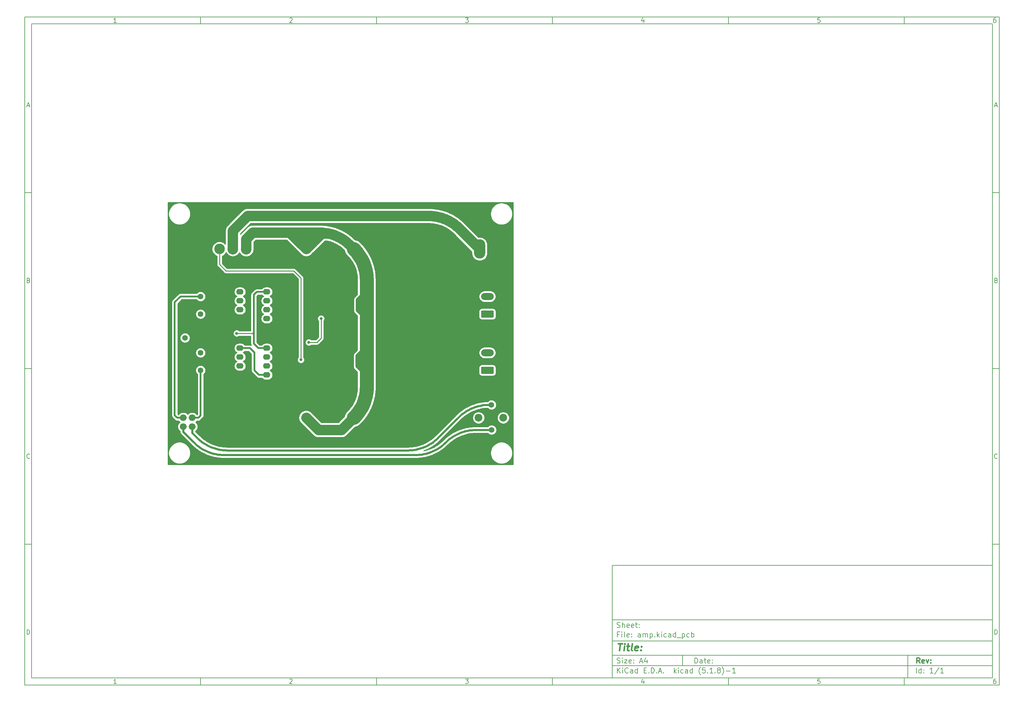
<source format=gbl>
G04 #@! TF.GenerationSoftware,KiCad,Pcbnew,(5.1.8)-1*
G04 #@! TF.CreationDate,2021-03-01T21:59:05+08:00*
G04 #@! TF.ProjectId,amp,616d702e-6b69-4636-9164-5f7063625858,rev?*
G04 #@! TF.SameCoordinates,Original*
G04 #@! TF.FileFunction,Copper,L2,Bot*
G04 #@! TF.FilePolarity,Positive*
%FSLAX46Y46*%
G04 Gerber Fmt 4.6, Leading zero omitted, Abs format (unit mm)*
G04 Created by KiCad (PCBNEW (5.1.8)-1) date 2021-03-01 21:59:05*
%MOMM*%
%LPD*%
G01*
G04 APERTURE LIST*
%ADD10C,0.150000*%
%ADD11C,0.300000*%
%ADD12C,0.400000*%
G04 #@! TA.AperFunction,ComponentPad*
%ADD13C,5.000000*%
G04 #@! TD*
G04 #@! TA.AperFunction,SMDPad,CuDef*
%ADD14R,5.000000X11.000000*%
G04 #@! TD*
G04 #@! TA.AperFunction,ComponentPad*
%ADD15C,0.600000*%
G04 #@! TD*
G04 #@! TA.AperFunction,ComponentPad*
%ADD16O,3.600000X2.000000*%
G04 #@! TD*
G04 #@! TA.AperFunction,ComponentPad*
%ADD17C,1.600000*%
G04 #@! TD*
G04 #@! TA.AperFunction,ComponentPad*
%ADD18O,2.200000X2.200000*%
G04 #@! TD*
G04 #@! TA.AperFunction,ComponentPad*
%ADD19O,2.000000X1.800000*%
G04 #@! TD*
G04 #@! TA.AperFunction,ComponentPad*
%ADD20C,3.200000*%
G04 #@! TD*
G04 #@! TA.AperFunction,ComponentPad*
%ADD21C,3.000000*%
G04 #@! TD*
G04 #@! TA.AperFunction,ComponentPad*
%ADD22O,4.600000X2.800000*%
G04 #@! TD*
G04 #@! TA.AperFunction,ComponentPad*
%ADD23O,3.200000X5.500000*%
G04 #@! TD*
G04 #@! TA.AperFunction,ComponentPad*
%ADD24O,3.200000X5.200000*%
G04 #@! TD*
G04 #@! TA.AperFunction,ComponentPad*
%ADD25O,2.100000X1.600000*%
G04 #@! TD*
G04 #@! TA.AperFunction,ComponentPad*
%ADD26C,1.800000*%
G04 #@! TD*
G04 #@! TA.AperFunction,ComponentPad*
%ADD27R,2.000000X2.000000*%
G04 #@! TD*
G04 #@! TA.AperFunction,ComponentPad*
%ADD28C,2.000000*%
G04 #@! TD*
G04 #@! TA.AperFunction,ViaPad*
%ADD29C,1.200000*%
G04 #@! TD*
G04 #@! TA.AperFunction,ViaPad*
%ADD30C,0.800000*%
G04 #@! TD*
G04 #@! TA.AperFunction,ViaPad*
%ADD31C,1.600000*%
G04 #@! TD*
G04 #@! TA.AperFunction,Conductor*
%ADD32C,0.500000*%
G04 #@! TD*
G04 #@! TA.AperFunction,Conductor*
%ADD33C,2.500000*%
G04 #@! TD*
G04 #@! TA.AperFunction,Conductor*
%ADD34C,1.200000*%
G04 #@! TD*
G04 #@! TA.AperFunction,Conductor*
%ADD35C,3.000000*%
G04 #@! TD*
G04 #@! TA.AperFunction,Conductor*
%ADD36C,4.000000*%
G04 #@! TD*
G04 #@! TA.AperFunction,Conductor*
%ADD37C,0.254000*%
G04 #@! TD*
G04 #@! TA.AperFunction,Conductor*
%ADD38C,1.000000*%
G04 #@! TD*
G04 #@! TA.AperFunction,Conductor*
%ADD39C,0.600000*%
G04 #@! TD*
G04 #@! TA.AperFunction,Conductor*
%ADD40C,0.150000*%
G04 #@! TD*
G04 APERTURE END LIST*
D10*
X177002200Y-166007200D02*
X177002200Y-198007200D01*
X285002200Y-198007200D01*
X285002200Y-166007200D01*
X177002200Y-166007200D01*
X10000000Y-10000000D02*
X10000000Y-200007200D01*
X287002200Y-200007200D01*
X287002200Y-10000000D01*
X10000000Y-10000000D01*
X12000000Y-12000000D02*
X12000000Y-198007200D01*
X285002200Y-198007200D01*
X285002200Y-12000000D01*
X12000000Y-12000000D01*
X60000000Y-12000000D02*
X60000000Y-10000000D01*
X110000000Y-12000000D02*
X110000000Y-10000000D01*
X160000000Y-12000000D02*
X160000000Y-10000000D01*
X210000000Y-12000000D02*
X210000000Y-10000000D01*
X260000000Y-12000000D02*
X260000000Y-10000000D01*
X36065476Y-11588095D02*
X35322619Y-11588095D01*
X35694047Y-11588095D02*
X35694047Y-10288095D01*
X35570238Y-10473809D01*
X35446428Y-10597619D01*
X35322619Y-10659523D01*
X85322619Y-10411904D02*
X85384523Y-10350000D01*
X85508333Y-10288095D01*
X85817857Y-10288095D01*
X85941666Y-10350000D01*
X86003571Y-10411904D01*
X86065476Y-10535714D01*
X86065476Y-10659523D01*
X86003571Y-10845238D01*
X85260714Y-11588095D01*
X86065476Y-11588095D01*
X135260714Y-10288095D02*
X136065476Y-10288095D01*
X135632142Y-10783333D01*
X135817857Y-10783333D01*
X135941666Y-10845238D01*
X136003571Y-10907142D01*
X136065476Y-11030952D01*
X136065476Y-11340476D01*
X136003571Y-11464285D01*
X135941666Y-11526190D01*
X135817857Y-11588095D01*
X135446428Y-11588095D01*
X135322619Y-11526190D01*
X135260714Y-11464285D01*
X185941666Y-10721428D02*
X185941666Y-11588095D01*
X185632142Y-10226190D02*
X185322619Y-11154761D01*
X186127380Y-11154761D01*
X236003571Y-10288095D02*
X235384523Y-10288095D01*
X235322619Y-10907142D01*
X235384523Y-10845238D01*
X235508333Y-10783333D01*
X235817857Y-10783333D01*
X235941666Y-10845238D01*
X236003571Y-10907142D01*
X236065476Y-11030952D01*
X236065476Y-11340476D01*
X236003571Y-11464285D01*
X235941666Y-11526190D01*
X235817857Y-11588095D01*
X235508333Y-11588095D01*
X235384523Y-11526190D01*
X235322619Y-11464285D01*
X285941666Y-10288095D02*
X285694047Y-10288095D01*
X285570238Y-10350000D01*
X285508333Y-10411904D01*
X285384523Y-10597619D01*
X285322619Y-10845238D01*
X285322619Y-11340476D01*
X285384523Y-11464285D01*
X285446428Y-11526190D01*
X285570238Y-11588095D01*
X285817857Y-11588095D01*
X285941666Y-11526190D01*
X286003571Y-11464285D01*
X286065476Y-11340476D01*
X286065476Y-11030952D01*
X286003571Y-10907142D01*
X285941666Y-10845238D01*
X285817857Y-10783333D01*
X285570238Y-10783333D01*
X285446428Y-10845238D01*
X285384523Y-10907142D01*
X285322619Y-11030952D01*
X60000000Y-198007200D02*
X60000000Y-200007200D01*
X110000000Y-198007200D02*
X110000000Y-200007200D01*
X160000000Y-198007200D02*
X160000000Y-200007200D01*
X210000000Y-198007200D02*
X210000000Y-200007200D01*
X260000000Y-198007200D02*
X260000000Y-200007200D01*
X36065476Y-199595295D02*
X35322619Y-199595295D01*
X35694047Y-199595295D02*
X35694047Y-198295295D01*
X35570238Y-198481009D01*
X35446428Y-198604819D01*
X35322619Y-198666723D01*
X85322619Y-198419104D02*
X85384523Y-198357200D01*
X85508333Y-198295295D01*
X85817857Y-198295295D01*
X85941666Y-198357200D01*
X86003571Y-198419104D01*
X86065476Y-198542914D01*
X86065476Y-198666723D01*
X86003571Y-198852438D01*
X85260714Y-199595295D01*
X86065476Y-199595295D01*
X135260714Y-198295295D02*
X136065476Y-198295295D01*
X135632142Y-198790533D01*
X135817857Y-198790533D01*
X135941666Y-198852438D01*
X136003571Y-198914342D01*
X136065476Y-199038152D01*
X136065476Y-199347676D01*
X136003571Y-199471485D01*
X135941666Y-199533390D01*
X135817857Y-199595295D01*
X135446428Y-199595295D01*
X135322619Y-199533390D01*
X135260714Y-199471485D01*
X185941666Y-198728628D02*
X185941666Y-199595295D01*
X185632142Y-198233390D02*
X185322619Y-199161961D01*
X186127380Y-199161961D01*
X236003571Y-198295295D02*
X235384523Y-198295295D01*
X235322619Y-198914342D01*
X235384523Y-198852438D01*
X235508333Y-198790533D01*
X235817857Y-198790533D01*
X235941666Y-198852438D01*
X236003571Y-198914342D01*
X236065476Y-199038152D01*
X236065476Y-199347676D01*
X236003571Y-199471485D01*
X235941666Y-199533390D01*
X235817857Y-199595295D01*
X235508333Y-199595295D01*
X235384523Y-199533390D01*
X235322619Y-199471485D01*
X285941666Y-198295295D02*
X285694047Y-198295295D01*
X285570238Y-198357200D01*
X285508333Y-198419104D01*
X285384523Y-198604819D01*
X285322619Y-198852438D01*
X285322619Y-199347676D01*
X285384523Y-199471485D01*
X285446428Y-199533390D01*
X285570238Y-199595295D01*
X285817857Y-199595295D01*
X285941666Y-199533390D01*
X286003571Y-199471485D01*
X286065476Y-199347676D01*
X286065476Y-199038152D01*
X286003571Y-198914342D01*
X285941666Y-198852438D01*
X285817857Y-198790533D01*
X285570238Y-198790533D01*
X285446428Y-198852438D01*
X285384523Y-198914342D01*
X285322619Y-199038152D01*
X10000000Y-60000000D02*
X12000000Y-60000000D01*
X10000000Y-110000000D02*
X12000000Y-110000000D01*
X10000000Y-160000000D02*
X12000000Y-160000000D01*
X10690476Y-35216666D02*
X11309523Y-35216666D01*
X10566666Y-35588095D02*
X11000000Y-34288095D01*
X11433333Y-35588095D01*
X11092857Y-84907142D02*
X11278571Y-84969047D01*
X11340476Y-85030952D01*
X11402380Y-85154761D01*
X11402380Y-85340476D01*
X11340476Y-85464285D01*
X11278571Y-85526190D01*
X11154761Y-85588095D01*
X10659523Y-85588095D01*
X10659523Y-84288095D01*
X11092857Y-84288095D01*
X11216666Y-84350000D01*
X11278571Y-84411904D01*
X11340476Y-84535714D01*
X11340476Y-84659523D01*
X11278571Y-84783333D01*
X11216666Y-84845238D01*
X11092857Y-84907142D01*
X10659523Y-84907142D01*
X11402380Y-135464285D02*
X11340476Y-135526190D01*
X11154761Y-135588095D01*
X11030952Y-135588095D01*
X10845238Y-135526190D01*
X10721428Y-135402380D01*
X10659523Y-135278571D01*
X10597619Y-135030952D01*
X10597619Y-134845238D01*
X10659523Y-134597619D01*
X10721428Y-134473809D01*
X10845238Y-134350000D01*
X11030952Y-134288095D01*
X11154761Y-134288095D01*
X11340476Y-134350000D01*
X11402380Y-134411904D01*
X10659523Y-185588095D02*
X10659523Y-184288095D01*
X10969047Y-184288095D01*
X11154761Y-184350000D01*
X11278571Y-184473809D01*
X11340476Y-184597619D01*
X11402380Y-184845238D01*
X11402380Y-185030952D01*
X11340476Y-185278571D01*
X11278571Y-185402380D01*
X11154761Y-185526190D01*
X10969047Y-185588095D01*
X10659523Y-185588095D01*
X287002200Y-60000000D02*
X285002200Y-60000000D01*
X287002200Y-110000000D02*
X285002200Y-110000000D01*
X287002200Y-160000000D02*
X285002200Y-160000000D01*
X285692676Y-35216666D02*
X286311723Y-35216666D01*
X285568866Y-35588095D02*
X286002200Y-34288095D01*
X286435533Y-35588095D01*
X286095057Y-84907142D02*
X286280771Y-84969047D01*
X286342676Y-85030952D01*
X286404580Y-85154761D01*
X286404580Y-85340476D01*
X286342676Y-85464285D01*
X286280771Y-85526190D01*
X286156961Y-85588095D01*
X285661723Y-85588095D01*
X285661723Y-84288095D01*
X286095057Y-84288095D01*
X286218866Y-84350000D01*
X286280771Y-84411904D01*
X286342676Y-84535714D01*
X286342676Y-84659523D01*
X286280771Y-84783333D01*
X286218866Y-84845238D01*
X286095057Y-84907142D01*
X285661723Y-84907142D01*
X286404580Y-135464285D02*
X286342676Y-135526190D01*
X286156961Y-135588095D01*
X286033152Y-135588095D01*
X285847438Y-135526190D01*
X285723628Y-135402380D01*
X285661723Y-135278571D01*
X285599819Y-135030952D01*
X285599819Y-134845238D01*
X285661723Y-134597619D01*
X285723628Y-134473809D01*
X285847438Y-134350000D01*
X286033152Y-134288095D01*
X286156961Y-134288095D01*
X286342676Y-134350000D01*
X286404580Y-134411904D01*
X285661723Y-185588095D02*
X285661723Y-184288095D01*
X285971247Y-184288095D01*
X286156961Y-184350000D01*
X286280771Y-184473809D01*
X286342676Y-184597619D01*
X286404580Y-184845238D01*
X286404580Y-185030952D01*
X286342676Y-185278571D01*
X286280771Y-185402380D01*
X286156961Y-185526190D01*
X285971247Y-185588095D01*
X285661723Y-185588095D01*
X200434342Y-193785771D02*
X200434342Y-192285771D01*
X200791485Y-192285771D01*
X201005771Y-192357200D01*
X201148628Y-192500057D01*
X201220057Y-192642914D01*
X201291485Y-192928628D01*
X201291485Y-193142914D01*
X201220057Y-193428628D01*
X201148628Y-193571485D01*
X201005771Y-193714342D01*
X200791485Y-193785771D01*
X200434342Y-193785771D01*
X202577200Y-193785771D02*
X202577200Y-193000057D01*
X202505771Y-192857200D01*
X202362914Y-192785771D01*
X202077200Y-192785771D01*
X201934342Y-192857200D01*
X202577200Y-193714342D02*
X202434342Y-193785771D01*
X202077200Y-193785771D01*
X201934342Y-193714342D01*
X201862914Y-193571485D01*
X201862914Y-193428628D01*
X201934342Y-193285771D01*
X202077200Y-193214342D01*
X202434342Y-193214342D01*
X202577200Y-193142914D01*
X203077200Y-192785771D02*
X203648628Y-192785771D01*
X203291485Y-192285771D02*
X203291485Y-193571485D01*
X203362914Y-193714342D01*
X203505771Y-193785771D01*
X203648628Y-193785771D01*
X204720057Y-193714342D02*
X204577200Y-193785771D01*
X204291485Y-193785771D01*
X204148628Y-193714342D01*
X204077200Y-193571485D01*
X204077200Y-193000057D01*
X204148628Y-192857200D01*
X204291485Y-192785771D01*
X204577200Y-192785771D01*
X204720057Y-192857200D01*
X204791485Y-193000057D01*
X204791485Y-193142914D01*
X204077200Y-193285771D01*
X205434342Y-193642914D02*
X205505771Y-193714342D01*
X205434342Y-193785771D01*
X205362914Y-193714342D01*
X205434342Y-193642914D01*
X205434342Y-193785771D01*
X205434342Y-192857200D02*
X205505771Y-192928628D01*
X205434342Y-193000057D01*
X205362914Y-192928628D01*
X205434342Y-192857200D01*
X205434342Y-193000057D01*
X177002200Y-194507200D02*
X285002200Y-194507200D01*
X178434342Y-196585771D02*
X178434342Y-195085771D01*
X179291485Y-196585771D02*
X178648628Y-195728628D01*
X179291485Y-195085771D02*
X178434342Y-195942914D01*
X179934342Y-196585771D02*
X179934342Y-195585771D01*
X179934342Y-195085771D02*
X179862914Y-195157200D01*
X179934342Y-195228628D01*
X180005771Y-195157200D01*
X179934342Y-195085771D01*
X179934342Y-195228628D01*
X181505771Y-196442914D02*
X181434342Y-196514342D01*
X181220057Y-196585771D01*
X181077200Y-196585771D01*
X180862914Y-196514342D01*
X180720057Y-196371485D01*
X180648628Y-196228628D01*
X180577200Y-195942914D01*
X180577200Y-195728628D01*
X180648628Y-195442914D01*
X180720057Y-195300057D01*
X180862914Y-195157200D01*
X181077200Y-195085771D01*
X181220057Y-195085771D01*
X181434342Y-195157200D01*
X181505771Y-195228628D01*
X182791485Y-196585771D02*
X182791485Y-195800057D01*
X182720057Y-195657200D01*
X182577200Y-195585771D01*
X182291485Y-195585771D01*
X182148628Y-195657200D01*
X182791485Y-196514342D02*
X182648628Y-196585771D01*
X182291485Y-196585771D01*
X182148628Y-196514342D01*
X182077200Y-196371485D01*
X182077200Y-196228628D01*
X182148628Y-196085771D01*
X182291485Y-196014342D01*
X182648628Y-196014342D01*
X182791485Y-195942914D01*
X184148628Y-196585771D02*
X184148628Y-195085771D01*
X184148628Y-196514342D02*
X184005771Y-196585771D01*
X183720057Y-196585771D01*
X183577200Y-196514342D01*
X183505771Y-196442914D01*
X183434342Y-196300057D01*
X183434342Y-195871485D01*
X183505771Y-195728628D01*
X183577200Y-195657200D01*
X183720057Y-195585771D01*
X184005771Y-195585771D01*
X184148628Y-195657200D01*
X186005771Y-195800057D02*
X186505771Y-195800057D01*
X186720057Y-196585771D02*
X186005771Y-196585771D01*
X186005771Y-195085771D01*
X186720057Y-195085771D01*
X187362914Y-196442914D02*
X187434342Y-196514342D01*
X187362914Y-196585771D01*
X187291485Y-196514342D01*
X187362914Y-196442914D01*
X187362914Y-196585771D01*
X188077200Y-196585771D02*
X188077200Y-195085771D01*
X188434342Y-195085771D01*
X188648628Y-195157200D01*
X188791485Y-195300057D01*
X188862914Y-195442914D01*
X188934342Y-195728628D01*
X188934342Y-195942914D01*
X188862914Y-196228628D01*
X188791485Y-196371485D01*
X188648628Y-196514342D01*
X188434342Y-196585771D01*
X188077200Y-196585771D01*
X189577200Y-196442914D02*
X189648628Y-196514342D01*
X189577200Y-196585771D01*
X189505771Y-196514342D01*
X189577200Y-196442914D01*
X189577200Y-196585771D01*
X190220057Y-196157200D02*
X190934342Y-196157200D01*
X190077200Y-196585771D02*
X190577200Y-195085771D01*
X191077200Y-196585771D01*
X191577200Y-196442914D02*
X191648628Y-196514342D01*
X191577200Y-196585771D01*
X191505771Y-196514342D01*
X191577200Y-196442914D01*
X191577200Y-196585771D01*
X194577200Y-196585771D02*
X194577200Y-195085771D01*
X194720057Y-196014342D02*
X195148628Y-196585771D01*
X195148628Y-195585771D02*
X194577200Y-196157200D01*
X195791485Y-196585771D02*
X195791485Y-195585771D01*
X195791485Y-195085771D02*
X195720057Y-195157200D01*
X195791485Y-195228628D01*
X195862914Y-195157200D01*
X195791485Y-195085771D01*
X195791485Y-195228628D01*
X197148628Y-196514342D02*
X197005771Y-196585771D01*
X196720057Y-196585771D01*
X196577200Y-196514342D01*
X196505771Y-196442914D01*
X196434342Y-196300057D01*
X196434342Y-195871485D01*
X196505771Y-195728628D01*
X196577200Y-195657200D01*
X196720057Y-195585771D01*
X197005771Y-195585771D01*
X197148628Y-195657200D01*
X198434342Y-196585771D02*
X198434342Y-195800057D01*
X198362914Y-195657200D01*
X198220057Y-195585771D01*
X197934342Y-195585771D01*
X197791485Y-195657200D01*
X198434342Y-196514342D02*
X198291485Y-196585771D01*
X197934342Y-196585771D01*
X197791485Y-196514342D01*
X197720057Y-196371485D01*
X197720057Y-196228628D01*
X197791485Y-196085771D01*
X197934342Y-196014342D01*
X198291485Y-196014342D01*
X198434342Y-195942914D01*
X199791485Y-196585771D02*
X199791485Y-195085771D01*
X199791485Y-196514342D02*
X199648628Y-196585771D01*
X199362914Y-196585771D01*
X199220057Y-196514342D01*
X199148628Y-196442914D01*
X199077200Y-196300057D01*
X199077200Y-195871485D01*
X199148628Y-195728628D01*
X199220057Y-195657200D01*
X199362914Y-195585771D01*
X199648628Y-195585771D01*
X199791485Y-195657200D01*
X202077200Y-197157200D02*
X202005771Y-197085771D01*
X201862914Y-196871485D01*
X201791485Y-196728628D01*
X201720057Y-196514342D01*
X201648628Y-196157200D01*
X201648628Y-195871485D01*
X201720057Y-195514342D01*
X201791485Y-195300057D01*
X201862914Y-195157200D01*
X202005771Y-194942914D01*
X202077200Y-194871485D01*
X203362914Y-195085771D02*
X202648628Y-195085771D01*
X202577200Y-195800057D01*
X202648628Y-195728628D01*
X202791485Y-195657200D01*
X203148628Y-195657200D01*
X203291485Y-195728628D01*
X203362914Y-195800057D01*
X203434342Y-195942914D01*
X203434342Y-196300057D01*
X203362914Y-196442914D01*
X203291485Y-196514342D01*
X203148628Y-196585771D01*
X202791485Y-196585771D01*
X202648628Y-196514342D01*
X202577200Y-196442914D01*
X204077200Y-196442914D02*
X204148628Y-196514342D01*
X204077200Y-196585771D01*
X204005771Y-196514342D01*
X204077200Y-196442914D01*
X204077200Y-196585771D01*
X205577200Y-196585771D02*
X204720057Y-196585771D01*
X205148628Y-196585771D02*
X205148628Y-195085771D01*
X205005771Y-195300057D01*
X204862914Y-195442914D01*
X204720057Y-195514342D01*
X206220057Y-196442914D02*
X206291485Y-196514342D01*
X206220057Y-196585771D01*
X206148628Y-196514342D01*
X206220057Y-196442914D01*
X206220057Y-196585771D01*
X207148628Y-195728628D02*
X207005771Y-195657200D01*
X206934342Y-195585771D01*
X206862914Y-195442914D01*
X206862914Y-195371485D01*
X206934342Y-195228628D01*
X207005771Y-195157200D01*
X207148628Y-195085771D01*
X207434342Y-195085771D01*
X207577200Y-195157200D01*
X207648628Y-195228628D01*
X207720057Y-195371485D01*
X207720057Y-195442914D01*
X207648628Y-195585771D01*
X207577200Y-195657200D01*
X207434342Y-195728628D01*
X207148628Y-195728628D01*
X207005771Y-195800057D01*
X206934342Y-195871485D01*
X206862914Y-196014342D01*
X206862914Y-196300057D01*
X206934342Y-196442914D01*
X207005771Y-196514342D01*
X207148628Y-196585771D01*
X207434342Y-196585771D01*
X207577200Y-196514342D01*
X207648628Y-196442914D01*
X207720057Y-196300057D01*
X207720057Y-196014342D01*
X207648628Y-195871485D01*
X207577200Y-195800057D01*
X207434342Y-195728628D01*
X208220057Y-197157200D02*
X208291485Y-197085771D01*
X208434342Y-196871485D01*
X208505771Y-196728628D01*
X208577200Y-196514342D01*
X208648628Y-196157200D01*
X208648628Y-195871485D01*
X208577200Y-195514342D01*
X208505771Y-195300057D01*
X208434342Y-195157200D01*
X208291485Y-194942914D01*
X208220057Y-194871485D01*
X209362914Y-196014342D02*
X210505771Y-196014342D01*
X212005771Y-196585771D02*
X211148628Y-196585771D01*
X211577200Y-196585771D02*
X211577200Y-195085771D01*
X211434342Y-195300057D01*
X211291485Y-195442914D01*
X211148628Y-195514342D01*
X177002200Y-191507200D02*
X285002200Y-191507200D01*
D11*
X264411485Y-193785771D02*
X263911485Y-193071485D01*
X263554342Y-193785771D02*
X263554342Y-192285771D01*
X264125771Y-192285771D01*
X264268628Y-192357200D01*
X264340057Y-192428628D01*
X264411485Y-192571485D01*
X264411485Y-192785771D01*
X264340057Y-192928628D01*
X264268628Y-193000057D01*
X264125771Y-193071485D01*
X263554342Y-193071485D01*
X265625771Y-193714342D02*
X265482914Y-193785771D01*
X265197200Y-193785771D01*
X265054342Y-193714342D01*
X264982914Y-193571485D01*
X264982914Y-193000057D01*
X265054342Y-192857200D01*
X265197200Y-192785771D01*
X265482914Y-192785771D01*
X265625771Y-192857200D01*
X265697200Y-193000057D01*
X265697200Y-193142914D01*
X264982914Y-193285771D01*
X266197200Y-192785771D02*
X266554342Y-193785771D01*
X266911485Y-192785771D01*
X267482914Y-193642914D02*
X267554342Y-193714342D01*
X267482914Y-193785771D01*
X267411485Y-193714342D01*
X267482914Y-193642914D01*
X267482914Y-193785771D01*
X267482914Y-192857200D02*
X267554342Y-192928628D01*
X267482914Y-193000057D01*
X267411485Y-192928628D01*
X267482914Y-192857200D01*
X267482914Y-193000057D01*
D10*
X178362914Y-193714342D02*
X178577200Y-193785771D01*
X178934342Y-193785771D01*
X179077200Y-193714342D01*
X179148628Y-193642914D01*
X179220057Y-193500057D01*
X179220057Y-193357200D01*
X179148628Y-193214342D01*
X179077200Y-193142914D01*
X178934342Y-193071485D01*
X178648628Y-193000057D01*
X178505771Y-192928628D01*
X178434342Y-192857200D01*
X178362914Y-192714342D01*
X178362914Y-192571485D01*
X178434342Y-192428628D01*
X178505771Y-192357200D01*
X178648628Y-192285771D01*
X179005771Y-192285771D01*
X179220057Y-192357200D01*
X179862914Y-193785771D02*
X179862914Y-192785771D01*
X179862914Y-192285771D02*
X179791485Y-192357200D01*
X179862914Y-192428628D01*
X179934342Y-192357200D01*
X179862914Y-192285771D01*
X179862914Y-192428628D01*
X180434342Y-192785771D02*
X181220057Y-192785771D01*
X180434342Y-193785771D01*
X181220057Y-193785771D01*
X182362914Y-193714342D02*
X182220057Y-193785771D01*
X181934342Y-193785771D01*
X181791485Y-193714342D01*
X181720057Y-193571485D01*
X181720057Y-193000057D01*
X181791485Y-192857200D01*
X181934342Y-192785771D01*
X182220057Y-192785771D01*
X182362914Y-192857200D01*
X182434342Y-193000057D01*
X182434342Y-193142914D01*
X181720057Y-193285771D01*
X183077200Y-193642914D02*
X183148628Y-193714342D01*
X183077200Y-193785771D01*
X183005771Y-193714342D01*
X183077200Y-193642914D01*
X183077200Y-193785771D01*
X183077200Y-192857200D02*
X183148628Y-192928628D01*
X183077200Y-193000057D01*
X183005771Y-192928628D01*
X183077200Y-192857200D01*
X183077200Y-193000057D01*
X184862914Y-193357200D02*
X185577200Y-193357200D01*
X184720057Y-193785771D02*
X185220057Y-192285771D01*
X185720057Y-193785771D01*
X186862914Y-192785771D02*
X186862914Y-193785771D01*
X186505771Y-192214342D02*
X186148628Y-193285771D01*
X187077200Y-193285771D01*
X263434342Y-196585771D02*
X263434342Y-195085771D01*
X264791485Y-196585771D02*
X264791485Y-195085771D01*
X264791485Y-196514342D02*
X264648628Y-196585771D01*
X264362914Y-196585771D01*
X264220057Y-196514342D01*
X264148628Y-196442914D01*
X264077200Y-196300057D01*
X264077200Y-195871485D01*
X264148628Y-195728628D01*
X264220057Y-195657200D01*
X264362914Y-195585771D01*
X264648628Y-195585771D01*
X264791485Y-195657200D01*
X265505771Y-196442914D02*
X265577200Y-196514342D01*
X265505771Y-196585771D01*
X265434342Y-196514342D01*
X265505771Y-196442914D01*
X265505771Y-196585771D01*
X265505771Y-195657200D02*
X265577200Y-195728628D01*
X265505771Y-195800057D01*
X265434342Y-195728628D01*
X265505771Y-195657200D01*
X265505771Y-195800057D01*
X268148628Y-196585771D02*
X267291485Y-196585771D01*
X267720057Y-196585771D02*
X267720057Y-195085771D01*
X267577200Y-195300057D01*
X267434342Y-195442914D01*
X267291485Y-195514342D01*
X269862914Y-195014342D02*
X268577200Y-196942914D01*
X271148628Y-196585771D02*
X270291485Y-196585771D01*
X270720057Y-196585771D02*
X270720057Y-195085771D01*
X270577200Y-195300057D01*
X270434342Y-195442914D01*
X270291485Y-195514342D01*
X177002200Y-187507200D02*
X285002200Y-187507200D01*
D12*
X178714580Y-188211961D02*
X179857438Y-188211961D01*
X179036009Y-190211961D02*
X179286009Y-188211961D01*
X180274104Y-190211961D02*
X180440771Y-188878628D01*
X180524104Y-188211961D02*
X180416961Y-188307200D01*
X180500295Y-188402438D01*
X180607438Y-188307200D01*
X180524104Y-188211961D01*
X180500295Y-188402438D01*
X181107438Y-188878628D02*
X181869342Y-188878628D01*
X181476485Y-188211961D02*
X181262200Y-189926247D01*
X181333628Y-190116723D01*
X181512200Y-190211961D01*
X181702676Y-190211961D01*
X182655057Y-190211961D02*
X182476485Y-190116723D01*
X182405057Y-189926247D01*
X182619342Y-188211961D01*
X184190771Y-190116723D02*
X183988390Y-190211961D01*
X183607438Y-190211961D01*
X183428866Y-190116723D01*
X183357438Y-189926247D01*
X183452676Y-189164342D01*
X183571723Y-188973866D01*
X183774104Y-188878628D01*
X184155057Y-188878628D01*
X184333628Y-188973866D01*
X184405057Y-189164342D01*
X184381247Y-189354819D01*
X183405057Y-189545295D01*
X185155057Y-190021485D02*
X185238390Y-190116723D01*
X185131247Y-190211961D01*
X185047914Y-190116723D01*
X185155057Y-190021485D01*
X185131247Y-190211961D01*
X185286009Y-188973866D02*
X185369342Y-189069104D01*
X185262200Y-189164342D01*
X185178866Y-189069104D01*
X185286009Y-188973866D01*
X185262200Y-189164342D01*
D10*
X178934342Y-185600057D02*
X178434342Y-185600057D01*
X178434342Y-186385771D02*
X178434342Y-184885771D01*
X179148628Y-184885771D01*
X179720057Y-186385771D02*
X179720057Y-185385771D01*
X179720057Y-184885771D02*
X179648628Y-184957200D01*
X179720057Y-185028628D01*
X179791485Y-184957200D01*
X179720057Y-184885771D01*
X179720057Y-185028628D01*
X180648628Y-186385771D02*
X180505771Y-186314342D01*
X180434342Y-186171485D01*
X180434342Y-184885771D01*
X181791485Y-186314342D02*
X181648628Y-186385771D01*
X181362914Y-186385771D01*
X181220057Y-186314342D01*
X181148628Y-186171485D01*
X181148628Y-185600057D01*
X181220057Y-185457200D01*
X181362914Y-185385771D01*
X181648628Y-185385771D01*
X181791485Y-185457200D01*
X181862914Y-185600057D01*
X181862914Y-185742914D01*
X181148628Y-185885771D01*
X182505771Y-186242914D02*
X182577200Y-186314342D01*
X182505771Y-186385771D01*
X182434342Y-186314342D01*
X182505771Y-186242914D01*
X182505771Y-186385771D01*
X182505771Y-185457200D02*
X182577200Y-185528628D01*
X182505771Y-185600057D01*
X182434342Y-185528628D01*
X182505771Y-185457200D01*
X182505771Y-185600057D01*
X185005771Y-186385771D02*
X185005771Y-185600057D01*
X184934342Y-185457200D01*
X184791485Y-185385771D01*
X184505771Y-185385771D01*
X184362914Y-185457200D01*
X185005771Y-186314342D02*
X184862914Y-186385771D01*
X184505771Y-186385771D01*
X184362914Y-186314342D01*
X184291485Y-186171485D01*
X184291485Y-186028628D01*
X184362914Y-185885771D01*
X184505771Y-185814342D01*
X184862914Y-185814342D01*
X185005771Y-185742914D01*
X185720057Y-186385771D02*
X185720057Y-185385771D01*
X185720057Y-185528628D02*
X185791485Y-185457200D01*
X185934342Y-185385771D01*
X186148628Y-185385771D01*
X186291485Y-185457200D01*
X186362914Y-185600057D01*
X186362914Y-186385771D01*
X186362914Y-185600057D02*
X186434342Y-185457200D01*
X186577200Y-185385771D01*
X186791485Y-185385771D01*
X186934342Y-185457200D01*
X187005771Y-185600057D01*
X187005771Y-186385771D01*
X187720057Y-185385771D02*
X187720057Y-186885771D01*
X187720057Y-185457200D02*
X187862914Y-185385771D01*
X188148628Y-185385771D01*
X188291485Y-185457200D01*
X188362914Y-185528628D01*
X188434342Y-185671485D01*
X188434342Y-186100057D01*
X188362914Y-186242914D01*
X188291485Y-186314342D01*
X188148628Y-186385771D01*
X187862914Y-186385771D01*
X187720057Y-186314342D01*
X189077200Y-186242914D02*
X189148628Y-186314342D01*
X189077200Y-186385771D01*
X189005771Y-186314342D01*
X189077200Y-186242914D01*
X189077200Y-186385771D01*
X189791485Y-186385771D02*
X189791485Y-184885771D01*
X189934342Y-185814342D02*
X190362914Y-186385771D01*
X190362914Y-185385771D02*
X189791485Y-185957200D01*
X191005771Y-186385771D02*
X191005771Y-185385771D01*
X191005771Y-184885771D02*
X190934342Y-184957200D01*
X191005771Y-185028628D01*
X191077200Y-184957200D01*
X191005771Y-184885771D01*
X191005771Y-185028628D01*
X192362914Y-186314342D02*
X192220057Y-186385771D01*
X191934342Y-186385771D01*
X191791485Y-186314342D01*
X191720057Y-186242914D01*
X191648628Y-186100057D01*
X191648628Y-185671485D01*
X191720057Y-185528628D01*
X191791485Y-185457200D01*
X191934342Y-185385771D01*
X192220057Y-185385771D01*
X192362914Y-185457200D01*
X193648628Y-186385771D02*
X193648628Y-185600057D01*
X193577200Y-185457200D01*
X193434342Y-185385771D01*
X193148628Y-185385771D01*
X193005771Y-185457200D01*
X193648628Y-186314342D02*
X193505771Y-186385771D01*
X193148628Y-186385771D01*
X193005771Y-186314342D01*
X192934342Y-186171485D01*
X192934342Y-186028628D01*
X193005771Y-185885771D01*
X193148628Y-185814342D01*
X193505771Y-185814342D01*
X193648628Y-185742914D01*
X195005771Y-186385771D02*
X195005771Y-184885771D01*
X195005771Y-186314342D02*
X194862914Y-186385771D01*
X194577200Y-186385771D01*
X194434342Y-186314342D01*
X194362914Y-186242914D01*
X194291485Y-186100057D01*
X194291485Y-185671485D01*
X194362914Y-185528628D01*
X194434342Y-185457200D01*
X194577200Y-185385771D01*
X194862914Y-185385771D01*
X195005771Y-185457200D01*
X195362914Y-186528628D02*
X196505771Y-186528628D01*
X196862914Y-185385771D02*
X196862914Y-186885771D01*
X196862914Y-185457200D02*
X197005771Y-185385771D01*
X197291485Y-185385771D01*
X197434342Y-185457200D01*
X197505771Y-185528628D01*
X197577200Y-185671485D01*
X197577200Y-186100057D01*
X197505771Y-186242914D01*
X197434342Y-186314342D01*
X197291485Y-186385771D01*
X197005771Y-186385771D01*
X196862914Y-186314342D01*
X198862914Y-186314342D02*
X198720057Y-186385771D01*
X198434342Y-186385771D01*
X198291485Y-186314342D01*
X198220057Y-186242914D01*
X198148628Y-186100057D01*
X198148628Y-185671485D01*
X198220057Y-185528628D01*
X198291485Y-185457200D01*
X198434342Y-185385771D01*
X198720057Y-185385771D01*
X198862914Y-185457200D01*
X199505771Y-186385771D02*
X199505771Y-184885771D01*
X199505771Y-185457200D02*
X199648628Y-185385771D01*
X199934342Y-185385771D01*
X200077200Y-185457200D01*
X200148628Y-185528628D01*
X200220057Y-185671485D01*
X200220057Y-186100057D01*
X200148628Y-186242914D01*
X200077200Y-186314342D01*
X199934342Y-186385771D01*
X199648628Y-186385771D01*
X199505771Y-186314342D01*
X177002200Y-181507200D02*
X285002200Y-181507200D01*
X178362914Y-183614342D02*
X178577200Y-183685771D01*
X178934342Y-183685771D01*
X179077200Y-183614342D01*
X179148628Y-183542914D01*
X179220057Y-183400057D01*
X179220057Y-183257200D01*
X179148628Y-183114342D01*
X179077200Y-183042914D01*
X178934342Y-182971485D01*
X178648628Y-182900057D01*
X178505771Y-182828628D01*
X178434342Y-182757200D01*
X178362914Y-182614342D01*
X178362914Y-182471485D01*
X178434342Y-182328628D01*
X178505771Y-182257200D01*
X178648628Y-182185771D01*
X179005771Y-182185771D01*
X179220057Y-182257200D01*
X179862914Y-183685771D02*
X179862914Y-182185771D01*
X180505771Y-183685771D02*
X180505771Y-182900057D01*
X180434342Y-182757200D01*
X180291485Y-182685771D01*
X180077200Y-182685771D01*
X179934342Y-182757200D01*
X179862914Y-182828628D01*
X181791485Y-183614342D02*
X181648628Y-183685771D01*
X181362914Y-183685771D01*
X181220057Y-183614342D01*
X181148628Y-183471485D01*
X181148628Y-182900057D01*
X181220057Y-182757200D01*
X181362914Y-182685771D01*
X181648628Y-182685771D01*
X181791485Y-182757200D01*
X181862914Y-182900057D01*
X181862914Y-183042914D01*
X181148628Y-183185771D01*
X183077200Y-183614342D02*
X182934342Y-183685771D01*
X182648628Y-183685771D01*
X182505771Y-183614342D01*
X182434342Y-183471485D01*
X182434342Y-182900057D01*
X182505771Y-182757200D01*
X182648628Y-182685771D01*
X182934342Y-182685771D01*
X183077200Y-182757200D01*
X183148628Y-182900057D01*
X183148628Y-183042914D01*
X182434342Y-183185771D01*
X183577200Y-182685771D02*
X184148628Y-182685771D01*
X183791485Y-182185771D02*
X183791485Y-183471485D01*
X183862914Y-183614342D01*
X184005771Y-183685771D01*
X184148628Y-183685771D01*
X184648628Y-183542914D02*
X184720057Y-183614342D01*
X184648628Y-183685771D01*
X184577200Y-183614342D01*
X184648628Y-183542914D01*
X184648628Y-183685771D01*
X184648628Y-182757200D02*
X184720057Y-182828628D01*
X184648628Y-182900057D01*
X184577200Y-182828628D01*
X184648628Y-182757200D01*
X184648628Y-182900057D01*
X197002200Y-191507200D02*
X197002200Y-194507200D01*
X261002200Y-191507200D02*
X261002200Y-198007200D01*
D13*
X101000000Y-112500000D03*
X101000000Y-87500000D03*
D14*
X101000000Y-100000000D03*
D15*
X101750000Y-103900000D03*
X101750000Y-102600000D03*
X100250000Y-102600000D03*
X100250000Y-103900000D03*
X101750000Y-101300000D03*
X101750000Y-100000000D03*
X100250000Y-100000000D03*
X100250000Y-101300000D03*
X101750000Y-98700000D03*
X101750000Y-97400000D03*
X100250000Y-97400000D03*
X100250000Y-98700000D03*
X101750000Y-96100000D03*
X100250000Y-96100000D03*
D16*
X141500000Y-105500000D03*
G04 #@! TA.AperFunction,ComponentPad*
G36*
G01*
X143050000Y-111500000D02*
X139950000Y-111500000D01*
G75*
G02*
X139700000Y-111250000I0J250000D01*
G01*
X139700000Y-109750000D01*
G75*
G02*
X139950000Y-109500000I250000J0D01*
G01*
X143050000Y-109500000D01*
G75*
G02*
X143300000Y-109750000I0J-250000D01*
G01*
X143300000Y-111250000D01*
G75*
G02*
X143050000Y-111500000I-250000J0D01*
G01*
G37*
G04 #@! TD.AperFunction*
G04 #@! TA.AperFunction,ComponentPad*
G36*
G01*
X143050000Y-95500000D02*
X139950000Y-95500000D01*
G75*
G02*
X139700000Y-95250000I0J250000D01*
G01*
X139700000Y-93750000D01*
G75*
G02*
X139950000Y-93500000I250000J0D01*
G01*
X143050000Y-93500000D01*
G75*
G02*
X143300000Y-93750000I0J-250000D01*
G01*
X143300000Y-95250000D01*
G75*
G02*
X143050000Y-95500000I-250000J0D01*
G01*
G37*
G04 #@! TD.AperFunction*
X141500000Y-89500000D03*
D17*
X55550000Y-101270000D03*
X55550000Y-98730000D03*
X60000000Y-105500000D03*
X60000000Y-110500000D03*
X60000000Y-94500000D03*
X60000000Y-89500000D03*
D18*
X139000000Y-124000000D03*
X146000000Y-124000000D03*
D19*
X55100000Y-126500000D03*
X55100000Y-124000000D03*
X55100000Y-121500000D03*
X57600000Y-121500000D03*
X57600000Y-124000000D03*
X57600000Y-126500000D03*
D20*
X52660000Y-73500000D03*
D21*
X69160000Y-76020000D03*
X72960000Y-76080000D03*
X65360000Y-76000000D03*
D20*
X52660000Y-78500000D03*
D22*
X142300000Y-71300000D03*
D23*
X139300000Y-76000000D03*
D24*
X145500000Y-76000000D03*
D25*
X71190000Y-88190000D03*
X71190000Y-90730000D03*
X71190000Y-93270000D03*
X71190000Y-95810000D03*
X78810000Y-95810000D03*
X78810000Y-93270000D03*
X78810000Y-90730000D03*
X78810000Y-88190000D03*
X78810000Y-104190000D03*
X78810000Y-106730000D03*
X78810000Y-109270000D03*
X78810000Y-111810000D03*
X71190000Y-111810000D03*
X71190000Y-109270000D03*
X71190000Y-106730000D03*
X71190000Y-104190000D03*
D26*
X98500000Y-76000000D03*
D27*
X103500000Y-76000000D03*
X103500000Y-124000000D03*
D28*
X98500000Y-124000000D03*
X85000000Y-76000000D03*
D27*
X90000000Y-76000000D03*
X90000000Y-124000000D03*
D28*
X85000000Y-124000000D03*
D29*
X133860000Y-91500000D03*
X133860000Y-108500000D03*
X130200000Y-100000000D03*
D30*
X77700000Y-98670000D03*
X78560000Y-98670000D03*
X77700000Y-99540000D03*
X78560000Y-99540000D03*
X77700000Y-100430000D03*
X78560000Y-100430000D03*
X77700000Y-101300000D03*
X78560000Y-101300000D03*
X79440000Y-98670000D03*
X76830000Y-98670000D03*
X79440000Y-99540000D03*
X76830000Y-99540000D03*
X79440000Y-100430000D03*
X76830000Y-100430000D03*
X79440000Y-101300000D03*
X76830000Y-101300000D03*
X93930000Y-116330000D03*
X93930000Y-117200000D03*
X93930000Y-118090000D03*
X93930000Y-118960000D03*
X94810000Y-116330000D03*
X95670000Y-116330000D03*
X94810000Y-117200000D03*
X95670000Y-117200000D03*
X94810000Y-118090000D03*
X95670000Y-118090000D03*
X94810000Y-118960000D03*
X95670000Y-118960000D03*
X93830000Y-81750000D03*
X93830000Y-82620000D03*
X93830000Y-83510000D03*
X93830000Y-84380000D03*
X94710000Y-81750000D03*
X95570000Y-81750000D03*
X94710000Y-82620000D03*
X95570000Y-82620000D03*
X94710000Y-83510000D03*
X95570000Y-83510000D03*
X94710000Y-84380000D03*
X95570000Y-84380000D03*
X109500000Y-74750000D03*
X109500000Y-75620000D03*
X109500000Y-76510000D03*
X109500000Y-77380000D03*
X110380000Y-74750000D03*
X111240000Y-74750000D03*
X110380000Y-75620000D03*
X111240000Y-75620000D03*
X110380000Y-76510000D03*
X111240000Y-76510000D03*
X110380000Y-77380000D03*
X111240000Y-77380000D03*
X109550000Y-122820000D03*
X109550000Y-123690000D03*
X109550000Y-124580000D03*
X109550000Y-125450000D03*
X110430000Y-122820000D03*
X111290000Y-122820000D03*
X110430000Y-123690000D03*
X111290000Y-123690000D03*
X110430000Y-124580000D03*
X111290000Y-124580000D03*
X110430000Y-125450000D03*
X111290000Y-125450000D03*
X113040000Y-99160000D03*
X113900000Y-99160000D03*
X113040000Y-100030000D03*
X113900000Y-100030000D03*
X113040000Y-100920000D03*
X113900000Y-100920000D03*
X114780000Y-99160000D03*
X115640000Y-99160000D03*
X114780000Y-100030000D03*
X115640000Y-100030000D03*
X114780000Y-100920000D03*
X115640000Y-100920000D03*
X142750000Y-99590000D03*
X143610000Y-99590000D03*
X142750000Y-100460000D03*
X143610000Y-100460000D03*
X144490000Y-99590000D03*
X145350000Y-99590000D03*
X144490000Y-100460000D03*
X145350000Y-100460000D03*
X54040000Y-82100000D03*
X54900000Y-82100000D03*
X54040000Y-82970000D03*
X54900000Y-82970000D03*
X54040000Y-83860000D03*
X54900000Y-83860000D03*
X54040000Y-84730000D03*
X54900000Y-84730000D03*
X55780000Y-82100000D03*
X56640000Y-82100000D03*
X55780000Y-82970000D03*
X56640000Y-82970000D03*
X55780000Y-83860000D03*
X56640000Y-83860000D03*
X55780000Y-84730000D03*
X56640000Y-84730000D03*
X93940000Y-113670000D03*
X93940000Y-114540000D03*
X93940000Y-115430000D03*
X94820000Y-113670000D03*
X95680000Y-113670000D03*
X94820000Y-114540000D03*
X95680000Y-114540000D03*
X94820000Y-115430000D03*
X95680000Y-115430000D03*
X93830000Y-85300000D03*
X93830000Y-86190000D03*
X93830000Y-87060000D03*
X94710000Y-85300000D03*
X95570000Y-85300000D03*
X94710000Y-86190000D03*
X95570000Y-86190000D03*
X94710000Y-87060000D03*
X95570000Y-87060000D03*
X96440000Y-81750000D03*
X96440000Y-82620000D03*
X96440000Y-84380000D03*
X96440000Y-85300000D03*
X96440000Y-86190000D03*
X96440000Y-87060000D03*
X96530000Y-116330000D03*
X96530000Y-117200000D03*
X96530000Y-118090000D03*
X96530000Y-118960000D03*
X96540000Y-113670000D03*
X140130000Y-99590000D03*
X140990000Y-99590000D03*
X140130000Y-100460000D03*
X140990000Y-100460000D03*
X141870000Y-99590000D03*
X141870000Y-100460000D03*
X146230000Y-99590000D03*
X146230000Y-100460000D03*
X147110000Y-99590000D03*
X147110000Y-100460000D03*
X57520000Y-82110000D03*
X58380000Y-82110000D03*
X57520000Y-82980000D03*
X58380000Y-82980000D03*
X57520000Y-83870000D03*
X58380000Y-83870000D03*
X57520000Y-84740000D03*
X58380000Y-84740000D03*
X59260000Y-82110000D03*
X60120000Y-82110000D03*
X59260000Y-82980000D03*
X60120000Y-82980000D03*
X59260000Y-83870000D03*
X60120000Y-83870000D03*
X59260000Y-84740000D03*
X60120000Y-84740000D03*
X109500000Y-71240000D03*
X109500000Y-72110000D03*
X109500000Y-73000000D03*
X109500000Y-73870000D03*
X110380000Y-71240000D03*
X111240000Y-71240000D03*
X110380000Y-72110000D03*
X111240000Y-72110000D03*
X110380000Y-73000000D03*
X111240000Y-73000000D03*
X110380000Y-73870000D03*
X111240000Y-73870000D03*
X109550000Y-126320000D03*
X109550000Y-127190000D03*
X109550000Y-128080000D03*
X109550000Y-128950000D03*
X110430000Y-126320000D03*
X111290000Y-126320000D03*
X110430000Y-127190000D03*
X111290000Y-127190000D03*
X110430000Y-128080000D03*
X111290000Y-128080000D03*
X110430000Y-128950000D03*
X111290000Y-128950000D03*
X109570000Y-129850000D03*
X109570000Y-130740000D03*
X110450000Y-129850000D03*
X111310000Y-129850000D03*
X110450000Y-130740000D03*
X111310000Y-130740000D03*
X109500000Y-69470000D03*
X109500000Y-70360000D03*
X110380000Y-69470000D03*
X111240000Y-69470000D03*
X110380000Y-70360000D03*
X111240000Y-70360000D03*
X108600000Y-74750000D03*
X108600000Y-75620000D03*
X108600000Y-76510000D03*
X108600000Y-77380000D03*
X108600000Y-71240000D03*
X108600000Y-72110000D03*
X108600000Y-73000000D03*
X108600000Y-73870000D03*
X108600000Y-69470000D03*
X108600000Y-70360000D03*
X108660000Y-122820000D03*
X108660000Y-123690000D03*
X108660000Y-124580000D03*
X108660000Y-125450000D03*
X108660000Y-126320000D03*
X108660000Y-127190000D03*
X108660000Y-128080000D03*
X108660000Y-128950000D03*
X108680000Y-129850000D03*
X108680000Y-130740000D03*
X116520000Y-99160000D03*
X116520000Y-100030000D03*
X116520000Y-100920000D03*
X117400000Y-99160000D03*
X118260000Y-99160000D03*
X117400000Y-100030000D03*
X118260000Y-100030000D03*
X117400000Y-100920000D03*
X118260000Y-100920000D03*
X66630000Y-117190000D03*
X67490000Y-117190000D03*
X66630000Y-118060000D03*
X67490000Y-118060000D03*
X66630000Y-118950000D03*
X67490000Y-118950000D03*
X68350000Y-117190000D03*
X96540000Y-114540000D03*
X96540000Y-115430000D03*
X96440000Y-83510000D03*
X68350000Y-118060000D03*
X68350000Y-118950000D03*
X93830000Y-87960000D03*
X93830000Y-88850000D03*
X93830000Y-89720000D03*
X94710000Y-87960000D03*
X95570000Y-87960000D03*
X94710000Y-88850000D03*
X95570000Y-88850000D03*
X94710000Y-89720000D03*
X95570000Y-89720000D03*
X96440000Y-87960000D03*
X96440000Y-88850000D03*
X96440000Y-89720000D03*
X93940000Y-111010000D03*
X93940000Y-111880000D03*
X93940000Y-112770000D03*
X94820000Y-111010000D03*
X95680000Y-111010000D03*
X94820000Y-111880000D03*
X95680000Y-111880000D03*
X94820000Y-112770000D03*
X95680000Y-112770000D03*
X96540000Y-111010000D03*
X96540000Y-111880000D03*
X96540000Y-112770000D03*
X81100000Y-85980000D03*
X104710000Y-93440000D03*
X105690000Y-92460000D03*
X105690000Y-93440000D03*
X104620000Y-106410000D03*
X105660000Y-106410000D03*
X104620000Y-107390000D03*
X105660000Y-107390000D03*
X104620000Y-108390000D03*
X105660000Y-108390000D03*
X104620000Y-109370000D03*
X105660000Y-109370000D03*
D29*
X105820000Y-80800000D03*
X105820000Y-83000000D03*
X105820000Y-117000000D03*
X105820000Y-119200000D03*
D30*
X78000000Y-71850000D03*
X79040000Y-71850000D03*
X79040000Y-70930000D03*
X78000000Y-70930000D03*
X76940000Y-71850000D03*
X76940000Y-70930000D03*
X80100000Y-71860000D03*
X80100000Y-70940000D03*
X104710000Y-92450000D03*
X104710000Y-91480000D03*
X105690000Y-90500000D03*
X104710000Y-90490000D03*
X105690000Y-91470000D03*
D31*
X142680000Y-127440000D03*
X142650000Y-120320000D03*
D30*
X70250000Y-99990000D03*
X94230000Y-95780000D03*
X90750000Y-102540000D03*
X88500000Y-107500000D03*
D32*
X52640000Y-91530000D02*
X52640000Y-123300000D01*
X52640000Y-123300000D02*
X53340000Y-124000000D01*
X53340000Y-124000000D02*
X55100000Y-124000000D01*
X60000000Y-89500000D02*
X54290000Y-89500000D01*
X54290000Y-89500000D02*
X52640000Y-91150000D01*
X52640000Y-91150000D02*
X52640000Y-91530000D01*
D33*
X145500000Y-76000000D02*
X145500000Y-72690000D01*
X145500000Y-72690000D02*
X144110000Y-71300000D01*
X144110000Y-71300000D02*
X142300000Y-71300000D01*
D32*
X60000000Y-110500000D02*
X60000000Y-121180000D01*
X60000000Y-121180000D02*
X60000000Y-123350000D01*
X60000000Y-123350000D02*
X59350000Y-124000000D01*
X59350000Y-124000000D02*
X57600000Y-124000000D01*
D34*
X104710000Y-93440000D02*
X104710000Y-92450000D01*
X104710000Y-92450000D02*
X104710000Y-90480000D01*
X104710000Y-90480000D02*
X105860000Y-89330000D01*
X105860000Y-89330000D02*
X105860000Y-87130000D01*
X105860000Y-87130000D02*
X105860000Y-83000000D01*
X105860000Y-83000000D02*
X105860000Y-80800000D01*
X105860000Y-80800000D02*
X105860000Y-78360000D01*
X105860000Y-78360000D02*
X103500000Y-76000000D01*
X104710000Y-93440000D02*
X106080000Y-93440000D01*
X106080000Y-93440000D02*
X105750000Y-93440000D01*
X105750000Y-93440000D02*
X105750000Y-90480000D01*
X105860000Y-87130000D02*
X105860000Y-93330000D01*
X105860000Y-93330000D02*
X105750000Y-93440000D01*
D35*
X106690000Y-91520000D02*
X105750000Y-92460000D01*
X106680000Y-108740000D02*
X106680000Y-108570000D01*
X106680000Y-108570000D02*
X106680000Y-109410000D01*
X106680000Y-109410000D02*
X106680000Y-108410000D01*
X106680000Y-108410000D02*
X105660000Y-107390000D01*
D34*
X104620000Y-106410000D02*
X104620000Y-109370000D01*
X104620000Y-109370000D02*
X106200000Y-110950000D01*
X106200000Y-110950000D02*
X106200000Y-112650000D01*
X106200000Y-112650000D02*
X106680000Y-112650000D01*
X104620000Y-106410000D02*
X105950000Y-106410000D01*
X105950000Y-106410000D02*
X106680000Y-107140000D01*
X106680000Y-107140000D02*
X106680000Y-108410000D01*
X104620000Y-109370000D02*
X105660000Y-109370000D01*
D36*
X107180000Y-88140000D02*
X107180000Y-91030000D01*
X107180000Y-91030000D02*
X106870000Y-91340000D01*
X106870000Y-91340000D02*
X106690000Y-91520000D01*
X107120000Y-109850000D02*
X106680000Y-109410000D01*
D37*
X104710000Y-93440000D02*
X105180000Y-93910000D01*
X105180000Y-93910000D02*
X106430000Y-93910000D01*
X106430000Y-93910000D02*
X106870000Y-93470000D01*
X106870000Y-93470000D02*
X106870000Y-91340000D01*
X106080000Y-93440000D02*
X106430000Y-93790000D01*
X106430000Y-93790000D02*
X106430000Y-93910000D01*
X106430000Y-93910000D02*
X106950000Y-93910000D01*
X106950000Y-93910000D02*
X108500000Y-92360000D01*
X108500000Y-92360000D02*
X108500000Y-88140000D01*
X108500000Y-88140000D02*
X107180000Y-88140000D01*
X106080000Y-93440000D02*
X107110000Y-93440000D01*
X107110000Y-93440000D02*
X107150000Y-93480000D01*
X106080000Y-93440000D02*
X106920000Y-93440000D01*
X106920000Y-93440000D02*
X107080000Y-93600000D01*
X106080000Y-93440000D02*
X106680000Y-93440000D01*
X106680000Y-93440000D02*
X106950000Y-93710000D01*
X105750000Y-93440000D02*
X106480000Y-93440000D01*
X106480000Y-93440000D02*
X106950000Y-93910000D01*
X104620000Y-106410000D02*
X104620000Y-106340000D01*
X104620000Y-106340000D02*
X105020000Y-105940000D01*
X105020000Y-105940000D02*
X106460000Y-105940000D01*
X106460000Y-105940000D02*
X108420000Y-107900000D01*
X108420000Y-107900000D02*
X108665000Y-108145000D01*
X108665000Y-108145000D02*
X108990000Y-108470000D01*
X108990000Y-108470000D02*
X108990000Y-111630000D01*
X108990000Y-111630000D02*
X107120000Y-111630000D01*
X105660000Y-106410000D02*
X105830000Y-106410000D01*
X105830000Y-106410000D02*
X106300000Y-105940000D01*
X106300000Y-105940000D02*
X106710000Y-105940000D01*
X106710000Y-105940000D02*
X108990000Y-108220000D01*
X108990000Y-108220000D02*
X108990000Y-108470000D01*
X106680000Y-108410000D02*
X107420000Y-108410000D01*
X107420000Y-108410000D02*
X108070000Y-107760000D01*
X106680000Y-108410000D02*
X107660000Y-108410000D01*
X107660000Y-108410000D02*
X108170000Y-107900000D01*
X106680000Y-108410000D02*
X107210000Y-108410000D01*
X107210000Y-108410000D02*
X107980000Y-107640000D01*
X106680000Y-109410000D02*
X106910000Y-109410000D01*
X106910000Y-109410000D02*
X108420000Y-107900000D01*
X106680000Y-109410000D02*
X107180000Y-109410000D01*
X107180000Y-109410000D02*
X108450000Y-108140000D01*
X106680000Y-108570000D02*
X108240000Y-108570000D01*
X108240000Y-108570000D02*
X108665000Y-108145000D01*
X106680000Y-108740000D02*
X108360000Y-108740000D01*
X108360000Y-108740000D02*
X108710000Y-108390000D01*
X107120000Y-109850000D02*
X107510000Y-109850000D01*
X107510000Y-109850000D02*
X108810000Y-108550000D01*
X107120000Y-109850000D02*
X107770000Y-109850000D01*
X107770000Y-109850000D02*
X108840000Y-108780000D01*
X105750000Y-93440000D02*
X106480000Y-93440000D01*
X106480000Y-93440000D02*
X106950000Y-93910000D01*
D36*
X107180000Y-97880000D02*
X107180000Y-102620000D01*
D34*
X104710000Y-93440000D02*
X107320000Y-96050000D01*
X107320000Y-96050000D02*
X107320000Y-97880000D01*
X107320000Y-97880000D02*
X107180000Y-97880000D01*
X104620000Y-106410000D02*
X107400000Y-103630000D01*
X107400000Y-103630000D02*
X107400000Y-102620000D01*
X107400000Y-102620000D02*
X107180000Y-102620000D01*
D35*
X83010000Y-71320000D02*
X87210000Y-71320000D01*
X83010000Y-71320000D02*
X85320000Y-71320000D01*
X85320000Y-71320000D02*
X90000000Y-76000000D01*
X87210000Y-71320000D02*
X87860000Y-71320000D01*
X87860000Y-71320000D02*
X90110000Y-73570000D01*
X83010000Y-71320000D02*
X74790000Y-71320000D01*
X74790000Y-71320000D02*
X72960000Y-73150000D01*
X72960000Y-73150000D02*
X72960000Y-76080000D01*
D38*
X105820000Y-80800000D02*
X105860000Y-80800000D01*
X105860000Y-80800000D02*
X105820000Y-80800000D01*
X105820000Y-80800000D02*
X105860000Y-80800000D01*
X105820000Y-83000000D02*
X105860000Y-83000000D01*
X105860000Y-83000000D02*
X105820000Y-83000000D01*
X105820000Y-83000000D02*
X105860000Y-83000000D01*
X105820000Y-117000000D02*
X106680000Y-117000000D01*
X106680000Y-117000000D02*
X105820000Y-117000000D01*
X105820000Y-117000000D02*
X106680000Y-117000000D01*
X105820000Y-119200000D02*
X106680000Y-119200000D01*
X106680000Y-119200000D02*
X105820000Y-119200000D01*
X105820000Y-119200000D02*
X106680000Y-119200000D01*
D36*
X103644466Y-76144466D02*
X103500000Y-76000000D01*
X103644466Y-76144466D02*
X104053002Y-76573566D01*
X104053002Y-76573566D02*
X104439993Y-77022196D01*
X104439993Y-77022196D02*
X104804504Y-77489273D01*
X104804504Y-77489273D02*
X105145657Y-77973674D01*
X105145657Y-77973674D02*
X105462631Y-78474231D01*
X105462631Y-78474231D02*
X105754662Y-78989738D01*
X105754662Y-78989738D02*
X106021047Y-79518953D01*
X106021047Y-79518953D02*
X106261143Y-80060602D01*
X106261143Y-80060602D02*
X106474373Y-80613379D01*
X106474373Y-80613379D02*
X106660222Y-81175954D01*
X106660222Y-81175954D02*
X106818244Y-81746969D01*
X106818244Y-81746969D02*
X106948056Y-82325051D01*
X106948056Y-82325051D02*
X107049347Y-82908806D01*
X107049347Y-82908806D02*
X107121873Y-83496828D01*
X107121873Y-83496828D02*
X107165458Y-84087700D01*
X107165458Y-84087700D02*
X107180000Y-84680000D01*
X107180000Y-84680000D02*
X107180000Y-88140000D01*
X107180000Y-115320000D02*
X107180000Y-102620000D01*
X107180000Y-115320000D02*
X107165459Y-115912299D01*
X107165459Y-115912299D02*
X107121874Y-116503171D01*
X107121874Y-116503171D02*
X107049348Y-117091193D01*
X107049348Y-117091193D02*
X106948057Y-117674948D01*
X106948057Y-117674948D02*
X106818244Y-118253029D01*
X106818244Y-118253029D02*
X106660223Y-118824045D01*
X106660223Y-118824045D02*
X106474374Y-119386619D01*
X106474374Y-119386619D02*
X106261144Y-119939397D01*
X106261144Y-119939397D02*
X106021047Y-120481045D01*
X106021047Y-120481045D02*
X105754663Y-121010261D01*
X105754663Y-121010261D02*
X105462631Y-121525768D01*
X105462631Y-121525768D02*
X105145657Y-122026325D01*
X105145657Y-122026325D02*
X104804504Y-122510725D01*
X104804504Y-122510725D02*
X104439993Y-122977803D01*
X104439993Y-122977803D02*
X104053002Y-123426432D01*
X104053002Y-123426432D02*
X103644466Y-123855533D01*
X103644466Y-123855533D02*
X103500000Y-124000000D01*
X107180000Y-115897758D02*
X107165459Y-115912299D01*
X107180000Y-84680000D02*
X107180000Y-115897758D01*
D35*
X93820000Y-71320000D02*
X87210000Y-71320000D01*
X93820000Y-71320000D02*
X94412299Y-71334540D01*
X94412299Y-71334540D02*
X95003171Y-71378125D01*
X95003171Y-71378125D02*
X95591193Y-71450651D01*
X95591193Y-71450651D02*
X96174948Y-71551942D01*
X96174948Y-71551942D02*
X96753029Y-71681754D01*
X96753029Y-71681754D02*
X97324045Y-71839776D01*
X97324045Y-71839776D02*
X97886619Y-72025625D01*
X97886619Y-72025625D02*
X98439396Y-72238855D01*
X98439396Y-72238855D02*
X98981045Y-72478951D01*
X98981045Y-72478951D02*
X99510261Y-72745336D01*
X99510261Y-72745336D02*
X100025768Y-73037367D01*
X100025768Y-73037367D02*
X100526324Y-73354341D01*
X100526324Y-73354341D02*
X101010725Y-73695494D01*
X101010725Y-73695494D02*
X101477803Y-74060005D01*
X101477803Y-74060005D02*
X101926432Y-74446996D01*
X101926432Y-74446996D02*
X102355533Y-74855533D01*
X102355533Y-74855533D02*
X103500000Y-76000000D01*
X94448058Y-71551942D02*
X90000000Y-76000000D01*
X96174948Y-71551942D02*
X94448058Y-71551942D01*
X103500000Y-124000000D02*
X100030000Y-127470000D01*
X100030000Y-127470000D02*
X93470000Y-127470000D01*
X93470000Y-127470000D02*
X90000000Y-124000000D01*
D32*
X71190000Y-104190000D02*
X74000000Y-104190000D01*
X76580000Y-111810000D02*
X78810000Y-111810000D01*
X75290000Y-110520000D02*
X76580000Y-111810000D01*
X75290000Y-105480000D02*
X75290000Y-110520000D01*
X74000000Y-104190000D02*
X75290000Y-105480000D01*
D39*
X121050000Y-134570000D02*
X121051472Y-134569964D01*
X121051472Y-134569964D02*
X121642299Y-134555459D01*
X121642299Y-134555459D02*
X122233171Y-134511874D01*
X122233171Y-134511874D02*
X122821193Y-134439348D01*
X122821193Y-134439348D02*
X123404948Y-134338057D01*
X123414948Y-134338057D02*
X123993029Y-134208244D01*
X123993029Y-134208244D02*
X124564045Y-134050223D01*
X124564045Y-134050223D02*
X125126619Y-133864374D01*
X125126619Y-133864374D02*
X125679397Y-133651144D01*
X125679397Y-133651144D02*
X126221045Y-133411047D01*
X126231045Y-133411047D02*
X126760261Y-133144663D01*
X126760261Y-133144663D02*
X127275768Y-132852631D01*
X127275768Y-132852631D02*
X127776325Y-132535657D01*
X127776325Y-132535657D02*
X128260725Y-132194504D01*
X128270725Y-132184504D02*
X128737803Y-131819993D01*
X128737803Y-131819993D02*
X129186432Y-131433002D01*
X129186432Y-131433002D02*
X129615533Y-131024466D01*
X138200000Y-127440000D02*
X139380000Y-127440000D01*
X138200000Y-127440000D02*
X137607700Y-127454539D01*
X137607700Y-127454539D02*
X137016828Y-127498124D01*
X137016828Y-127498124D02*
X136428806Y-127570650D01*
X136428806Y-127570650D02*
X135845051Y-127671941D01*
X135845051Y-127671941D02*
X135266969Y-127801753D01*
X135266969Y-127801753D02*
X134695953Y-127959775D01*
X134695953Y-127959775D02*
X134133379Y-128145624D01*
X134133379Y-128145624D02*
X133580601Y-128358854D01*
X133580601Y-128358854D02*
X133038952Y-128598950D01*
X133038952Y-128598950D02*
X132509737Y-128865335D01*
X132509737Y-128865335D02*
X131994230Y-129157366D01*
X131994230Y-129157366D02*
X131493673Y-129474340D01*
X131493673Y-129474340D02*
X131009272Y-129815494D01*
X131009272Y-129815494D02*
X130542194Y-130180004D01*
X130542194Y-130180004D02*
X130093564Y-130566995D01*
X130093564Y-130566995D02*
X129664465Y-130975533D01*
X129664465Y-130975533D02*
X129615533Y-131024466D01*
X139380000Y-127440000D02*
X142680000Y-127440000D01*
X55100000Y-128030000D02*
X55100000Y-126500000D01*
X55100000Y-128030000D02*
X55100000Y-126500000D01*
X121049964Y-134569964D02*
X121050000Y-134570000D01*
X58104430Y-131034430D02*
X55100000Y-128030000D01*
X58104430Y-131034430D02*
X58533530Y-131442967D01*
X58533530Y-131442967D02*
X58982159Y-131829957D01*
X58982159Y-131829957D02*
X59449237Y-132194468D01*
X59449237Y-132194468D02*
X59933637Y-132535622D01*
X59933637Y-132535622D02*
X60434194Y-132852596D01*
X60434194Y-132852596D02*
X60949701Y-133144627D01*
X60949701Y-133144627D02*
X61478917Y-133411012D01*
X61478917Y-133411012D02*
X62020566Y-133651108D01*
X62020566Y-133651108D02*
X62573343Y-133864338D01*
X62573343Y-133864338D02*
X63135917Y-134050187D01*
X63135917Y-134050187D02*
X63706933Y-134208209D01*
X63706933Y-134208209D02*
X64285015Y-134338021D01*
X64285015Y-134338021D02*
X64868770Y-134439312D01*
X64868770Y-134439312D02*
X65456792Y-134511838D01*
X65456792Y-134511838D02*
X66047664Y-134555423D01*
X66047664Y-134555423D02*
X66639964Y-134569964D01*
X66639964Y-134569964D02*
X121049964Y-134569964D01*
X141830000Y-120320000D02*
X142650000Y-120320000D01*
X140646828Y-120378125D02*
X141237700Y-120334539D01*
X140058806Y-120450650D02*
X140646828Y-120378125D01*
X139475051Y-120551941D02*
X140058806Y-120450650D01*
X138896969Y-120681754D02*
X139475051Y-120551941D01*
X138325954Y-120839775D02*
X138896969Y-120681754D01*
X133294466Y-123855533D02*
X133723566Y-123446995D01*
X135123674Y-122354341D02*
X135624230Y-122037366D01*
X137763379Y-121025625D02*
X138325954Y-120839775D01*
X137210602Y-121238854D02*
X137763379Y-121025625D01*
X133723566Y-123446995D02*
X134172195Y-123060005D01*
X136668953Y-121478951D02*
X137210602Y-121238854D01*
X134172195Y-123060005D02*
X134639273Y-122695494D01*
X141237700Y-120334539D02*
X141830000Y-120320000D01*
X134639273Y-122695494D02*
X135123674Y-122354341D01*
X135624230Y-122037366D02*
X136139738Y-121745335D01*
X136139738Y-121745335D02*
X136668953Y-121478951D01*
X127411067Y-129738932D02*
X133290000Y-123860000D01*
X126080725Y-130884503D02*
X126547803Y-130519992D01*
X124580261Y-131834662D02*
X125095768Y-131542630D01*
X120661193Y-133129347D02*
X121244948Y-133028056D01*
X125095768Y-131542630D02*
X125596325Y-131225656D01*
X121823029Y-132898243D02*
X122394045Y-132740222D01*
X123509397Y-132341143D02*
X124051045Y-132101046D01*
X118890000Y-133259999D02*
X119482299Y-133245458D01*
X119482299Y-133245458D02*
X120073171Y-133201873D01*
X120073171Y-133201873D02*
X120661193Y-133129347D01*
X121244948Y-133028056D02*
X121823029Y-132898243D01*
X122394045Y-132740222D02*
X122956619Y-132554373D01*
X122956619Y-132554373D02*
X123509397Y-132341143D01*
X125596325Y-131225656D02*
X126080725Y-130884503D01*
X124051045Y-132101046D02*
X124580261Y-131834662D01*
X126996432Y-130133001D02*
X127425533Y-129724465D01*
X57600000Y-126500000D02*
X57600000Y-128270000D01*
X126547803Y-130519992D02*
X126996432Y-130133001D01*
X67590000Y-133259999D02*
X118890000Y-133259999D01*
X67590000Y-133259999D02*
X66997700Y-133245458D01*
X66997700Y-133245458D02*
X66406828Y-133201873D01*
X66406828Y-133201873D02*
X65818806Y-133129347D01*
X65818806Y-133129347D02*
X65235051Y-133028056D01*
X65235051Y-133028056D02*
X64656969Y-132898244D01*
X64656969Y-132898244D02*
X64085953Y-132740223D01*
X64085953Y-132740223D02*
X63523379Y-132554373D01*
X63523379Y-132554373D02*
X62970602Y-132341144D01*
X62970602Y-132341144D02*
X62428953Y-132101047D01*
X62428953Y-132101047D02*
X61899737Y-131834663D01*
X61899737Y-131834663D02*
X61384230Y-131542632D01*
X61384230Y-131542632D02*
X60883673Y-131225658D01*
X60883673Y-131225658D02*
X60399273Y-130884504D01*
X60399273Y-130884504D02*
X59932195Y-130519993D01*
X59932195Y-130519993D02*
X59483566Y-130133003D01*
X59483566Y-130133003D02*
X59054466Y-129724466D01*
X59054466Y-129724466D02*
X57600000Y-128270000D01*
D35*
X96720000Y-66600000D02*
X81590000Y-66600000D01*
X124900000Y-66600000D02*
X125492299Y-66614540D01*
X125492299Y-66614540D02*
X126083171Y-66658125D01*
X126083171Y-66658125D02*
X126671193Y-66730651D01*
X126671193Y-66730651D02*
X127254948Y-66831942D01*
X127254948Y-66831942D02*
X127833029Y-66961754D01*
X127833029Y-66961754D02*
X128404045Y-67119776D01*
X128404045Y-67119776D02*
X128966619Y-67305625D01*
X128966619Y-67305625D02*
X129519396Y-67518855D01*
X129519396Y-67518855D02*
X130061045Y-67758951D01*
X130061045Y-67758951D02*
X130590261Y-68025336D01*
X130590261Y-68025336D02*
X131105768Y-68317367D01*
X131105768Y-68317367D02*
X131606324Y-68634341D01*
X131606324Y-68634341D02*
X132090725Y-68975494D01*
X132090725Y-68975494D02*
X132557803Y-69340005D01*
X132557803Y-69340005D02*
X133006432Y-69726996D01*
X133006432Y-69726996D02*
X133435533Y-70135533D01*
X133435533Y-70135533D02*
X139300000Y-76000000D01*
X124900000Y-66600000D02*
X96720000Y-66600000D01*
X81590000Y-66600000D02*
X73370000Y-66600000D01*
X73370000Y-66600000D02*
X69160000Y-70810000D01*
X69160000Y-70810000D02*
X69160000Y-76020000D01*
D37*
X70250000Y-99990000D02*
X72240000Y-99990000D01*
D32*
X75120000Y-101030000D02*
X75120000Y-100580000D01*
X75120000Y-100580000D02*
X75120000Y-99470000D01*
X75120000Y-99470000D02*
X75120000Y-91500000D01*
X75120000Y-91500000D02*
X75120000Y-90470000D01*
X76140000Y-88190000D02*
X76740000Y-88190000D01*
X76740000Y-88190000D02*
X76870000Y-88190000D01*
X76870000Y-88190000D02*
X78810000Y-88190000D01*
X76870000Y-88190000D02*
X76140000Y-88190000D01*
X76740000Y-88190000D02*
X78810000Y-88190000D01*
X75120000Y-90470000D02*
X75120000Y-89010000D01*
X75940000Y-88190000D02*
X78810000Y-88190000D01*
X75120000Y-89010000D02*
X75940000Y-88190000D01*
D37*
X72240000Y-99990000D02*
X74710000Y-99990000D01*
X75130000Y-99470000D02*
X75120000Y-99470000D01*
X75130000Y-99570000D02*
X75130000Y-99470000D01*
X74710000Y-99990000D02*
X75130000Y-99570000D01*
X75120000Y-100580000D02*
X75120000Y-100400000D01*
X75120000Y-100400000D02*
X74710000Y-99990000D01*
D32*
X75120000Y-99470000D02*
X75120000Y-90470000D01*
X75120000Y-101030000D02*
X75120000Y-100580000D01*
X76610000Y-104190000D02*
X76820000Y-104190000D01*
X76820000Y-104190000D02*
X78810000Y-104190000D01*
X76610000Y-104190000D02*
X78810000Y-104190000D01*
X75120000Y-101030000D02*
X75120000Y-101380000D01*
X75120000Y-101380000D02*
X75120000Y-102920000D01*
X76390000Y-104190000D02*
X78810000Y-104190000D01*
X75120000Y-102920000D02*
X76390000Y-104190000D01*
D37*
X94230000Y-95780000D02*
X94230000Y-100020000D01*
X93080000Y-102540000D02*
X94230000Y-101390000D01*
X90750000Y-102540000D02*
X93080000Y-102540000D01*
X94230000Y-100020000D02*
X94230000Y-101390000D01*
X94230000Y-101390000D02*
X93080000Y-102540000D01*
X67210000Y-82250000D02*
X84390000Y-82250000D01*
X65360000Y-80400000D02*
X67210000Y-82250000D01*
X65360000Y-80400000D02*
X65360000Y-76000000D01*
X84390000Y-82250000D02*
X86500000Y-82250000D01*
X88500000Y-84250000D02*
X88500000Y-107500000D01*
X86500000Y-82250000D02*
X88500000Y-84250000D01*
X148790000Y-137240000D02*
X50710000Y-137240000D01*
X50710000Y-133691229D01*
X50865000Y-133691229D01*
X50865000Y-134308771D01*
X50985476Y-134914446D01*
X51221799Y-135484979D01*
X51564886Y-135998446D01*
X52001554Y-136435114D01*
X52515021Y-136778201D01*
X53085554Y-137014524D01*
X53691229Y-137135000D01*
X54308771Y-137135000D01*
X54914446Y-137014524D01*
X55484979Y-136778201D01*
X55998446Y-136435114D01*
X56435114Y-135998446D01*
X56778201Y-135484979D01*
X57014524Y-134914446D01*
X57135000Y-134308771D01*
X57135000Y-133691229D01*
X57014524Y-133085554D01*
X56778201Y-132515021D01*
X56435114Y-132001554D01*
X55998446Y-131564886D01*
X55484979Y-131221799D01*
X54914446Y-130985476D01*
X54308771Y-130865000D01*
X53691229Y-130865000D01*
X53085554Y-130985476D01*
X52515021Y-131221799D01*
X52001554Y-131564886D01*
X51564886Y-132001554D01*
X51221799Y-132515021D01*
X50985476Y-133085554D01*
X50865000Y-133691229D01*
X50710000Y-133691229D01*
X50710000Y-91150000D01*
X51750719Y-91150000D01*
X51755000Y-91193469D01*
X51755000Y-91486524D01*
X51755001Y-123256521D01*
X51750719Y-123300000D01*
X51767805Y-123473490D01*
X51818412Y-123640313D01*
X51900590Y-123794059D01*
X51983468Y-123895046D01*
X51983471Y-123895049D01*
X52011184Y-123928817D01*
X52044951Y-123956529D01*
X52683470Y-124595049D01*
X52711183Y-124628817D01*
X52744951Y-124656530D01*
X52744953Y-124656532D01*
X52806742Y-124707241D01*
X52845941Y-124739411D01*
X52999687Y-124821589D01*
X53166510Y-124872195D01*
X53296523Y-124885000D01*
X53296533Y-124885000D01*
X53339999Y-124889281D01*
X53383465Y-124885000D01*
X53740558Y-124885000D01*
X53909339Y-125090661D01*
X54103495Y-125250000D01*
X53909339Y-125409339D01*
X53717519Y-125643073D01*
X53574983Y-125909739D01*
X53487210Y-126199087D01*
X53457573Y-126500000D01*
X53487210Y-126800913D01*
X53574983Y-127090261D01*
X53717519Y-127356927D01*
X53909339Y-127590661D01*
X54143073Y-127782481D01*
X54165000Y-127794201D01*
X54165000Y-127984068D01*
X54160476Y-128030000D01*
X54166173Y-128087841D01*
X54178529Y-128213291D01*
X54231993Y-128389539D01*
X54318814Y-128551971D01*
X54435656Y-128694344D01*
X54471341Y-128723630D01*
X57418935Y-131671224D01*
X57426444Y-131679929D01*
X57451401Y-131703690D01*
X57475764Y-131728053D01*
X57484650Y-131735345D01*
X57872191Y-132104314D01*
X57888034Y-132120955D01*
X57905432Y-132135963D01*
X57922076Y-132151809D01*
X57940191Y-132165946D01*
X58354062Y-132522953D01*
X58370708Y-132538802D01*
X58388828Y-132552943D01*
X58406223Y-132567948D01*
X58425007Y-132581177D01*
X58855896Y-132917445D01*
X58873302Y-132932460D01*
X58892098Y-132945698D01*
X58910207Y-132959830D01*
X58929615Y-132972120D01*
X59376488Y-133286844D01*
X59394609Y-133300986D01*
X59414029Y-133313283D01*
X59432809Y-133326510D01*
X59452797Y-133337833D01*
X59914588Y-133630259D01*
X59933370Y-133643487D01*
X59953358Y-133654810D01*
X59972777Y-133667107D01*
X59993309Y-133677442D01*
X60468870Y-133946844D01*
X60488287Y-133959140D01*
X60508817Y-133969474D01*
X60528805Y-133980797D01*
X60549807Y-133990107D01*
X61038053Y-134235870D01*
X61058026Y-134247184D01*
X61079012Y-134256486D01*
X61099557Y-134266828D01*
X61121015Y-134275105D01*
X61620699Y-134496601D01*
X61641210Y-134506925D01*
X61662635Y-134515190D01*
X61683657Y-134524508D01*
X61705488Y-134531720D01*
X62215428Y-134728426D01*
X62236438Y-134737739D01*
X62258260Y-134744948D01*
X62279694Y-134753216D01*
X62301837Y-134759344D01*
X62820837Y-134930798D01*
X62842272Y-134939066D01*
X62864418Y-134945195D01*
X62886238Y-134952403D01*
X62908659Y-134957438D01*
X63435445Y-135103220D01*
X63457259Y-135110427D01*
X63479673Y-135115460D01*
X63501823Y-135121590D01*
X63524466Y-135125519D01*
X64057766Y-135245274D01*
X64079911Y-135251403D01*
X64102555Y-135255332D01*
X64124972Y-135260366D01*
X64147772Y-135263178D01*
X64686318Y-135356625D01*
X64708729Y-135361657D01*
X64731524Y-135364468D01*
X64754176Y-135368399D01*
X64777101Y-135370090D01*
X65319560Y-135436996D01*
X65342203Y-135440925D01*
X65365121Y-135442616D01*
X65387924Y-135445428D01*
X65410895Y-135445992D01*
X65955990Y-135486201D01*
X65978799Y-135489014D01*
X66001779Y-135489578D01*
X66024688Y-135491268D01*
X66047649Y-135490704D01*
X66582584Y-135503836D01*
X66594032Y-135504964D01*
X66628513Y-135504964D01*
X66662934Y-135505809D01*
X66674389Y-135504964D01*
X121003703Y-135504964D01*
X121050000Y-135509524D01*
X121107336Y-135503877D01*
X121120249Y-135503561D01*
X121120293Y-135503556D01*
X121642313Y-135490740D01*
X121665273Y-135491304D01*
X121688181Y-135489614D01*
X121711164Y-135489050D01*
X121733976Y-135486236D01*
X122279068Y-135446028D01*
X122302039Y-135445464D01*
X122324842Y-135442652D01*
X122347760Y-135440961D01*
X122370403Y-135437032D01*
X122912863Y-135370126D01*
X122935786Y-135368435D01*
X122958435Y-135364505D01*
X122981234Y-135361693D01*
X123003646Y-135356660D01*
X123517598Y-135267481D01*
X123574992Y-135260402D01*
X124175495Y-135125554D01*
X124198136Y-135121625D01*
X124220284Y-135115496D01*
X124242705Y-135110461D01*
X124264522Y-135103254D01*
X124791301Y-134957475D01*
X124813723Y-134952440D01*
X124835544Y-134945231D01*
X124857689Y-134939103D01*
X124879125Y-134930834D01*
X125398137Y-134759376D01*
X125420266Y-134753252D01*
X125441688Y-134744989D01*
X125463524Y-134737775D01*
X125484545Y-134728457D01*
X125994478Y-134531754D01*
X126016307Y-134524543D01*
X126037326Y-134515226D01*
X126058752Y-134506961D01*
X126079267Y-134496634D01*
X126511934Y-134304846D01*
X126610402Y-134266863D01*
X127160146Y-133990146D01*
X127181157Y-133980833D01*
X127201153Y-133969505D01*
X127221674Y-133959176D01*
X127241085Y-133946884D01*
X127692376Y-133691229D01*
X142365000Y-133691229D01*
X142365000Y-134308771D01*
X142485476Y-134914446D01*
X142721799Y-135484979D01*
X143064886Y-135998446D01*
X143501554Y-136435114D01*
X144015021Y-136778201D01*
X144585554Y-137014524D01*
X145191229Y-137135000D01*
X145808771Y-137135000D01*
X146414446Y-137014524D01*
X146984979Y-136778201D01*
X147498446Y-136435114D01*
X147935114Y-135998446D01*
X148278201Y-135484979D01*
X148514524Y-134914446D01*
X148635000Y-134308771D01*
X148635000Y-133691229D01*
X148514524Y-133085554D01*
X148278201Y-132515021D01*
X147935114Y-132001554D01*
X147498446Y-131564886D01*
X146984979Y-131221799D01*
X146414446Y-130985476D01*
X145808771Y-130865000D01*
X145191229Y-130865000D01*
X144585554Y-130985476D01*
X144015021Y-131221799D01*
X143501554Y-131564886D01*
X143064886Y-132001554D01*
X142721799Y-132515021D01*
X142485476Y-133085554D01*
X142365000Y-133691229D01*
X127692376Y-133691229D01*
X127716659Y-133677473D01*
X127737184Y-133667142D01*
X127756600Y-133654847D01*
X127776593Y-133643521D01*
X127795378Y-133630291D01*
X128257160Y-133337871D01*
X128277152Y-133326546D01*
X128295938Y-133313315D01*
X128315353Y-133301021D01*
X128333469Y-133286883D01*
X128836659Y-132932497D01*
X128880781Y-132894437D01*
X129294948Y-132571218D01*
X129313740Y-132557984D01*
X129331144Y-132542971D01*
X129349254Y-132528838D01*
X129365893Y-132512996D01*
X129779766Y-132155985D01*
X129797884Y-132141846D01*
X129814532Y-132125996D01*
X129831929Y-132110989D01*
X129847768Y-132094353D01*
X130235307Y-131725387D01*
X130244206Y-131718083D01*
X130268589Y-131693699D01*
X130293517Y-131669966D01*
X130301023Y-131661264D01*
X130317514Y-131644773D01*
X130721658Y-131259994D01*
X131135539Y-130902979D01*
X131566423Y-130566715D01*
X132013293Y-130251994D01*
X132475056Y-129959586D01*
X132950633Y-129690175D01*
X133438835Y-129444434D01*
X133938519Y-129222940D01*
X134448449Y-129026238D01*
X134967451Y-128854784D01*
X135494222Y-128709005D01*
X136027501Y-128589254D01*
X136566039Y-128495808D01*
X137108500Y-128428902D01*
X137653587Y-128388694D01*
X138211459Y-128375000D01*
X141585604Y-128375000D01*
X141765241Y-128554637D01*
X142000273Y-128711680D01*
X142261426Y-128819853D01*
X142538665Y-128875000D01*
X142821335Y-128875000D01*
X143098574Y-128819853D01*
X143359727Y-128711680D01*
X143594759Y-128554637D01*
X143794637Y-128354759D01*
X143951680Y-128119727D01*
X144059853Y-127858574D01*
X144115000Y-127581335D01*
X144115000Y-127298665D01*
X144059853Y-127021426D01*
X143951680Y-126760273D01*
X143794637Y-126525241D01*
X143594759Y-126325363D01*
X143359727Y-126168320D01*
X143098574Y-126060147D01*
X142821335Y-126005000D01*
X142538665Y-126005000D01*
X142261426Y-126060147D01*
X142000273Y-126168320D01*
X141765241Y-126325363D01*
X141585604Y-126505000D01*
X138234428Y-126505000D01*
X138222973Y-126504155D01*
X138188548Y-126505000D01*
X138154068Y-126505000D01*
X138142622Y-126506127D01*
X137607691Y-126519258D01*
X137584724Y-126518694D01*
X137561812Y-126520384D01*
X137538838Y-126520948D01*
X137516030Y-126523761D01*
X136970931Y-126563970D01*
X136947960Y-126564534D01*
X136925157Y-126567346D01*
X136902239Y-126569037D01*
X136879596Y-126572966D01*
X136337137Y-126639872D01*
X136314212Y-126641563D01*
X136291560Y-126645494D01*
X136268765Y-126648305D01*
X136246354Y-126653337D01*
X135707808Y-126746784D01*
X135685008Y-126749596D01*
X135662591Y-126754630D01*
X135639947Y-126758559D01*
X135617802Y-126764688D01*
X135084502Y-126884443D01*
X135061859Y-126888372D01*
X135039709Y-126894502D01*
X135017295Y-126899535D01*
X134995481Y-126906742D01*
X134468695Y-127052524D01*
X134446274Y-127057559D01*
X134424454Y-127064767D01*
X134402308Y-127070896D01*
X134380873Y-127079164D01*
X133861868Y-127250620D01*
X133839731Y-127256746D01*
X133818303Y-127265012D01*
X133796474Y-127272223D01*
X133775458Y-127281539D01*
X133265524Y-127478242D01*
X133243692Y-127485454D01*
X133222669Y-127494773D01*
X133201245Y-127503037D01*
X133180736Y-127513361D01*
X132681042Y-127734860D01*
X132659591Y-127743135D01*
X132639056Y-127753472D01*
X132618061Y-127762778D01*
X132598079Y-127774098D01*
X132109858Y-128019849D01*
X132088841Y-128029165D01*
X132068838Y-128040497D01*
X132048323Y-128050823D01*
X132028919Y-128063110D01*
X131553345Y-128332520D01*
X131532813Y-128342855D01*
X131513394Y-128355152D01*
X131493406Y-128366475D01*
X131474624Y-128379703D01*
X131012840Y-128672125D01*
X130992846Y-128683451D01*
X130974060Y-128696681D01*
X130954645Y-128708976D01*
X130936529Y-128723114D01*
X130489657Y-129037836D01*
X130470242Y-129050131D01*
X130452124Y-129064271D01*
X130433338Y-129077501D01*
X130415942Y-129092507D01*
X129985039Y-129428786D01*
X129966258Y-129442013D01*
X129948865Y-129457016D01*
X129930744Y-129471158D01*
X129914096Y-129487008D01*
X129500224Y-129844017D01*
X129482109Y-129858154D01*
X129465468Y-129873998D01*
X129448068Y-129889007D01*
X129432221Y-129905651D01*
X129044689Y-130274614D01*
X129035792Y-130281916D01*
X129011410Y-130306299D01*
X128986478Y-130330036D01*
X128978973Y-130338737D01*
X128962493Y-130355217D01*
X128558347Y-130739994D01*
X128144463Y-131097015D01*
X127674729Y-131463598D01*
X127256722Y-131757992D01*
X126794948Y-132050407D01*
X126319379Y-132319815D01*
X125891363Y-132535260D01*
X125884134Y-132537648D01*
X125321483Y-132787056D01*
X124811531Y-132983766D01*
X124292547Y-133155215D01*
X123765781Y-133300990D01*
X123414658Y-133379838D01*
X123824478Y-133221753D01*
X123846307Y-133214542D01*
X123867326Y-133205225D01*
X123888752Y-133196960D01*
X123909267Y-133186633D01*
X124408982Y-132965124D01*
X124430402Y-132956862D01*
X124450911Y-132946538D01*
X124471938Y-132937218D01*
X124491945Y-132925884D01*
X124980146Y-132680145D01*
X125001157Y-132670832D01*
X125021153Y-132659504D01*
X125041674Y-132649175D01*
X125061085Y-132636883D01*
X125536659Y-132367472D01*
X125557184Y-132357141D01*
X125576600Y-132344846D01*
X125596593Y-132333520D01*
X125615378Y-132320290D01*
X126077160Y-132027870D01*
X126097152Y-132016545D01*
X126115938Y-132003314D01*
X126135353Y-131991020D01*
X126153469Y-131976882D01*
X126600351Y-131662153D01*
X126619755Y-131649865D01*
X126637860Y-131635736D01*
X126656659Y-131622496D01*
X126674068Y-131607479D01*
X127104948Y-131271217D01*
X127123740Y-131257983D01*
X127141144Y-131242970D01*
X127159254Y-131228837D01*
X127175893Y-131212995D01*
X127589766Y-130855984D01*
X127607884Y-130841845D01*
X127624532Y-130825995D01*
X127641929Y-130810988D01*
X127657768Y-130794352D01*
X128025562Y-130444184D01*
X128039732Y-130432555D01*
X128078582Y-130393705D01*
X128103517Y-130369965D01*
X128111020Y-130361267D01*
X133947533Y-124524757D01*
X134351671Y-124139984D01*
X134712052Y-123829117D01*
X137265000Y-123829117D01*
X137265000Y-124170883D01*
X137331675Y-124506081D01*
X137462463Y-124821831D01*
X137652337Y-125105998D01*
X137894002Y-125347663D01*
X138178169Y-125537537D01*
X138493919Y-125668325D01*
X138829117Y-125735000D01*
X139170883Y-125735000D01*
X139506081Y-125668325D01*
X139821831Y-125537537D01*
X140105998Y-125347663D01*
X140347663Y-125105998D01*
X140537537Y-124821831D01*
X140668325Y-124506081D01*
X140735000Y-124170883D01*
X140735000Y-123829117D01*
X144265000Y-123829117D01*
X144265000Y-124170883D01*
X144331675Y-124506081D01*
X144462463Y-124821831D01*
X144652337Y-125105998D01*
X144894002Y-125347663D01*
X145178169Y-125537537D01*
X145493919Y-125668325D01*
X145829117Y-125735000D01*
X146170883Y-125735000D01*
X146506081Y-125668325D01*
X146821831Y-125537537D01*
X147105998Y-125347663D01*
X147347663Y-125105998D01*
X147537537Y-124821831D01*
X147668325Y-124506081D01*
X147735000Y-124170883D01*
X147735000Y-123829117D01*
X147668325Y-123493919D01*
X147537537Y-123178169D01*
X147347663Y-122894002D01*
X147105998Y-122652337D01*
X146821831Y-122462463D01*
X146506081Y-122331675D01*
X146170883Y-122265000D01*
X145829117Y-122265000D01*
X145493919Y-122331675D01*
X145178169Y-122462463D01*
X144894002Y-122652337D01*
X144652337Y-122894002D01*
X144462463Y-123178169D01*
X144331675Y-123493919D01*
X144265000Y-123829117D01*
X140735000Y-123829117D01*
X140668325Y-123493919D01*
X140537537Y-123178169D01*
X140347663Y-122894002D01*
X140105998Y-122652337D01*
X139821831Y-122462463D01*
X139506081Y-122331675D01*
X139170883Y-122265000D01*
X138829117Y-122265000D01*
X138493919Y-122331675D01*
X138178169Y-122462463D01*
X137894002Y-122652337D01*
X137652337Y-122894002D01*
X137462463Y-123178169D01*
X137331675Y-123493919D01*
X137265000Y-123829117D01*
X134712052Y-123829117D01*
X134765534Y-123782984D01*
X135196417Y-123446721D01*
X135643297Y-123131993D01*
X136105053Y-122839588D01*
X136580630Y-122570178D01*
X137068837Y-122324435D01*
X137568519Y-122102941D01*
X138078462Y-121906234D01*
X138597450Y-121734784D01*
X139124209Y-121589010D01*
X139657512Y-121469252D01*
X140196024Y-121375811D01*
X140738494Y-121308903D01*
X141283592Y-121268694D01*
X141562453Y-121261849D01*
X141735241Y-121434637D01*
X141970273Y-121591680D01*
X142231426Y-121699853D01*
X142508665Y-121755000D01*
X142791335Y-121755000D01*
X143068574Y-121699853D01*
X143329727Y-121591680D01*
X143564759Y-121434637D01*
X143764637Y-121234759D01*
X143921680Y-120999727D01*
X144029853Y-120738574D01*
X144085000Y-120461335D01*
X144085000Y-120178665D01*
X144029853Y-119901426D01*
X143921680Y-119640273D01*
X143764637Y-119405241D01*
X143564759Y-119205363D01*
X143329727Y-119048320D01*
X143068574Y-118940147D01*
X142791335Y-118885000D01*
X142508665Y-118885000D01*
X142231426Y-118940147D01*
X141970273Y-119048320D01*
X141735241Y-119205363D01*
X141548987Y-119391617D01*
X141237694Y-119399258D01*
X141214723Y-119398694D01*
X141191811Y-119400384D01*
X141168838Y-119400948D01*
X141146029Y-119403761D01*
X140600939Y-119443970D01*
X140577961Y-119444534D01*
X140555143Y-119447348D01*
X140532237Y-119449038D01*
X140509607Y-119452965D01*
X139967142Y-119519872D01*
X139944212Y-119521563D01*
X139921555Y-119525494D01*
X139898767Y-119528305D01*
X139876363Y-119533336D01*
X139337813Y-119626783D01*
X139315006Y-119629596D01*
X139292583Y-119634631D01*
X139269947Y-119638559D01*
X139247807Y-119644686D01*
X138714506Y-119764444D01*
X138691861Y-119768373D01*
X138669709Y-119774503D01*
X138647293Y-119779537D01*
X138625481Y-119786743D01*
X138098686Y-119932526D01*
X138076275Y-119937559D01*
X138054468Y-119944763D01*
X138032310Y-119950895D01*
X138010861Y-119959169D01*
X137491888Y-120130615D01*
X137469732Y-120136746D01*
X137448281Y-120145021D01*
X137426473Y-120152225D01*
X137405476Y-120161532D01*
X136895524Y-120358243D01*
X136873692Y-120365455D01*
X136852674Y-120374772D01*
X136831247Y-120383037D01*
X136810732Y-120393364D01*
X136311037Y-120614864D01*
X136289594Y-120623135D01*
X136269063Y-120633469D01*
X136248061Y-120642779D01*
X136228074Y-120654101D01*
X135739860Y-120899848D01*
X135718843Y-120909164D01*
X135698839Y-120920496D01*
X135678325Y-120930822D01*
X135658922Y-120943109D01*
X135183336Y-121212525D01*
X135162811Y-121222856D01*
X135143397Y-121235150D01*
X135123407Y-121246474D01*
X135104621Y-121259704D01*
X134642839Y-121552126D01*
X134622848Y-121563451D01*
X134604061Y-121576682D01*
X134584644Y-121588978D01*
X134566530Y-121603115D01*
X134119645Y-121917845D01*
X134100243Y-121930132D01*
X134082141Y-121944259D01*
X134063340Y-121957500D01*
X134045929Y-121972519D01*
X133615043Y-122308785D01*
X133596259Y-122322014D01*
X133578864Y-122337019D01*
X133560744Y-122351160D01*
X133544098Y-122367009D01*
X133130229Y-122724015D01*
X133112112Y-122738153D01*
X133095468Y-122753999D01*
X133078070Y-122769007D01*
X133062226Y-122785649D01*
X132668589Y-123160422D01*
X132661333Y-123166377D01*
X132641437Y-123186273D01*
X132616479Y-123210035D01*
X132608971Y-123218739D01*
X126772516Y-129055194D01*
X126368347Y-129439993D01*
X125954463Y-129797014D01*
X125523575Y-130133281D01*
X125076722Y-130447991D01*
X124614948Y-130740406D01*
X124139379Y-131009814D01*
X123651174Y-131255556D01*
X123151483Y-131477055D01*
X122641531Y-131673765D01*
X122122547Y-131845214D01*
X121595781Y-131990989D01*
X121062491Y-132110744D01*
X120523945Y-132204191D01*
X119981502Y-132271095D01*
X119436409Y-132311303D01*
X118878530Y-132324999D01*
X67601470Y-132324999D01*
X67043590Y-132311303D01*
X66498500Y-132271095D01*
X65956039Y-132204189D01*
X65417501Y-132110743D01*
X64884231Y-131990994D01*
X64357452Y-131845215D01*
X63838463Y-131673764D01*
X63328519Y-131477057D01*
X62828835Y-131255562D01*
X62340630Y-131009821D01*
X61865056Y-130740412D01*
X61403295Y-130448006D01*
X60956415Y-130133276D01*
X60525534Y-129797014D01*
X60111671Y-129440013D01*
X59707489Y-129055200D01*
X58535000Y-127882711D01*
X58535000Y-127794201D01*
X58556927Y-127782481D01*
X58790661Y-127590661D01*
X58982481Y-127356927D01*
X59125017Y-127090261D01*
X59212790Y-126800913D01*
X59242427Y-126500000D01*
X59212790Y-126199087D01*
X59125017Y-125909739D01*
X58982481Y-125643073D01*
X58790661Y-125409339D01*
X58596505Y-125250000D01*
X58790661Y-125090661D01*
X58959442Y-124885000D01*
X59306531Y-124885000D01*
X59350000Y-124889281D01*
X59393469Y-124885000D01*
X59393477Y-124885000D01*
X59523490Y-124872195D01*
X59690313Y-124821589D01*
X59844059Y-124739411D01*
X59978817Y-124628817D01*
X60006534Y-124595044D01*
X60595049Y-124006530D01*
X60628817Y-123978817D01*
X60669852Y-123928817D01*
X60739411Y-123844059D01*
X60794119Y-123741706D01*
X60821589Y-123690313D01*
X60872195Y-123523490D01*
X60885000Y-123393477D01*
X60885000Y-123393469D01*
X60889281Y-123350000D01*
X60885000Y-123306531D01*
X60885000Y-111634521D01*
X60914759Y-111614637D01*
X61114637Y-111414759D01*
X61271680Y-111179727D01*
X61379853Y-110918574D01*
X61435000Y-110641335D01*
X61435000Y-110358665D01*
X61379853Y-110081426D01*
X61271680Y-109820273D01*
X61114637Y-109585241D01*
X60914759Y-109385363D01*
X60679727Y-109228320D01*
X60418574Y-109120147D01*
X60141335Y-109065000D01*
X59858665Y-109065000D01*
X59581426Y-109120147D01*
X59320273Y-109228320D01*
X59085241Y-109385363D01*
X58885363Y-109585241D01*
X58728320Y-109820273D01*
X58620147Y-110081426D01*
X58565000Y-110358665D01*
X58565000Y-110641335D01*
X58620147Y-110918574D01*
X58728320Y-111179727D01*
X58885363Y-111414759D01*
X59085241Y-111614637D01*
X59115000Y-111634521D01*
X59115001Y-121136514D01*
X59115000Y-121136524D01*
X59115001Y-122983421D01*
X58983422Y-123115000D01*
X58959442Y-123115000D01*
X58790661Y-122909339D01*
X58556927Y-122717519D01*
X58290261Y-122574983D01*
X58000913Y-122487210D01*
X57775408Y-122465000D01*
X57424592Y-122465000D01*
X57199087Y-122487210D01*
X56909739Y-122574983D01*
X56643073Y-122717519D01*
X56409339Y-122909339D01*
X56350000Y-122981644D01*
X56290661Y-122909339D01*
X56056927Y-122717519D01*
X55790261Y-122574983D01*
X55500913Y-122487210D01*
X55275408Y-122465000D01*
X54924592Y-122465000D01*
X54699087Y-122487210D01*
X54409739Y-122574983D01*
X54143073Y-122717519D01*
X53909339Y-122909339D01*
X53740558Y-123115000D01*
X53706579Y-123115000D01*
X53525000Y-122933422D01*
X53525000Y-105358665D01*
X58565000Y-105358665D01*
X58565000Y-105641335D01*
X58620147Y-105918574D01*
X58728320Y-106179727D01*
X58885363Y-106414759D01*
X59085241Y-106614637D01*
X59320273Y-106771680D01*
X59581426Y-106879853D01*
X59858665Y-106935000D01*
X60141335Y-106935000D01*
X60418574Y-106879853D01*
X60679727Y-106771680D01*
X60914759Y-106614637D01*
X61114637Y-106414759D01*
X61271680Y-106179727D01*
X61379853Y-105918574D01*
X61435000Y-105641335D01*
X61435000Y-105358665D01*
X61379853Y-105081426D01*
X61271680Y-104820273D01*
X61114637Y-104585241D01*
X60914759Y-104385363D01*
X60679727Y-104228320D01*
X60418574Y-104120147D01*
X60141335Y-104065000D01*
X59858665Y-104065000D01*
X59581426Y-104120147D01*
X59320273Y-104228320D01*
X59085241Y-104385363D01*
X58885363Y-104585241D01*
X58728320Y-104820273D01*
X58620147Y-105081426D01*
X58565000Y-105358665D01*
X53525000Y-105358665D01*
X53525000Y-101128665D01*
X54115000Y-101128665D01*
X54115000Y-101411335D01*
X54170147Y-101688574D01*
X54278320Y-101949727D01*
X54435363Y-102184759D01*
X54635241Y-102384637D01*
X54870273Y-102541680D01*
X55131426Y-102649853D01*
X55408665Y-102705000D01*
X55691335Y-102705000D01*
X55968574Y-102649853D01*
X56229727Y-102541680D01*
X56464759Y-102384637D01*
X56664637Y-102184759D01*
X56821680Y-101949727D01*
X56929853Y-101688574D01*
X56985000Y-101411335D01*
X56985000Y-101128665D01*
X56929853Y-100851426D01*
X56821680Y-100590273D01*
X56664637Y-100355241D01*
X56464759Y-100155363D01*
X56229727Y-99998320D01*
X55968574Y-99890147D01*
X55958088Y-99888061D01*
X69215000Y-99888061D01*
X69215000Y-100091939D01*
X69254774Y-100291898D01*
X69332795Y-100480256D01*
X69446063Y-100649774D01*
X69590226Y-100793937D01*
X69759744Y-100907205D01*
X69948102Y-100985226D01*
X70148061Y-101025000D01*
X70351939Y-101025000D01*
X70551898Y-100985226D01*
X70740256Y-100907205D01*
X70909774Y-100793937D01*
X70951711Y-100752000D01*
X74235000Y-100752000D01*
X74235000Y-101336524D01*
X74235001Y-102876521D01*
X74230719Y-102920000D01*
X74247805Y-103093490D01*
X74298412Y-103260313D01*
X74362542Y-103380292D01*
X74340313Y-103368411D01*
X74173490Y-103317805D01*
X74043477Y-103305000D01*
X74043469Y-103305000D01*
X74000000Y-103300719D01*
X73956531Y-103305000D01*
X72570078Y-103305000D01*
X72459608Y-103170392D01*
X72241101Y-102991068D01*
X71991808Y-102857818D01*
X71721309Y-102775764D01*
X71510492Y-102755000D01*
X70869508Y-102755000D01*
X70658691Y-102775764D01*
X70388192Y-102857818D01*
X70138899Y-102991068D01*
X69920392Y-103170392D01*
X69741068Y-103388899D01*
X69607818Y-103638192D01*
X69525764Y-103908691D01*
X69498057Y-104190000D01*
X69525764Y-104471309D01*
X69607818Y-104741808D01*
X69741068Y-104991101D01*
X69920392Y-105209608D01*
X70138899Y-105388932D01*
X70271858Y-105460000D01*
X70138899Y-105531068D01*
X69920392Y-105710392D01*
X69741068Y-105928899D01*
X69607818Y-106178192D01*
X69525764Y-106448691D01*
X69498057Y-106730000D01*
X69525764Y-107011309D01*
X69607818Y-107281808D01*
X69741068Y-107531101D01*
X69920392Y-107749608D01*
X70138899Y-107928932D01*
X70271858Y-108000000D01*
X70138899Y-108071068D01*
X69920392Y-108250392D01*
X69741068Y-108468899D01*
X69607818Y-108718192D01*
X69525764Y-108988691D01*
X69498057Y-109270000D01*
X69525764Y-109551309D01*
X69607818Y-109821808D01*
X69741068Y-110071101D01*
X69920392Y-110289608D01*
X70138899Y-110468932D01*
X70388192Y-110602182D01*
X70658691Y-110684236D01*
X70869508Y-110705000D01*
X71510492Y-110705000D01*
X71721309Y-110684236D01*
X71991808Y-110602182D01*
X72241101Y-110468932D01*
X72459608Y-110289608D01*
X72638932Y-110071101D01*
X72772182Y-109821808D01*
X72854236Y-109551309D01*
X72881943Y-109270000D01*
X72854236Y-108988691D01*
X72772182Y-108718192D01*
X72638932Y-108468899D01*
X72459608Y-108250392D01*
X72241101Y-108071068D01*
X72108142Y-108000000D01*
X72241101Y-107928932D01*
X72459608Y-107749608D01*
X72638932Y-107531101D01*
X72772182Y-107281808D01*
X72854236Y-107011309D01*
X72881943Y-106730000D01*
X72854236Y-106448691D01*
X72772182Y-106178192D01*
X72638932Y-105928899D01*
X72459608Y-105710392D01*
X72241101Y-105531068D01*
X72108142Y-105460000D01*
X72241101Y-105388932D01*
X72459608Y-105209608D01*
X72570078Y-105075000D01*
X73633422Y-105075000D01*
X74405000Y-105846579D01*
X74405001Y-110476521D01*
X74400719Y-110520000D01*
X74417805Y-110693490D01*
X74468412Y-110860313D01*
X74550590Y-111014059D01*
X74633468Y-111115046D01*
X74633471Y-111115049D01*
X74661184Y-111148817D01*
X74694951Y-111176529D01*
X75923470Y-112405049D01*
X75951183Y-112438817D01*
X75984951Y-112466530D01*
X75984953Y-112466532D01*
X76022990Y-112497748D01*
X76085941Y-112549411D01*
X76239687Y-112631589D01*
X76406510Y-112682195D01*
X76536523Y-112695000D01*
X76536533Y-112695000D01*
X76579999Y-112699281D01*
X76623465Y-112695000D01*
X77429922Y-112695000D01*
X77540392Y-112829608D01*
X77758899Y-113008932D01*
X78008192Y-113142182D01*
X78278691Y-113224236D01*
X78489508Y-113245000D01*
X79130492Y-113245000D01*
X79341309Y-113224236D01*
X79611808Y-113142182D01*
X79861101Y-113008932D01*
X80079608Y-112829608D01*
X80258932Y-112611101D01*
X80392182Y-112361808D01*
X80474236Y-112091309D01*
X80501943Y-111810000D01*
X80474236Y-111528691D01*
X80392182Y-111258192D01*
X80258932Y-111008899D01*
X80079608Y-110790392D01*
X79861101Y-110611068D01*
X79728142Y-110540000D01*
X79861101Y-110468932D01*
X80079608Y-110289608D01*
X80258932Y-110071101D01*
X80392182Y-109821808D01*
X80474236Y-109551309D01*
X80501943Y-109270000D01*
X80474236Y-108988691D01*
X80392182Y-108718192D01*
X80258932Y-108468899D01*
X80079608Y-108250392D01*
X79861101Y-108071068D01*
X79728142Y-108000000D01*
X79861101Y-107928932D01*
X80079608Y-107749608D01*
X80258932Y-107531101D01*
X80392182Y-107281808D01*
X80474236Y-107011309D01*
X80501943Y-106730000D01*
X80474236Y-106448691D01*
X80392182Y-106178192D01*
X80258932Y-105928899D01*
X80079608Y-105710392D01*
X79861101Y-105531068D01*
X79728142Y-105460000D01*
X79861101Y-105388932D01*
X80079608Y-105209608D01*
X80258932Y-104991101D01*
X80392182Y-104741808D01*
X80474236Y-104471309D01*
X80501943Y-104190000D01*
X80474236Y-103908691D01*
X80392182Y-103638192D01*
X80258932Y-103388899D01*
X80079608Y-103170392D01*
X79861101Y-102991068D01*
X79611808Y-102857818D01*
X79341309Y-102775764D01*
X79130492Y-102755000D01*
X78489508Y-102755000D01*
X78278691Y-102775764D01*
X78008192Y-102857818D01*
X77758899Y-102991068D01*
X77540392Y-103170392D01*
X77429922Y-103305000D01*
X76756579Y-103305000D01*
X76005000Y-102553422D01*
X76005000Y-89376578D01*
X76306579Y-89075000D01*
X77429922Y-89075000D01*
X77540392Y-89209608D01*
X77758899Y-89388932D01*
X77891858Y-89460000D01*
X77758899Y-89531068D01*
X77540392Y-89710392D01*
X77361068Y-89928899D01*
X77227818Y-90178192D01*
X77145764Y-90448691D01*
X77118057Y-90730000D01*
X77145764Y-91011309D01*
X77227818Y-91281808D01*
X77361068Y-91531101D01*
X77540392Y-91749608D01*
X77758899Y-91928932D01*
X77891858Y-92000000D01*
X77758899Y-92071068D01*
X77540392Y-92250392D01*
X77361068Y-92468899D01*
X77227818Y-92718192D01*
X77145764Y-92988691D01*
X77118057Y-93270000D01*
X77145764Y-93551309D01*
X77227818Y-93821808D01*
X77361068Y-94071101D01*
X77540392Y-94289608D01*
X77758899Y-94468932D01*
X77891858Y-94540000D01*
X77758899Y-94611068D01*
X77540392Y-94790392D01*
X77361068Y-95008899D01*
X77227818Y-95258192D01*
X77145764Y-95528691D01*
X77118057Y-95810000D01*
X77145764Y-96091309D01*
X77227818Y-96361808D01*
X77361068Y-96611101D01*
X77540392Y-96829608D01*
X77758899Y-97008932D01*
X78008192Y-97142182D01*
X78278691Y-97224236D01*
X78489508Y-97245000D01*
X79130492Y-97245000D01*
X79341309Y-97224236D01*
X79611808Y-97142182D01*
X79861101Y-97008932D01*
X80079608Y-96829608D01*
X80258932Y-96611101D01*
X80392182Y-96361808D01*
X80474236Y-96091309D01*
X80501943Y-95810000D01*
X80474236Y-95528691D01*
X80392182Y-95258192D01*
X80258932Y-95008899D01*
X80079608Y-94790392D01*
X79861101Y-94611068D01*
X79728142Y-94540000D01*
X79861101Y-94468932D01*
X80079608Y-94289608D01*
X80258932Y-94071101D01*
X80392182Y-93821808D01*
X80474236Y-93551309D01*
X80501943Y-93270000D01*
X80474236Y-92988691D01*
X80392182Y-92718192D01*
X80258932Y-92468899D01*
X80079608Y-92250392D01*
X79861101Y-92071068D01*
X79728142Y-92000000D01*
X79861101Y-91928932D01*
X80079608Y-91749608D01*
X80258932Y-91531101D01*
X80392182Y-91281808D01*
X80474236Y-91011309D01*
X80501943Y-90730000D01*
X80474236Y-90448691D01*
X80392182Y-90178192D01*
X80258932Y-89928899D01*
X80079608Y-89710392D01*
X79861101Y-89531068D01*
X79728142Y-89460000D01*
X79861101Y-89388932D01*
X80079608Y-89209608D01*
X80258932Y-88991101D01*
X80392182Y-88741808D01*
X80474236Y-88471309D01*
X80501943Y-88190000D01*
X80474236Y-87908691D01*
X80392182Y-87638192D01*
X80258932Y-87388899D01*
X80079608Y-87170392D01*
X79861101Y-86991068D01*
X79611808Y-86857818D01*
X79341309Y-86775764D01*
X79130492Y-86755000D01*
X78489508Y-86755000D01*
X78278691Y-86775764D01*
X78008192Y-86857818D01*
X77758899Y-86991068D01*
X77540392Y-87170392D01*
X77429922Y-87305000D01*
X75983465Y-87305000D01*
X75939999Y-87300719D01*
X75896533Y-87305000D01*
X75896523Y-87305000D01*
X75766510Y-87317805D01*
X75599687Y-87368411D01*
X75445941Y-87450589D01*
X75445939Y-87450590D01*
X75445940Y-87450590D01*
X75344953Y-87533468D01*
X75344951Y-87533470D01*
X75311183Y-87561183D01*
X75283470Y-87594951D01*
X74524951Y-88353471D01*
X74491184Y-88381183D01*
X74463471Y-88414951D01*
X74463468Y-88414954D01*
X74380590Y-88515941D01*
X74298412Y-88669687D01*
X74247805Y-88836510D01*
X74230719Y-89010000D01*
X74235001Y-89053479D01*
X74235000Y-90513476D01*
X74235001Y-90513485D01*
X74235000Y-91543476D01*
X74235001Y-91543485D01*
X74235000Y-95486985D01*
X74235000Y-99228000D01*
X70951711Y-99228000D01*
X70909774Y-99186063D01*
X70740256Y-99072795D01*
X70551898Y-98994774D01*
X70351939Y-98955000D01*
X70148061Y-98955000D01*
X69948102Y-98994774D01*
X69759744Y-99072795D01*
X69590226Y-99186063D01*
X69446063Y-99330226D01*
X69332795Y-99499744D01*
X69254774Y-99688102D01*
X69215000Y-99888061D01*
X55958088Y-99888061D01*
X55691335Y-99835000D01*
X55408665Y-99835000D01*
X55131426Y-99890147D01*
X54870273Y-99998320D01*
X54635241Y-100155363D01*
X54435363Y-100355241D01*
X54278320Y-100590273D01*
X54170147Y-100851426D01*
X54115000Y-101128665D01*
X53525000Y-101128665D01*
X53525000Y-94358665D01*
X58565000Y-94358665D01*
X58565000Y-94641335D01*
X58620147Y-94918574D01*
X58728320Y-95179727D01*
X58885363Y-95414759D01*
X59085241Y-95614637D01*
X59320273Y-95771680D01*
X59581426Y-95879853D01*
X59858665Y-95935000D01*
X60141335Y-95935000D01*
X60418574Y-95879853D01*
X60679727Y-95771680D01*
X60914759Y-95614637D01*
X61114637Y-95414759D01*
X61271680Y-95179727D01*
X61379853Y-94918574D01*
X61435000Y-94641335D01*
X61435000Y-94358665D01*
X61379853Y-94081426D01*
X61271680Y-93820273D01*
X61114637Y-93585241D01*
X60914759Y-93385363D01*
X60679727Y-93228320D01*
X60418574Y-93120147D01*
X60141335Y-93065000D01*
X59858665Y-93065000D01*
X59581426Y-93120147D01*
X59320273Y-93228320D01*
X59085241Y-93385363D01*
X58885363Y-93585241D01*
X58728320Y-93820273D01*
X58620147Y-94081426D01*
X58565000Y-94358665D01*
X53525000Y-94358665D01*
X53525000Y-91516578D01*
X54656579Y-90385000D01*
X58865479Y-90385000D01*
X58885363Y-90414759D01*
X59085241Y-90614637D01*
X59320273Y-90771680D01*
X59581426Y-90879853D01*
X59858665Y-90935000D01*
X60141335Y-90935000D01*
X60418574Y-90879853D01*
X60679727Y-90771680D01*
X60914759Y-90614637D01*
X61114637Y-90414759D01*
X61271680Y-90179727D01*
X61379853Y-89918574D01*
X61435000Y-89641335D01*
X61435000Y-89358665D01*
X61379853Y-89081426D01*
X61271680Y-88820273D01*
X61114637Y-88585241D01*
X60914759Y-88385363D01*
X60679727Y-88228320D01*
X60587215Y-88190000D01*
X69498057Y-88190000D01*
X69525764Y-88471309D01*
X69607818Y-88741808D01*
X69741068Y-88991101D01*
X69920392Y-89209608D01*
X70138899Y-89388932D01*
X70271858Y-89460000D01*
X70138899Y-89531068D01*
X69920392Y-89710392D01*
X69741068Y-89928899D01*
X69607818Y-90178192D01*
X69525764Y-90448691D01*
X69498057Y-90730000D01*
X69525764Y-91011309D01*
X69607818Y-91281808D01*
X69741068Y-91531101D01*
X69920392Y-91749608D01*
X70138899Y-91928932D01*
X70271858Y-92000000D01*
X70138899Y-92071068D01*
X69920392Y-92250392D01*
X69741068Y-92468899D01*
X69607818Y-92718192D01*
X69525764Y-92988691D01*
X69498057Y-93270000D01*
X69525764Y-93551309D01*
X69607818Y-93821808D01*
X69741068Y-94071101D01*
X69920392Y-94289608D01*
X70138899Y-94468932D01*
X70388192Y-94602182D01*
X70658691Y-94684236D01*
X70869508Y-94705000D01*
X71510492Y-94705000D01*
X71721309Y-94684236D01*
X71991808Y-94602182D01*
X72241101Y-94468932D01*
X72459608Y-94289608D01*
X72638932Y-94071101D01*
X72772182Y-93821808D01*
X72854236Y-93551309D01*
X72881943Y-93270000D01*
X72854236Y-92988691D01*
X72772182Y-92718192D01*
X72638932Y-92468899D01*
X72459608Y-92250392D01*
X72241101Y-92071068D01*
X72108142Y-92000000D01*
X72241101Y-91928932D01*
X72459608Y-91749608D01*
X72638932Y-91531101D01*
X72772182Y-91281808D01*
X72854236Y-91011309D01*
X72881943Y-90730000D01*
X72854236Y-90448691D01*
X72772182Y-90178192D01*
X72638932Y-89928899D01*
X72459608Y-89710392D01*
X72241101Y-89531068D01*
X72108142Y-89460000D01*
X72241101Y-89388932D01*
X72459608Y-89209608D01*
X72638932Y-88991101D01*
X72772182Y-88741808D01*
X72854236Y-88471309D01*
X72881943Y-88190000D01*
X72854236Y-87908691D01*
X72772182Y-87638192D01*
X72638932Y-87388899D01*
X72459608Y-87170392D01*
X72241101Y-86991068D01*
X71991808Y-86857818D01*
X71721309Y-86775764D01*
X71510492Y-86755000D01*
X70869508Y-86755000D01*
X70658691Y-86775764D01*
X70388192Y-86857818D01*
X70138899Y-86991068D01*
X69920392Y-87170392D01*
X69741068Y-87388899D01*
X69607818Y-87638192D01*
X69525764Y-87908691D01*
X69498057Y-88190000D01*
X60587215Y-88190000D01*
X60418574Y-88120147D01*
X60141335Y-88065000D01*
X59858665Y-88065000D01*
X59581426Y-88120147D01*
X59320273Y-88228320D01*
X59085241Y-88385363D01*
X58885363Y-88585241D01*
X58865479Y-88615000D01*
X54333465Y-88615000D01*
X54289999Y-88610719D01*
X54246533Y-88615000D01*
X54246523Y-88615000D01*
X54116510Y-88627805D01*
X53949687Y-88678411D01*
X53795941Y-88760589D01*
X53795939Y-88760590D01*
X53795940Y-88760590D01*
X53694953Y-88843468D01*
X53694951Y-88843470D01*
X53661183Y-88871183D01*
X53633470Y-88904951D01*
X52044956Y-90493466D01*
X52011183Y-90521183D01*
X51900589Y-90655942D01*
X51818411Y-90809688D01*
X51790656Y-90901183D01*
X51771583Y-90964058D01*
X51767805Y-90976511D01*
X51755000Y-91106524D01*
X51755000Y-91106531D01*
X51750719Y-91150000D01*
X50710000Y-91150000D01*
X50710000Y-75789721D01*
X63225000Y-75789721D01*
X63225000Y-76210279D01*
X63307047Y-76622756D01*
X63467988Y-77011302D01*
X63701637Y-77360983D01*
X63999017Y-77658363D01*
X64348698Y-77892012D01*
X64598001Y-77995276D01*
X64598000Y-80362577D01*
X64594314Y-80400000D01*
X64598000Y-80437423D01*
X64598000Y-80437425D01*
X64609026Y-80549377D01*
X64652598Y-80693014D01*
X64652599Y-80693015D01*
X64723355Y-80825392D01*
X64745063Y-80851843D01*
X64818578Y-80941422D01*
X64847654Y-80965284D01*
X66644720Y-82762351D01*
X66668578Y-82791422D01*
X66784608Y-82886645D01*
X66916985Y-82957402D01*
X67060622Y-83000974D01*
X67172574Y-83012000D01*
X67172576Y-83012000D01*
X67209999Y-83015686D01*
X67247422Y-83012000D01*
X86184370Y-83012000D01*
X87738000Y-84565631D01*
X87738001Y-106798288D01*
X87696063Y-106840226D01*
X87582795Y-107009744D01*
X87504774Y-107198102D01*
X87465000Y-107398061D01*
X87465000Y-107601939D01*
X87504774Y-107801898D01*
X87582795Y-107990256D01*
X87696063Y-108159774D01*
X87840226Y-108303937D01*
X88009744Y-108417205D01*
X88198102Y-108495226D01*
X88398061Y-108535000D01*
X88601939Y-108535000D01*
X88801898Y-108495226D01*
X88990256Y-108417205D01*
X89159774Y-108303937D01*
X89303937Y-108159774D01*
X89417205Y-107990256D01*
X89495226Y-107801898D01*
X89535000Y-107601939D01*
X89535000Y-107398061D01*
X89495226Y-107198102D01*
X89417205Y-107009744D01*
X89303937Y-106840226D01*
X89262000Y-106798289D01*
X89262000Y-102438061D01*
X89715000Y-102438061D01*
X89715000Y-102641939D01*
X89754774Y-102841898D01*
X89832795Y-103030256D01*
X89946063Y-103199774D01*
X90090226Y-103343937D01*
X90259744Y-103457205D01*
X90448102Y-103535226D01*
X90648061Y-103575000D01*
X90851939Y-103575000D01*
X91051898Y-103535226D01*
X91240256Y-103457205D01*
X91409774Y-103343937D01*
X91451711Y-103302000D01*
X93042577Y-103302000D01*
X93080000Y-103305686D01*
X93117423Y-103302000D01*
X93117426Y-103302000D01*
X93229378Y-103290974D01*
X93373015Y-103247402D01*
X93505392Y-103176645D01*
X93621422Y-103081422D01*
X93645284Y-103052346D01*
X94742346Y-101955284D01*
X94771422Y-101931422D01*
X94836939Y-101851589D01*
X94866645Y-101815393D01*
X94917466Y-101720313D01*
X94937402Y-101683015D01*
X94980974Y-101539378D01*
X94992000Y-101427426D01*
X94992000Y-101427423D01*
X94995686Y-101390000D01*
X94992000Y-101352577D01*
X94992000Y-96481711D01*
X95033937Y-96439774D01*
X95147205Y-96270256D01*
X95225226Y-96081898D01*
X95265000Y-95881939D01*
X95265000Y-95678061D01*
X95225226Y-95478102D01*
X95147205Y-95289744D01*
X95033937Y-95120226D01*
X94889774Y-94976063D01*
X94720256Y-94862795D01*
X94531898Y-94784774D01*
X94331939Y-94745000D01*
X94128061Y-94745000D01*
X93928102Y-94784774D01*
X93739744Y-94862795D01*
X93570226Y-94976063D01*
X93426063Y-95120226D01*
X93312795Y-95289744D01*
X93234774Y-95478102D01*
X93195000Y-95678061D01*
X93195000Y-95881939D01*
X93234774Y-96081898D01*
X93312795Y-96270256D01*
X93426063Y-96439774D01*
X93468000Y-96481711D01*
X93468001Y-99982565D01*
X93468000Y-99982575D01*
X93468001Y-101074369D01*
X92764370Y-101778000D01*
X91451711Y-101778000D01*
X91409774Y-101736063D01*
X91240256Y-101622795D01*
X91051898Y-101544774D01*
X90851939Y-101505000D01*
X90648061Y-101505000D01*
X90448102Y-101544774D01*
X90259744Y-101622795D01*
X90090226Y-101736063D01*
X89946063Y-101880226D01*
X89832795Y-102049744D01*
X89754774Y-102238102D01*
X89715000Y-102438061D01*
X89262000Y-102438061D01*
X89262000Y-84287422D01*
X89265686Y-84249999D01*
X89262000Y-84212574D01*
X89250974Y-84100622D01*
X89207402Y-83956985D01*
X89136645Y-83824608D01*
X89041422Y-83708578D01*
X89012353Y-83684722D01*
X87065284Y-81737654D01*
X87041422Y-81708578D01*
X86925392Y-81613355D01*
X86793015Y-81542598D01*
X86649378Y-81499026D01*
X86537426Y-81488000D01*
X86537423Y-81488000D01*
X86500000Y-81484314D01*
X86462577Y-81488000D01*
X67525631Y-81488000D01*
X66122000Y-80084370D01*
X66122000Y-77995276D01*
X66371302Y-77892012D01*
X66720983Y-77658363D01*
X67018363Y-77360983D01*
X67252012Y-77011302D01*
X67255858Y-77002017D01*
X67267988Y-77031302D01*
X67326548Y-77118943D01*
X67376224Y-77211881D01*
X67443076Y-77293341D01*
X67501637Y-77380983D01*
X67576173Y-77455519D01*
X67643024Y-77536977D01*
X67724482Y-77603828D01*
X67799017Y-77678363D01*
X67886658Y-77736923D01*
X67968120Y-77803777D01*
X68061060Y-77853454D01*
X68148698Y-77912012D01*
X68246078Y-77952348D01*
X68339019Y-78002026D01*
X68439866Y-78032618D01*
X68537244Y-78072953D01*
X68640618Y-78093516D01*
X68741468Y-78124108D01*
X68846349Y-78134438D01*
X68949721Y-78155000D01*
X69055118Y-78155000D01*
X69160000Y-78165330D01*
X69264882Y-78155000D01*
X69370279Y-78155000D01*
X69473651Y-78134438D01*
X69578533Y-78124108D01*
X69679384Y-78093515D01*
X69782756Y-78072953D01*
X69880131Y-78032619D01*
X69980982Y-78002026D01*
X70073927Y-77952346D01*
X70171302Y-77912012D01*
X70258936Y-77853457D01*
X70351881Y-77803777D01*
X70433347Y-77736919D01*
X70520983Y-77678363D01*
X70595513Y-77603833D01*
X70676977Y-77536977D01*
X70743833Y-77455513D01*
X70818363Y-77380983D01*
X70876919Y-77293347D01*
X70943777Y-77211881D01*
X70993457Y-77118936D01*
X71046532Y-77039503D01*
X71067988Y-77091302D01*
X71126548Y-77178943D01*
X71176224Y-77271881D01*
X71243076Y-77353341D01*
X71301637Y-77440983D01*
X71376173Y-77515519D01*
X71443024Y-77596977D01*
X71524482Y-77663828D01*
X71599017Y-77738363D01*
X71686658Y-77796923D01*
X71768120Y-77863777D01*
X71861060Y-77913454D01*
X71948698Y-77972012D01*
X72046078Y-78012348D01*
X72139019Y-78062026D01*
X72239866Y-78092618D01*
X72337244Y-78132953D01*
X72440618Y-78153516D01*
X72541468Y-78184108D01*
X72646349Y-78194438D01*
X72749721Y-78215000D01*
X72855118Y-78215000D01*
X72960000Y-78225330D01*
X73064882Y-78215000D01*
X73170279Y-78215000D01*
X73273651Y-78194438D01*
X73378533Y-78184108D01*
X73479384Y-78153515D01*
X73582756Y-78132953D01*
X73680131Y-78092619D01*
X73780982Y-78062026D01*
X73873927Y-78012346D01*
X73971302Y-77972012D01*
X74058936Y-77913457D01*
X74151881Y-77863777D01*
X74233347Y-77796919D01*
X74320983Y-77738363D01*
X74395513Y-77663833D01*
X74476977Y-77596977D01*
X74543833Y-77515513D01*
X74618363Y-77440983D01*
X74676919Y-77353347D01*
X74743777Y-77271881D01*
X74793457Y-77178936D01*
X74852012Y-77091302D01*
X74892346Y-76993927D01*
X74942026Y-76900982D01*
X74972619Y-76800131D01*
X75012953Y-76702756D01*
X75033515Y-76599384D01*
X75064108Y-76498533D01*
X75074438Y-76393651D01*
X75095000Y-76290279D01*
X75095000Y-74034345D01*
X75674346Y-73455000D01*
X84435655Y-73455000D01*
X88416169Y-77435515D01*
X88483023Y-77516977D01*
X88564485Y-77583831D01*
X88564489Y-77583835D01*
X88808118Y-77783776D01*
X89179017Y-77982025D01*
X89581465Y-78104107D01*
X89999999Y-78145329D01*
X90000000Y-78145329D01*
X90418533Y-78104107D01*
X90820982Y-77982025D01*
X91191881Y-77783776D01*
X91259376Y-77728384D01*
X91516977Y-77516977D01*
X91583836Y-77435509D01*
X95332404Y-73686942D01*
X95938184Y-73686942D01*
X96234123Y-73753397D01*
X96704102Y-73883459D01*
X97167144Y-74036427D01*
X97622115Y-74211929D01*
X98067952Y-74409555D01*
X98503528Y-74628805D01*
X98927822Y-74869165D01*
X99339831Y-75130067D01*
X99738518Y-75410853D01*
X100122968Y-75710880D01*
X100492221Y-76029402D01*
X100864385Y-76383730D01*
X100892849Y-76412194D01*
X100903127Y-76516549D01*
X101053799Y-77013249D01*
X101298478Y-77471010D01*
X101545245Y-77771697D01*
X101758357Y-77984808D01*
X102100002Y-78343650D01*
X102402499Y-78694328D01*
X102687409Y-79059404D01*
X102954075Y-79438042D01*
X103201834Y-79829296D01*
X103430097Y-80232237D01*
X103638320Y-80645905D01*
X103825987Y-81069275D01*
X103992653Y-81501337D01*
X104137930Y-81941099D01*
X104261440Y-82387405D01*
X104362908Y-82839262D01*
X104442081Y-83295549D01*
X104498772Y-83755188D01*
X104532840Y-84217033D01*
X104545000Y-84712335D01*
X104545000Y-88898447D01*
X103879621Y-89563826D01*
X103832499Y-89602498D01*
X103678168Y-89790551D01*
X103566352Y-89999744D01*
X103563489Y-90005101D01*
X103492870Y-90237898D01*
X103469025Y-90480000D01*
X103475001Y-90540675D01*
X103475000Y-92389334D01*
X103475000Y-93379335D01*
X103469025Y-93440000D01*
X103492870Y-93682102D01*
X103563489Y-93914901D01*
X103678167Y-94129449D01*
X103766140Y-94236644D01*
X103832498Y-94317502D01*
X103879625Y-94356178D01*
X104545000Y-95021554D01*
X104545001Y-102490558D01*
X104545001Y-104738446D01*
X103789625Y-105493822D01*
X103742498Y-105532498D01*
X103588167Y-105720551D01*
X103473489Y-105935099D01*
X103402870Y-106167898D01*
X103379025Y-106410000D01*
X103385000Y-106470666D01*
X103385001Y-109309325D01*
X103379025Y-109370000D01*
X103402870Y-109612102D01*
X103473489Y-109844901D01*
X103588167Y-110059449D01*
X103742498Y-110247502D01*
X103789625Y-110286178D01*
X104545000Y-111041554D01*
X104545000Y-115287676D01*
X104533634Y-115750624D01*
X104517711Y-115912299D01*
X104520907Y-115944748D01*
X104498773Y-116244811D01*
X104442082Y-116704450D01*
X104362909Y-117160732D01*
X104261443Y-117612583D01*
X104137923Y-118058927D01*
X103992658Y-118498648D01*
X103825990Y-118930720D01*
X103638321Y-119354093D01*
X103430098Y-119767761D01*
X103201833Y-120170703D01*
X102954078Y-120561953D01*
X102687416Y-120940583D01*
X102402492Y-121305680D01*
X102100007Y-121656343D01*
X101758363Y-122015184D01*
X101545239Y-122228310D01*
X101298473Y-122528998D01*
X101053796Y-122986760D01*
X100903125Y-123483459D01*
X100892848Y-123587806D01*
X99145655Y-125335000D01*
X94354346Y-125335000D01*
X91435510Y-122416165D01*
X91191881Y-122216224D01*
X90820982Y-122017975D01*
X90418533Y-121895893D01*
X90000000Y-121854671D01*
X89581467Y-121895893D01*
X89179018Y-122017975D01*
X88808119Y-122216224D01*
X88483023Y-122483023D01*
X88216224Y-122808119D01*
X88017975Y-123179018D01*
X87895893Y-123581467D01*
X87854671Y-124000000D01*
X87895893Y-124418533D01*
X88017975Y-124820982D01*
X88216224Y-125191881D01*
X88416165Y-125435510D01*
X91886167Y-128905513D01*
X91953023Y-128986977D01*
X92034487Y-129053833D01*
X92034489Y-129053835D01*
X92110139Y-129115919D01*
X92278119Y-129253777D01*
X92649018Y-129452026D01*
X93051467Y-129574108D01*
X93365118Y-129605000D01*
X93365127Y-129605000D01*
X93469999Y-129615329D01*
X93574871Y-129605000D01*
X99925128Y-129605000D01*
X100030000Y-129615329D01*
X100134872Y-129605000D01*
X100134882Y-129605000D01*
X100448533Y-129574108D01*
X100850982Y-129452026D01*
X101221881Y-129253777D01*
X101546977Y-128986977D01*
X101613837Y-128905508D01*
X103912196Y-126607150D01*
X104016558Y-126596871D01*
X104513257Y-126446197D01*
X104971018Y-126201517D01*
X105271703Y-125954749D01*
X105439077Y-125787374D01*
X105463606Y-125766215D01*
X105530564Y-125695886D01*
X105599227Y-125627223D01*
X105619777Y-125602182D01*
X105916794Y-125290215D01*
X105963697Y-125245559D01*
X106006004Y-125196513D01*
X106050652Y-125149618D01*
X106090482Y-125098580D01*
X106393001Y-124747877D01*
X106437649Y-124700982D01*
X106477483Y-124649940D01*
X106519784Y-124600901D01*
X106557076Y-124547950D01*
X106842008Y-124182844D01*
X106884306Y-124133809D01*
X106921593Y-124080866D01*
X106961434Y-124029814D01*
X106996079Y-123975103D01*
X107262753Y-123596455D01*
X107302595Y-123545402D01*
X107337242Y-123490688D01*
X107374526Y-123437749D01*
X107406442Y-123381410D01*
X107654219Y-122990126D01*
X107691506Y-122937183D01*
X107723426Y-122880836D01*
X107758071Y-122826126D01*
X107787183Y-122768290D01*
X108015466Y-122365316D01*
X108050112Y-122310604D01*
X108079225Y-122252766D01*
X108111142Y-122196425D01*
X108137384Y-122137223D01*
X108345620Y-121723528D01*
X108377532Y-121667196D01*
X108403772Y-121607999D01*
X108432893Y-121550146D01*
X108456199Y-121489728D01*
X108643878Y-121066331D01*
X108672994Y-121008488D01*
X108696298Y-120948075D01*
X108722540Y-120888874D01*
X108742854Y-120827382D01*
X108909538Y-120395272D01*
X108935777Y-120336077D01*
X108956087Y-120274598D01*
X108979395Y-120214174D01*
X108996668Y-120151756D01*
X109141943Y-119712002D01*
X109165249Y-119651584D01*
X109182520Y-119589173D01*
X109202833Y-119527686D01*
X109217021Y-119464505D01*
X109340548Y-119018136D01*
X109360857Y-118956659D01*
X109375044Y-118893484D01*
X109392318Y-118831062D01*
X109403390Y-118767254D01*
X109504861Y-118315385D01*
X109522134Y-118252968D01*
X109533206Y-118189160D01*
X109547392Y-118125986D01*
X109555318Y-118061721D01*
X109634499Y-117605394D01*
X109648686Y-117542215D01*
X109656613Y-117477945D01*
X109667684Y-117414141D01*
X109672448Y-117349561D01*
X109729140Y-116889910D01*
X109740212Y-116826103D01*
X109744976Y-116761521D01*
X109752902Y-116697257D01*
X109754491Y-116632523D01*
X109768568Y-116441686D01*
X109776873Y-116414308D01*
X109815000Y-116027200D01*
X109815000Y-116027193D01*
X109827748Y-115897759D01*
X109815000Y-115768325D01*
X109815000Y-115352333D01*
X109817383Y-115255268D01*
X109815000Y-115222962D01*
X109815000Y-109750000D01*
X139061928Y-109750000D01*
X139061928Y-111250000D01*
X139078992Y-111423254D01*
X139129528Y-111589850D01*
X139211595Y-111743386D01*
X139322038Y-111877962D01*
X139456614Y-111988405D01*
X139610150Y-112070472D01*
X139776746Y-112121008D01*
X139950000Y-112138072D01*
X143050000Y-112138072D01*
X143223254Y-112121008D01*
X143389850Y-112070472D01*
X143543386Y-111988405D01*
X143677962Y-111877962D01*
X143788405Y-111743386D01*
X143870472Y-111589850D01*
X143921008Y-111423254D01*
X143938072Y-111250000D01*
X143938072Y-109750000D01*
X143921008Y-109576746D01*
X143870472Y-109410150D01*
X143788405Y-109256614D01*
X143677962Y-109122038D01*
X143543386Y-109011595D01*
X143389850Y-108929528D01*
X143223254Y-108878992D01*
X143050000Y-108861928D01*
X139950000Y-108861928D01*
X139776746Y-108878992D01*
X139610150Y-108929528D01*
X139456614Y-109011595D01*
X139322038Y-109122038D01*
X139211595Y-109256614D01*
X139129528Y-109410150D01*
X139078992Y-109576746D01*
X139061928Y-109750000D01*
X109815000Y-109750000D01*
X109815000Y-105500000D01*
X139057089Y-105500000D01*
X139088657Y-105820516D01*
X139182148Y-106128715D01*
X139333969Y-106412752D01*
X139538286Y-106661714D01*
X139787248Y-106866031D01*
X140071285Y-107017852D01*
X140379484Y-107111343D01*
X140619678Y-107135000D01*
X142380322Y-107135000D01*
X142620516Y-107111343D01*
X142928715Y-107017852D01*
X143212752Y-106866031D01*
X143461714Y-106661714D01*
X143666031Y-106412752D01*
X143817852Y-106128715D01*
X143911343Y-105820516D01*
X143942911Y-105500000D01*
X143911343Y-105179484D01*
X143817852Y-104871285D01*
X143666031Y-104587248D01*
X143461714Y-104338286D01*
X143212752Y-104133969D01*
X142928715Y-103982148D01*
X142620516Y-103888657D01*
X142380322Y-103865000D01*
X140619678Y-103865000D01*
X140379484Y-103888657D01*
X140071285Y-103982148D01*
X139787248Y-104133969D01*
X139538286Y-104338286D01*
X139333969Y-104587248D01*
X139182148Y-104871285D01*
X139088657Y-105179484D01*
X139057089Y-105500000D01*
X109815000Y-105500000D01*
X109815000Y-93750000D01*
X139061928Y-93750000D01*
X139061928Y-95250000D01*
X139078992Y-95423254D01*
X139129528Y-95589850D01*
X139211595Y-95743386D01*
X139322038Y-95877962D01*
X139456614Y-95988405D01*
X139610150Y-96070472D01*
X139776746Y-96121008D01*
X139950000Y-96138072D01*
X143050000Y-96138072D01*
X143223254Y-96121008D01*
X143389850Y-96070472D01*
X143543386Y-95988405D01*
X143677962Y-95877962D01*
X143788405Y-95743386D01*
X143870472Y-95589850D01*
X143921008Y-95423254D01*
X143938072Y-95250000D01*
X143938072Y-93750000D01*
X143921008Y-93576746D01*
X143870472Y-93410150D01*
X143788405Y-93256614D01*
X143677962Y-93122038D01*
X143543386Y-93011595D01*
X143389850Y-92929528D01*
X143223254Y-92878992D01*
X143050000Y-92861928D01*
X139950000Y-92861928D01*
X139776746Y-92878992D01*
X139610150Y-92929528D01*
X139456614Y-93011595D01*
X139322038Y-93122038D01*
X139211595Y-93256614D01*
X139129528Y-93410150D01*
X139078992Y-93576746D01*
X139061928Y-93750000D01*
X109815000Y-93750000D01*
X109815000Y-91159435D01*
X109827748Y-91030001D01*
X109815000Y-90900567D01*
X109815000Y-89500000D01*
X139057089Y-89500000D01*
X139088657Y-89820516D01*
X139182148Y-90128715D01*
X139333969Y-90412752D01*
X139538286Y-90661714D01*
X139787248Y-90866031D01*
X140071285Y-91017852D01*
X140379484Y-91111343D01*
X140619678Y-91135000D01*
X142380322Y-91135000D01*
X142620516Y-91111343D01*
X142928715Y-91017852D01*
X143212752Y-90866031D01*
X143461714Y-90661714D01*
X143666031Y-90412752D01*
X143817852Y-90128715D01*
X143911343Y-89820516D01*
X143942911Y-89500000D01*
X143911343Y-89179484D01*
X143817852Y-88871285D01*
X143666031Y-88587248D01*
X143461714Y-88338286D01*
X143212752Y-88133969D01*
X142928715Y-87982148D01*
X142620516Y-87888657D01*
X142380322Y-87865000D01*
X140619678Y-87865000D01*
X140379484Y-87888657D01*
X140071285Y-87982148D01*
X139787248Y-88133969D01*
X139538286Y-88338286D01*
X139333969Y-88587248D01*
X139182148Y-88871285D01*
X139088657Y-89179484D01*
X139057089Y-89500000D01*
X109815000Y-89500000D01*
X109815000Y-84777035D01*
X109817383Y-84744728D01*
X109815000Y-84647667D01*
X109815000Y-84550558D01*
X109811824Y-84518313D01*
X109801251Y-84087671D01*
X109802840Y-84022949D01*
X109798077Y-83958374D01*
X109796487Y-83893623D01*
X109788560Y-83829352D01*
X109754490Y-83367476D01*
X109752901Y-83302742D01*
X109744975Y-83238478D01*
X109740211Y-83173896D01*
X109729139Y-83110089D01*
X109672447Y-82650438D01*
X109667683Y-82585858D01*
X109656612Y-82522054D01*
X109648685Y-82457784D01*
X109634498Y-82394605D01*
X109555318Y-81938280D01*
X109547392Y-81874019D01*
X109533206Y-81810844D01*
X109522133Y-81747031D01*
X109504860Y-81684614D01*
X109403388Y-81232738D01*
X109392316Y-81168931D01*
X109375045Y-81106523D01*
X109360858Y-81043344D01*
X109340545Y-80981854D01*
X109217024Y-80535512D01*
X109202833Y-80472314D01*
X109182513Y-80410803D01*
X109165246Y-80348410D01*
X109141949Y-80288015D01*
X108996661Y-79848222D01*
X108979393Y-79785823D01*
X108956094Y-79725423D01*
X108935777Y-79663922D01*
X108909529Y-79604707D01*
X108742853Y-79172618D01*
X108722541Y-79111131D01*
X108696298Y-79051928D01*
X108672992Y-78991509D01*
X108643878Y-78933669D01*
X108456196Y-78510263D01*
X108432890Y-78449846D01*
X108403778Y-78392010D01*
X108377535Y-78332807D01*
X108345614Y-78276458D01*
X108137378Y-77862765D01*
X108111142Y-77803578D01*
X108079230Y-77747245D01*
X108050108Y-77689390D01*
X108015459Y-77634673D01*
X107787185Y-77231713D01*
X107758071Y-77173873D01*
X107723427Y-77119165D01*
X107691508Y-77062819D01*
X107654219Y-77009872D01*
X107406447Y-76618598D01*
X107374528Y-76562252D01*
X107337237Y-76509303D01*
X107302595Y-76454597D01*
X107262758Y-76403551D01*
X106996077Y-76024892D01*
X106961432Y-75970182D01*
X106921593Y-75919134D01*
X106884307Y-75866191D01*
X106842009Y-75817156D01*
X106557076Y-75452048D01*
X106519786Y-75399101D01*
X106477483Y-75350060D01*
X106437647Y-75299015D01*
X106393002Y-75252122D01*
X106090489Y-74901426D01*
X106050651Y-74850378D01*
X106005998Y-74803478D01*
X105963699Y-74754441D01*
X105916800Y-74709789D01*
X105619768Y-74397806D01*
X105599221Y-74372770D01*
X105530571Y-74304120D01*
X105463604Y-74233782D01*
X105439072Y-74212621D01*
X105271697Y-74045245D01*
X104971010Y-73798478D01*
X104513249Y-73553799D01*
X104016549Y-73403127D01*
X103913487Y-73392976D01*
X103903660Y-73381584D01*
X103846674Y-73327329D01*
X103791043Y-73271698D01*
X103770753Y-73255046D01*
X103436550Y-72936860D01*
X103400375Y-72898864D01*
X103360645Y-72864592D01*
X103322638Y-72828407D01*
X103281271Y-72796124D01*
X102912011Y-72477596D01*
X102874005Y-72441412D01*
X102832639Y-72409130D01*
X102792911Y-72374860D01*
X102750011Y-72344647D01*
X102365559Y-72044617D01*
X102325824Y-72010342D01*
X102282921Y-71980126D01*
X102241560Y-71947848D01*
X102197231Y-71919777D01*
X101798513Y-71638968D01*
X101757154Y-71606692D01*
X101712828Y-71578623D01*
X101669922Y-71548405D01*
X101624265Y-71522541D01*
X101212253Y-71261636D01*
X101169361Y-71231428D01*
X101123719Y-71205572D01*
X101079379Y-71177494D01*
X101032502Y-71153898D01*
X100608190Y-70913528D01*
X100563864Y-70885459D01*
X100517002Y-70861871D01*
X100471341Y-70836004D01*
X100423365Y-70814738D01*
X99987773Y-70595479D01*
X99942118Y-70569616D01*
X99894149Y-70548353D01*
X99847282Y-70524762D01*
X99798325Y-70505877D01*
X99352495Y-70308255D01*
X99305626Y-70284663D01*
X99256670Y-70265778D01*
X99208700Y-70244515D01*
X99158879Y-70228056D01*
X98703891Y-70052548D01*
X98655916Y-70031282D01*
X98606090Y-70014822D01*
X98557141Y-69995940D01*
X98506573Y-69981946D01*
X98043511Y-69828971D01*
X97994561Y-69810089D01*
X97943993Y-69796095D01*
X97894165Y-69779634D01*
X97842965Y-69768137D01*
X97372973Y-69638072D01*
X97323142Y-69621610D01*
X97271941Y-69610112D01*
X97221379Y-69596120D01*
X97169687Y-69587151D01*
X96719450Y-69486046D01*
X96593481Y-69447834D01*
X96462465Y-69434930D01*
X96007826Y-69356042D01*
X95956634Y-69344547D01*
X95904561Y-69338124D01*
X95852858Y-69329153D01*
X95800527Y-69325293D01*
X95316521Y-69265596D01*
X95264827Y-69256626D01*
X95212505Y-69252767D01*
X95160425Y-69246343D01*
X95107962Y-69245055D01*
X94621633Y-69209182D01*
X94569544Y-69202757D01*
X94517076Y-69201469D01*
X94464760Y-69197610D01*
X94412317Y-69198897D01*
X93951013Y-69187574D01*
X93924882Y-69185000D01*
X93846168Y-69185000D01*
X93767545Y-69183070D01*
X93741380Y-69185000D01*
X87964872Y-69185000D01*
X87860000Y-69174671D01*
X87755128Y-69185000D01*
X85424872Y-69185000D01*
X85320000Y-69174671D01*
X85215128Y-69185000D01*
X74894874Y-69185000D01*
X74790000Y-69174671D01*
X74685125Y-69185000D01*
X74685118Y-69185000D01*
X74409001Y-69212195D01*
X74371466Y-69215892D01*
X74046233Y-69314551D01*
X73969018Y-69337974D01*
X73598119Y-69536223D01*
X73598117Y-69536224D01*
X73598118Y-69536224D01*
X73354489Y-69736165D01*
X73354487Y-69736167D01*
X73273023Y-69803023D01*
X73206167Y-69884487D01*
X71524492Y-71566163D01*
X71443023Y-71633023D01*
X71295000Y-71813389D01*
X71295000Y-71694345D01*
X74254346Y-68735000D01*
X124873807Y-68735000D01*
X125387509Y-68747610D01*
X125873844Y-68783484D01*
X126357822Y-68843178D01*
X126838309Y-68926550D01*
X127314123Y-69033397D01*
X127784102Y-69163459D01*
X128247144Y-69316427D01*
X128702115Y-69491929D01*
X129147952Y-69689555D01*
X129583528Y-69908805D01*
X130007822Y-70149165D01*
X130419831Y-70410067D01*
X130818518Y-70690853D01*
X131202968Y-70990880D01*
X131572221Y-71309402D01*
X131944385Y-71663730D01*
X137065000Y-76784346D01*
X137065000Y-77259795D01*
X137097339Y-77588136D01*
X137225138Y-78009435D01*
X137432674Y-78397707D01*
X137711970Y-78738030D01*
X138052293Y-79017326D01*
X138440564Y-79224862D01*
X138861863Y-79352661D01*
X139300000Y-79395814D01*
X139738136Y-79352661D01*
X140159435Y-79224862D01*
X140547707Y-79017326D01*
X140888030Y-78738030D01*
X141167326Y-78397707D01*
X141374862Y-78009436D01*
X141502661Y-77588137D01*
X141535000Y-77259796D01*
X141535000Y-74740204D01*
X141502661Y-74411863D01*
X141374862Y-73990564D01*
X141167326Y-73602293D01*
X140888030Y-73261970D01*
X140547707Y-72982674D01*
X140159436Y-72775138D01*
X139738137Y-72647339D01*
X139300000Y-72604186D01*
X138957286Y-72637941D01*
X135000806Y-68681461D01*
X134983660Y-68661584D01*
X134926674Y-68607329D01*
X134871043Y-68551698D01*
X134850753Y-68535046D01*
X134516550Y-68216860D01*
X134480375Y-68178864D01*
X134440645Y-68144592D01*
X134402638Y-68108407D01*
X134361271Y-68076124D01*
X133992011Y-67757596D01*
X133954005Y-67721412D01*
X133912639Y-67689130D01*
X133872911Y-67654860D01*
X133830011Y-67624647D01*
X133445559Y-67324617D01*
X133405824Y-67290342D01*
X133362921Y-67260126D01*
X133321560Y-67227848D01*
X133277231Y-67199777D01*
X132878513Y-66918968D01*
X132837154Y-66886692D01*
X132792828Y-66858623D01*
X132749922Y-66828405D01*
X132704265Y-66802541D01*
X132292253Y-66541636D01*
X132249361Y-66511428D01*
X132203719Y-66485572D01*
X132159379Y-66457494D01*
X132112502Y-66433898D01*
X131688190Y-66193528D01*
X131643864Y-66165459D01*
X131597002Y-66141871D01*
X131551341Y-66116004D01*
X131503365Y-66094738D01*
X131067773Y-65875479D01*
X131022118Y-65849616D01*
X130974149Y-65828353D01*
X130927282Y-65804762D01*
X130878325Y-65785877D01*
X130664802Y-65691229D01*
X142365000Y-65691229D01*
X142365000Y-66308771D01*
X142485476Y-66914446D01*
X142721799Y-67484979D01*
X143064886Y-67998446D01*
X143501554Y-68435114D01*
X144015021Y-68778201D01*
X144585554Y-69014524D01*
X145191229Y-69135000D01*
X145808771Y-69135000D01*
X146414446Y-69014524D01*
X146984979Y-68778201D01*
X147498446Y-68435114D01*
X147935114Y-67998446D01*
X148278201Y-67484979D01*
X148514524Y-66914446D01*
X148635000Y-66308771D01*
X148635000Y-65691229D01*
X148514524Y-65085554D01*
X148278201Y-64515021D01*
X147935114Y-64001554D01*
X147498446Y-63564886D01*
X146984979Y-63221799D01*
X146414446Y-62985476D01*
X145808771Y-62865000D01*
X145191229Y-62865000D01*
X144585554Y-62985476D01*
X144015021Y-63221799D01*
X143501554Y-63564886D01*
X143064886Y-64001554D01*
X142721799Y-64515021D01*
X142485476Y-65085554D01*
X142365000Y-65691229D01*
X130664802Y-65691229D01*
X130432495Y-65588255D01*
X130385626Y-65564663D01*
X130336670Y-65545778D01*
X130288700Y-65524515D01*
X130238879Y-65508056D01*
X129783891Y-65332548D01*
X129735916Y-65311282D01*
X129686090Y-65294822D01*
X129637141Y-65275940D01*
X129586573Y-65261946D01*
X129123511Y-65108971D01*
X129074561Y-65090089D01*
X129023993Y-65076095D01*
X128974165Y-65059634D01*
X128922965Y-65048137D01*
X128452973Y-64918072D01*
X128403142Y-64901610D01*
X128351941Y-64890112D01*
X128301379Y-64876120D01*
X128249687Y-64867151D01*
X127773844Y-64760296D01*
X127723289Y-64746306D01*
X127671608Y-64737338D01*
X127620394Y-64725838D01*
X127568304Y-64719413D01*
X127087826Y-64636042D01*
X127036634Y-64624547D01*
X126984561Y-64618124D01*
X126932858Y-64609153D01*
X126880527Y-64605293D01*
X126396521Y-64545596D01*
X126344827Y-64536626D01*
X126292505Y-64532767D01*
X126240425Y-64526343D01*
X126187962Y-64525055D01*
X125701633Y-64489182D01*
X125649544Y-64482757D01*
X125597076Y-64481469D01*
X125544760Y-64477610D01*
X125492317Y-64478897D01*
X125031013Y-64467574D01*
X125004882Y-64465000D01*
X124926168Y-64465000D01*
X124847545Y-64463070D01*
X124821380Y-64465000D01*
X73474871Y-64465000D01*
X73369999Y-64454671D01*
X73265127Y-64465000D01*
X73265118Y-64465000D01*
X72951467Y-64495892D01*
X72549018Y-64617974D01*
X72178119Y-64816223D01*
X72178117Y-64816224D01*
X72178118Y-64816224D01*
X71934489Y-65016165D01*
X71934487Y-65016167D01*
X71853023Y-65083023D01*
X71786167Y-65164487D01*
X67724492Y-69226163D01*
X67643023Y-69293023D01*
X67376223Y-69618119D01*
X67177974Y-69989019D01*
X67055892Y-70391468D01*
X67025000Y-70705119D01*
X67025000Y-70705128D01*
X67014671Y-70810000D01*
X67025000Y-70914872D01*
X67025001Y-74648951D01*
X67018363Y-74639017D01*
X66720983Y-74341637D01*
X66371302Y-74107988D01*
X65982756Y-73947047D01*
X65570279Y-73865000D01*
X65149721Y-73865000D01*
X64737244Y-73947047D01*
X64348698Y-74107988D01*
X63999017Y-74341637D01*
X63701637Y-74639017D01*
X63467988Y-74988698D01*
X63307047Y-75377244D01*
X63225000Y-75789721D01*
X50710000Y-75789721D01*
X50710000Y-65691229D01*
X50865000Y-65691229D01*
X50865000Y-66308771D01*
X50985476Y-66914446D01*
X51221799Y-67484979D01*
X51564886Y-67998446D01*
X52001554Y-68435114D01*
X52515021Y-68778201D01*
X53085554Y-69014524D01*
X53691229Y-69135000D01*
X54308771Y-69135000D01*
X54914446Y-69014524D01*
X55484979Y-68778201D01*
X55998446Y-68435114D01*
X56435114Y-67998446D01*
X56778201Y-67484979D01*
X57014524Y-66914446D01*
X57135000Y-66308771D01*
X57135000Y-65691229D01*
X57014524Y-65085554D01*
X56778201Y-64515021D01*
X56435114Y-64001554D01*
X55998446Y-63564886D01*
X55484979Y-63221799D01*
X54914446Y-62985476D01*
X54308771Y-62865000D01*
X53691229Y-62865000D01*
X53085554Y-62985476D01*
X52515021Y-63221799D01*
X52001554Y-63564886D01*
X51564886Y-64001554D01*
X51221799Y-64515021D01*
X50985476Y-65085554D01*
X50865000Y-65691229D01*
X50710000Y-65691229D01*
X50710000Y-62760000D01*
X148790001Y-62760000D01*
X148790000Y-137240000D01*
G04 #@! TA.AperFunction,Conductor*
D40*
G36*
X148790000Y-137240000D02*
G01*
X50710000Y-137240000D01*
X50710000Y-133691229D01*
X50865000Y-133691229D01*
X50865000Y-134308771D01*
X50985476Y-134914446D01*
X51221799Y-135484979D01*
X51564886Y-135998446D01*
X52001554Y-136435114D01*
X52515021Y-136778201D01*
X53085554Y-137014524D01*
X53691229Y-137135000D01*
X54308771Y-137135000D01*
X54914446Y-137014524D01*
X55484979Y-136778201D01*
X55998446Y-136435114D01*
X56435114Y-135998446D01*
X56778201Y-135484979D01*
X57014524Y-134914446D01*
X57135000Y-134308771D01*
X57135000Y-133691229D01*
X57014524Y-133085554D01*
X56778201Y-132515021D01*
X56435114Y-132001554D01*
X55998446Y-131564886D01*
X55484979Y-131221799D01*
X54914446Y-130985476D01*
X54308771Y-130865000D01*
X53691229Y-130865000D01*
X53085554Y-130985476D01*
X52515021Y-131221799D01*
X52001554Y-131564886D01*
X51564886Y-132001554D01*
X51221799Y-132515021D01*
X50985476Y-133085554D01*
X50865000Y-133691229D01*
X50710000Y-133691229D01*
X50710000Y-91150000D01*
X51750719Y-91150000D01*
X51755000Y-91193469D01*
X51755000Y-91486524D01*
X51755001Y-123256521D01*
X51750719Y-123300000D01*
X51767805Y-123473490D01*
X51818412Y-123640313D01*
X51900590Y-123794059D01*
X51983468Y-123895046D01*
X51983471Y-123895049D01*
X52011184Y-123928817D01*
X52044951Y-123956529D01*
X52683470Y-124595049D01*
X52711183Y-124628817D01*
X52744951Y-124656530D01*
X52744953Y-124656532D01*
X52806742Y-124707241D01*
X52845941Y-124739411D01*
X52999687Y-124821589D01*
X53166510Y-124872195D01*
X53296523Y-124885000D01*
X53296533Y-124885000D01*
X53339999Y-124889281D01*
X53383465Y-124885000D01*
X53740558Y-124885000D01*
X53909339Y-125090661D01*
X54103495Y-125250000D01*
X53909339Y-125409339D01*
X53717519Y-125643073D01*
X53574983Y-125909739D01*
X53487210Y-126199087D01*
X53457573Y-126500000D01*
X53487210Y-126800913D01*
X53574983Y-127090261D01*
X53717519Y-127356927D01*
X53909339Y-127590661D01*
X54143073Y-127782481D01*
X54165000Y-127794201D01*
X54165000Y-127984068D01*
X54160476Y-128030000D01*
X54166173Y-128087841D01*
X54178529Y-128213291D01*
X54231993Y-128389539D01*
X54318814Y-128551971D01*
X54435656Y-128694344D01*
X54471341Y-128723630D01*
X57418935Y-131671224D01*
X57426444Y-131679929D01*
X57451401Y-131703690D01*
X57475764Y-131728053D01*
X57484650Y-131735345D01*
X57872191Y-132104314D01*
X57888034Y-132120955D01*
X57905432Y-132135963D01*
X57922076Y-132151809D01*
X57940191Y-132165946D01*
X58354062Y-132522953D01*
X58370708Y-132538802D01*
X58388828Y-132552943D01*
X58406223Y-132567948D01*
X58425007Y-132581177D01*
X58855896Y-132917445D01*
X58873302Y-132932460D01*
X58892098Y-132945698D01*
X58910207Y-132959830D01*
X58929615Y-132972120D01*
X59376488Y-133286844D01*
X59394609Y-133300986D01*
X59414029Y-133313283D01*
X59432809Y-133326510D01*
X59452797Y-133337833D01*
X59914588Y-133630259D01*
X59933370Y-133643487D01*
X59953358Y-133654810D01*
X59972777Y-133667107D01*
X59993309Y-133677442D01*
X60468870Y-133946844D01*
X60488287Y-133959140D01*
X60508817Y-133969474D01*
X60528805Y-133980797D01*
X60549807Y-133990107D01*
X61038053Y-134235870D01*
X61058026Y-134247184D01*
X61079012Y-134256486D01*
X61099557Y-134266828D01*
X61121015Y-134275105D01*
X61620699Y-134496601D01*
X61641210Y-134506925D01*
X61662635Y-134515190D01*
X61683657Y-134524508D01*
X61705488Y-134531720D01*
X62215428Y-134728426D01*
X62236438Y-134737739D01*
X62258260Y-134744948D01*
X62279694Y-134753216D01*
X62301837Y-134759344D01*
X62820837Y-134930798D01*
X62842272Y-134939066D01*
X62864418Y-134945195D01*
X62886238Y-134952403D01*
X62908659Y-134957438D01*
X63435445Y-135103220D01*
X63457259Y-135110427D01*
X63479673Y-135115460D01*
X63501823Y-135121590D01*
X63524466Y-135125519D01*
X64057766Y-135245274D01*
X64079911Y-135251403D01*
X64102555Y-135255332D01*
X64124972Y-135260366D01*
X64147772Y-135263178D01*
X64686318Y-135356625D01*
X64708729Y-135361657D01*
X64731524Y-135364468D01*
X64754176Y-135368399D01*
X64777101Y-135370090D01*
X65319560Y-135436996D01*
X65342203Y-135440925D01*
X65365121Y-135442616D01*
X65387924Y-135445428D01*
X65410895Y-135445992D01*
X65955990Y-135486201D01*
X65978799Y-135489014D01*
X66001779Y-135489578D01*
X66024688Y-135491268D01*
X66047649Y-135490704D01*
X66582584Y-135503836D01*
X66594032Y-135504964D01*
X66628513Y-135504964D01*
X66662934Y-135505809D01*
X66674389Y-135504964D01*
X121003703Y-135504964D01*
X121050000Y-135509524D01*
X121107336Y-135503877D01*
X121120249Y-135503561D01*
X121120293Y-135503556D01*
X121642313Y-135490740D01*
X121665273Y-135491304D01*
X121688181Y-135489614D01*
X121711164Y-135489050D01*
X121733976Y-135486236D01*
X122279068Y-135446028D01*
X122302039Y-135445464D01*
X122324842Y-135442652D01*
X122347760Y-135440961D01*
X122370403Y-135437032D01*
X122912863Y-135370126D01*
X122935786Y-135368435D01*
X122958435Y-135364505D01*
X122981234Y-135361693D01*
X123003646Y-135356660D01*
X123517598Y-135267481D01*
X123574992Y-135260402D01*
X124175495Y-135125554D01*
X124198136Y-135121625D01*
X124220284Y-135115496D01*
X124242705Y-135110461D01*
X124264522Y-135103254D01*
X124791301Y-134957475D01*
X124813723Y-134952440D01*
X124835544Y-134945231D01*
X124857689Y-134939103D01*
X124879125Y-134930834D01*
X125398137Y-134759376D01*
X125420266Y-134753252D01*
X125441688Y-134744989D01*
X125463524Y-134737775D01*
X125484545Y-134728457D01*
X125994478Y-134531754D01*
X126016307Y-134524543D01*
X126037326Y-134515226D01*
X126058752Y-134506961D01*
X126079267Y-134496634D01*
X126511934Y-134304846D01*
X126610402Y-134266863D01*
X127160146Y-133990146D01*
X127181157Y-133980833D01*
X127201153Y-133969505D01*
X127221674Y-133959176D01*
X127241085Y-133946884D01*
X127692376Y-133691229D01*
X142365000Y-133691229D01*
X142365000Y-134308771D01*
X142485476Y-134914446D01*
X142721799Y-135484979D01*
X143064886Y-135998446D01*
X143501554Y-136435114D01*
X144015021Y-136778201D01*
X144585554Y-137014524D01*
X145191229Y-137135000D01*
X145808771Y-137135000D01*
X146414446Y-137014524D01*
X146984979Y-136778201D01*
X147498446Y-136435114D01*
X147935114Y-135998446D01*
X148278201Y-135484979D01*
X148514524Y-134914446D01*
X148635000Y-134308771D01*
X148635000Y-133691229D01*
X148514524Y-133085554D01*
X148278201Y-132515021D01*
X147935114Y-132001554D01*
X147498446Y-131564886D01*
X146984979Y-131221799D01*
X146414446Y-130985476D01*
X145808771Y-130865000D01*
X145191229Y-130865000D01*
X144585554Y-130985476D01*
X144015021Y-131221799D01*
X143501554Y-131564886D01*
X143064886Y-132001554D01*
X142721799Y-132515021D01*
X142485476Y-133085554D01*
X142365000Y-133691229D01*
X127692376Y-133691229D01*
X127716659Y-133677473D01*
X127737184Y-133667142D01*
X127756600Y-133654847D01*
X127776593Y-133643521D01*
X127795378Y-133630291D01*
X128257160Y-133337871D01*
X128277152Y-133326546D01*
X128295938Y-133313315D01*
X128315353Y-133301021D01*
X128333469Y-133286883D01*
X128836659Y-132932497D01*
X128880781Y-132894437D01*
X129294948Y-132571218D01*
X129313740Y-132557984D01*
X129331144Y-132542971D01*
X129349254Y-132528838D01*
X129365893Y-132512996D01*
X129779766Y-132155985D01*
X129797884Y-132141846D01*
X129814532Y-132125996D01*
X129831929Y-132110989D01*
X129847768Y-132094353D01*
X130235307Y-131725387D01*
X130244206Y-131718083D01*
X130268589Y-131693699D01*
X130293517Y-131669966D01*
X130301023Y-131661264D01*
X130317514Y-131644773D01*
X130721658Y-131259994D01*
X131135539Y-130902979D01*
X131566423Y-130566715D01*
X132013293Y-130251994D01*
X132475056Y-129959586D01*
X132950633Y-129690175D01*
X133438835Y-129444434D01*
X133938519Y-129222940D01*
X134448449Y-129026238D01*
X134967451Y-128854784D01*
X135494222Y-128709005D01*
X136027501Y-128589254D01*
X136566039Y-128495808D01*
X137108500Y-128428902D01*
X137653587Y-128388694D01*
X138211459Y-128375000D01*
X141585604Y-128375000D01*
X141765241Y-128554637D01*
X142000273Y-128711680D01*
X142261426Y-128819853D01*
X142538665Y-128875000D01*
X142821335Y-128875000D01*
X143098574Y-128819853D01*
X143359727Y-128711680D01*
X143594759Y-128554637D01*
X143794637Y-128354759D01*
X143951680Y-128119727D01*
X144059853Y-127858574D01*
X144115000Y-127581335D01*
X144115000Y-127298665D01*
X144059853Y-127021426D01*
X143951680Y-126760273D01*
X143794637Y-126525241D01*
X143594759Y-126325363D01*
X143359727Y-126168320D01*
X143098574Y-126060147D01*
X142821335Y-126005000D01*
X142538665Y-126005000D01*
X142261426Y-126060147D01*
X142000273Y-126168320D01*
X141765241Y-126325363D01*
X141585604Y-126505000D01*
X138234428Y-126505000D01*
X138222973Y-126504155D01*
X138188548Y-126505000D01*
X138154068Y-126505000D01*
X138142622Y-126506127D01*
X137607691Y-126519258D01*
X137584724Y-126518694D01*
X137561812Y-126520384D01*
X137538838Y-126520948D01*
X137516030Y-126523761D01*
X136970931Y-126563970D01*
X136947960Y-126564534D01*
X136925157Y-126567346D01*
X136902239Y-126569037D01*
X136879596Y-126572966D01*
X136337137Y-126639872D01*
X136314212Y-126641563D01*
X136291560Y-126645494D01*
X136268765Y-126648305D01*
X136246354Y-126653337D01*
X135707808Y-126746784D01*
X135685008Y-126749596D01*
X135662591Y-126754630D01*
X135639947Y-126758559D01*
X135617802Y-126764688D01*
X135084502Y-126884443D01*
X135061859Y-126888372D01*
X135039709Y-126894502D01*
X135017295Y-126899535D01*
X134995481Y-126906742D01*
X134468695Y-127052524D01*
X134446274Y-127057559D01*
X134424454Y-127064767D01*
X134402308Y-127070896D01*
X134380873Y-127079164D01*
X133861868Y-127250620D01*
X133839731Y-127256746D01*
X133818303Y-127265012D01*
X133796474Y-127272223D01*
X133775458Y-127281539D01*
X133265524Y-127478242D01*
X133243692Y-127485454D01*
X133222669Y-127494773D01*
X133201245Y-127503037D01*
X133180736Y-127513361D01*
X132681042Y-127734860D01*
X132659591Y-127743135D01*
X132639056Y-127753472D01*
X132618061Y-127762778D01*
X132598079Y-127774098D01*
X132109858Y-128019849D01*
X132088841Y-128029165D01*
X132068838Y-128040497D01*
X132048323Y-128050823D01*
X132028919Y-128063110D01*
X131553345Y-128332520D01*
X131532813Y-128342855D01*
X131513394Y-128355152D01*
X131493406Y-128366475D01*
X131474624Y-128379703D01*
X131012840Y-128672125D01*
X130992846Y-128683451D01*
X130974060Y-128696681D01*
X130954645Y-128708976D01*
X130936529Y-128723114D01*
X130489657Y-129037836D01*
X130470242Y-129050131D01*
X130452124Y-129064271D01*
X130433338Y-129077501D01*
X130415942Y-129092507D01*
X129985039Y-129428786D01*
X129966258Y-129442013D01*
X129948865Y-129457016D01*
X129930744Y-129471158D01*
X129914096Y-129487008D01*
X129500224Y-129844017D01*
X129482109Y-129858154D01*
X129465468Y-129873998D01*
X129448068Y-129889007D01*
X129432221Y-129905651D01*
X129044689Y-130274614D01*
X129035792Y-130281916D01*
X129011410Y-130306299D01*
X128986478Y-130330036D01*
X128978973Y-130338737D01*
X128962493Y-130355217D01*
X128558347Y-130739994D01*
X128144463Y-131097015D01*
X127674729Y-131463598D01*
X127256722Y-131757992D01*
X126794948Y-132050407D01*
X126319379Y-132319815D01*
X125891363Y-132535260D01*
X125884134Y-132537648D01*
X125321483Y-132787056D01*
X124811531Y-132983766D01*
X124292547Y-133155215D01*
X123765781Y-133300990D01*
X123414658Y-133379838D01*
X123824478Y-133221753D01*
X123846307Y-133214542D01*
X123867326Y-133205225D01*
X123888752Y-133196960D01*
X123909267Y-133186633D01*
X124408982Y-132965124D01*
X124430402Y-132956862D01*
X124450911Y-132946538D01*
X124471938Y-132937218D01*
X124491945Y-132925884D01*
X124980146Y-132680145D01*
X125001157Y-132670832D01*
X125021153Y-132659504D01*
X125041674Y-132649175D01*
X125061085Y-132636883D01*
X125536659Y-132367472D01*
X125557184Y-132357141D01*
X125576600Y-132344846D01*
X125596593Y-132333520D01*
X125615378Y-132320290D01*
X126077160Y-132027870D01*
X126097152Y-132016545D01*
X126115938Y-132003314D01*
X126135353Y-131991020D01*
X126153469Y-131976882D01*
X126600351Y-131662153D01*
X126619755Y-131649865D01*
X126637860Y-131635736D01*
X126656659Y-131622496D01*
X126674068Y-131607479D01*
X127104948Y-131271217D01*
X127123740Y-131257983D01*
X127141144Y-131242970D01*
X127159254Y-131228837D01*
X127175893Y-131212995D01*
X127589766Y-130855984D01*
X127607884Y-130841845D01*
X127624532Y-130825995D01*
X127641929Y-130810988D01*
X127657768Y-130794352D01*
X128025562Y-130444184D01*
X128039732Y-130432555D01*
X128078582Y-130393705D01*
X128103517Y-130369965D01*
X128111020Y-130361267D01*
X133947533Y-124524757D01*
X134351671Y-124139984D01*
X134712052Y-123829117D01*
X137265000Y-123829117D01*
X137265000Y-124170883D01*
X137331675Y-124506081D01*
X137462463Y-124821831D01*
X137652337Y-125105998D01*
X137894002Y-125347663D01*
X138178169Y-125537537D01*
X138493919Y-125668325D01*
X138829117Y-125735000D01*
X139170883Y-125735000D01*
X139506081Y-125668325D01*
X139821831Y-125537537D01*
X140105998Y-125347663D01*
X140347663Y-125105998D01*
X140537537Y-124821831D01*
X140668325Y-124506081D01*
X140735000Y-124170883D01*
X140735000Y-123829117D01*
X144265000Y-123829117D01*
X144265000Y-124170883D01*
X144331675Y-124506081D01*
X144462463Y-124821831D01*
X144652337Y-125105998D01*
X144894002Y-125347663D01*
X145178169Y-125537537D01*
X145493919Y-125668325D01*
X145829117Y-125735000D01*
X146170883Y-125735000D01*
X146506081Y-125668325D01*
X146821831Y-125537537D01*
X147105998Y-125347663D01*
X147347663Y-125105998D01*
X147537537Y-124821831D01*
X147668325Y-124506081D01*
X147735000Y-124170883D01*
X147735000Y-123829117D01*
X147668325Y-123493919D01*
X147537537Y-123178169D01*
X147347663Y-122894002D01*
X147105998Y-122652337D01*
X146821831Y-122462463D01*
X146506081Y-122331675D01*
X146170883Y-122265000D01*
X145829117Y-122265000D01*
X145493919Y-122331675D01*
X145178169Y-122462463D01*
X144894002Y-122652337D01*
X144652337Y-122894002D01*
X144462463Y-123178169D01*
X144331675Y-123493919D01*
X144265000Y-123829117D01*
X140735000Y-123829117D01*
X140668325Y-123493919D01*
X140537537Y-123178169D01*
X140347663Y-122894002D01*
X140105998Y-122652337D01*
X139821831Y-122462463D01*
X139506081Y-122331675D01*
X139170883Y-122265000D01*
X138829117Y-122265000D01*
X138493919Y-122331675D01*
X138178169Y-122462463D01*
X137894002Y-122652337D01*
X137652337Y-122894002D01*
X137462463Y-123178169D01*
X137331675Y-123493919D01*
X137265000Y-123829117D01*
X134712052Y-123829117D01*
X134765534Y-123782984D01*
X135196417Y-123446721D01*
X135643297Y-123131993D01*
X136105053Y-122839588D01*
X136580630Y-122570178D01*
X137068837Y-122324435D01*
X137568519Y-122102941D01*
X138078462Y-121906234D01*
X138597450Y-121734784D01*
X139124209Y-121589010D01*
X139657512Y-121469252D01*
X140196024Y-121375811D01*
X140738494Y-121308903D01*
X141283592Y-121268694D01*
X141562453Y-121261849D01*
X141735241Y-121434637D01*
X141970273Y-121591680D01*
X142231426Y-121699853D01*
X142508665Y-121755000D01*
X142791335Y-121755000D01*
X143068574Y-121699853D01*
X143329727Y-121591680D01*
X143564759Y-121434637D01*
X143764637Y-121234759D01*
X143921680Y-120999727D01*
X144029853Y-120738574D01*
X144085000Y-120461335D01*
X144085000Y-120178665D01*
X144029853Y-119901426D01*
X143921680Y-119640273D01*
X143764637Y-119405241D01*
X143564759Y-119205363D01*
X143329727Y-119048320D01*
X143068574Y-118940147D01*
X142791335Y-118885000D01*
X142508665Y-118885000D01*
X142231426Y-118940147D01*
X141970273Y-119048320D01*
X141735241Y-119205363D01*
X141548987Y-119391617D01*
X141237694Y-119399258D01*
X141214723Y-119398694D01*
X141191811Y-119400384D01*
X141168838Y-119400948D01*
X141146029Y-119403761D01*
X140600939Y-119443970D01*
X140577961Y-119444534D01*
X140555143Y-119447348D01*
X140532237Y-119449038D01*
X140509607Y-119452965D01*
X139967142Y-119519872D01*
X139944212Y-119521563D01*
X139921555Y-119525494D01*
X139898767Y-119528305D01*
X139876363Y-119533336D01*
X139337813Y-119626783D01*
X139315006Y-119629596D01*
X139292583Y-119634631D01*
X139269947Y-119638559D01*
X139247807Y-119644686D01*
X138714506Y-119764444D01*
X138691861Y-119768373D01*
X138669709Y-119774503D01*
X138647293Y-119779537D01*
X138625481Y-119786743D01*
X138098686Y-119932526D01*
X138076275Y-119937559D01*
X138054468Y-119944763D01*
X138032310Y-119950895D01*
X138010861Y-119959169D01*
X137491888Y-120130615D01*
X137469732Y-120136746D01*
X137448281Y-120145021D01*
X137426473Y-120152225D01*
X137405476Y-120161532D01*
X136895524Y-120358243D01*
X136873692Y-120365455D01*
X136852674Y-120374772D01*
X136831247Y-120383037D01*
X136810732Y-120393364D01*
X136311037Y-120614864D01*
X136289594Y-120623135D01*
X136269063Y-120633469D01*
X136248061Y-120642779D01*
X136228074Y-120654101D01*
X135739860Y-120899848D01*
X135718843Y-120909164D01*
X135698839Y-120920496D01*
X135678325Y-120930822D01*
X135658922Y-120943109D01*
X135183336Y-121212525D01*
X135162811Y-121222856D01*
X135143397Y-121235150D01*
X135123407Y-121246474D01*
X135104621Y-121259704D01*
X134642839Y-121552126D01*
X134622848Y-121563451D01*
X134604061Y-121576682D01*
X134584644Y-121588978D01*
X134566530Y-121603115D01*
X134119645Y-121917845D01*
X134100243Y-121930132D01*
X134082141Y-121944259D01*
X134063340Y-121957500D01*
X134045929Y-121972519D01*
X133615043Y-122308785D01*
X133596259Y-122322014D01*
X133578864Y-122337019D01*
X133560744Y-122351160D01*
X133544098Y-122367009D01*
X133130229Y-122724015D01*
X133112112Y-122738153D01*
X133095468Y-122753999D01*
X133078070Y-122769007D01*
X133062226Y-122785649D01*
X132668589Y-123160422D01*
X132661333Y-123166377D01*
X132641437Y-123186273D01*
X132616479Y-123210035D01*
X132608971Y-123218739D01*
X126772516Y-129055194D01*
X126368347Y-129439993D01*
X125954463Y-129797014D01*
X125523575Y-130133281D01*
X125076722Y-130447991D01*
X124614948Y-130740406D01*
X124139379Y-131009814D01*
X123651174Y-131255556D01*
X123151483Y-131477055D01*
X122641531Y-131673765D01*
X122122547Y-131845214D01*
X121595781Y-131990989D01*
X121062491Y-132110744D01*
X120523945Y-132204191D01*
X119981502Y-132271095D01*
X119436409Y-132311303D01*
X118878530Y-132324999D01*
X67601470Y-132324999D01*
X67043590Y-132311303D01*
X66498500Y-132271095D01*
X65956039Y-132204189D01*
X65417501Y-132110743D01*
X64884231Y-131990994D01*
X64357452Y-131845215D01*
X63838463Y-131673764D01*
X63328519Y-131477057D01*
X62828835Y-131255562D01*
X62340630Y-131009821D01*
X61865056Y-130740412D01*
X61403295Y-130448006D01*
X60956415Y-130133276D01*
X60525534Y-129797014D01*
X60111671Y-129440013D01*
X59707489Y-129055200D01*
X58535000Y-127882711D01*
X58535000Y-127794201D01*
X58556927Y-127782481D01*
X58790661Y-127590661D01*
X58982481Y-127356927D01*
X59125017Y-127090261D01*
X59212790Y-126800913D01*
X59242427Y-126500000D01*
X59212790Y-126199087D01*
X59125017Y-125909739D01*
X58982481Y-125643073D01*
X58790661Y-125409339D01*
X58596505Y-125250000D01*
X58790661Y-125090661D01*
X58959442Y-124885000D01*
X59306531Y-124885000D01*
X59350000Y-124889281D01*
X59393469Y-124885000D01*
X59393477Y-124885000D01*
X59523490Y-124872195D01*
X59690313Y-124821589D01*
X59844059Y-124739411D01*
X59978817Y-124628817D01*
X60006534Y-124595044D01*
X60595049Y-124006530D01*
X60628817Y-123978817D01*
X60669852Y-123928817D01*
X60739411Y-123844059D01*
X60794119Y-123741706D01*
X60821589Y-123690313D01*
X60872195Y-123523490D01*
X60885000Y-123393477D01*
X60885000Y-123393469D01*
X60889281Y-123350000D01*
X60885000Y-123306531D01*
X60885000Y-111634521D01*
X60914759Y-111614637D01*
X61114637Y-111414759D01*
X61271680Y-111179727D01*
X61379853Y-110918574D01*
X61435000Y-110641335D01*
X61435000Y-110358665D01*
X61379853Y-110081426D01*
X61271680Y-109820273D01*
X61114637Y-109585241D01*
X60914759Y-109385363D01*
X60679727Y-109228320D01*
X60418574Y-109120147D01*
X60141335Y-109065000D01*
X59858665Y-109065000D01*
X59581426Y-109120147D01*
X59320273Y-109228320D01*
X59085241Y-109385363D01*
X58885363Y-109585241D01*
X58728320Y-109820273D01*
X58620147Y-110081426D01*
X58565000Y-110358665D01*
X58565000Y-110641335D01*
X58620147Y-110918574D01*
X58728320Y-111179727D01*
X58885363Y-111414759D01*
X59085241Y-111614637D01*
X59115000Y-111634521D01*
X59115001Y-121136514D01*
X59115000Y-121136524D01*
X59115001Y-122983421D01*
X58983422Y-123115000D01*
X58959442Y-123115000D01*
X58790661Y-122909339D01*
X58556927Y-122717519D01*
X58290261Y-122574983D01*
X58000913Y-122487210D01*
X57775408Y-122465000D01*
X57424592Y-122465000D01*
X57199087Y-122487210D01*
X56909739Y-122574983D01*
X56643073Y-122717519D01*
X56409339Y-122909339D01*
X56350000Y-122981644D01*
X56290661Y-122909339D01*
X56056927Y-122717519D01*
X55790261Y-122574983D01*
X55500913Y-122487210D01*
X55275408Y-122465000D01*
X54924592Y-122465000D01*
X54699087Y-122487210D01*
X54409739Y-122574983D01*
X54143073Y-122717519D01*
X53909339Y-122909339D01*
X53740558Y-123115000D01*
X53706579Y-123115000D01*
X53525000Y-122933422D01*
X53525000Y-105358665D01*
X58565000Y-105358665D01*
X58565000Y-105641335D01*
X58620147Y-105918574D01*
X58728320Y-106179727D01*
X58885363Y-106414759D01*
X59085241Y-106614637D01*
X59320273Y-106771680D01*
X59581426Y-106879853D01*
X59858665Y-106935000D01*
X60141335Y-106935000D01*
X60418574Y-106879853D01*
X60679727Y-106771680D01*
X60914759Y-106614637D01*
X61114637Y-106414759D01*
X61271680Y-106179727D01*
X61379853Y-105918574D01*
X61435000Y-105641335D01*
X61435000Y-105358665D01*
X61379853Y-105081426D01*
X61271680Y-104820273D01*
X61114637Y-104585241D01*
X60914759Y-104385363D01*
X60679727Y-104228320D01*
X60418574Y-104120147D01*
X60141335Y-104065000D01*
X59858665Y-104065000D01*
X59581426Y-104120147D01*
X59320273Y-104228320D01*
X59085241Y-104385363D01*
X58885363Y-104585241D01*
X58728320Y-104820273D01*
X58620147Y-105081426D01*
X58565000Y-105358665D01*
X53525000Y-105358665D01*
X53525000Y-101128665D01*
X54115000Y-101128665D01*
X54115000Y-101411335D01*
X54170147Y-101688574D01*
X54278320Y-101949727D01*
X54435363Y-102184759D01*
X54635241Y-102384637D01*
X54870273Y-102541680D01*
X55131426Y-102649853D01*
X55408665Y-102705000D01*
X55691335Y-102705000D01*
X55968574Y-102649853D01*
X56229727Y-102541680D01*
X56464759Y-102384637D01*
X56664637Y-102184759D01*
X56821680Y-101949727D01*
X56929853Y-101688574D01*
X56985000Y-101411335D01*
X56985000Y-101128665D01*
X56929853Y-100851426D01*
X56821680Y-100590273D01*
X56664637Y-100355241D01*
X56464759Y-100155363D01*
X56229727Y-99998320D01*
X55968574Y-99890147D01*
X55958088Y-99888061D01*
X69215000Y-99888061D01*
X69215000Y-100091939D01*
X69254774Y-100291898D01*
X69332795Y-100480256D01*
X69446063Y-100649774D01*
X69590226Y-100793937D01*
X69759744Y-100907205D01*
X69948102Y-100985226D01*
X70148061Y-101025000D01*
X70351939Y-101025000D01*
X70551898Y-100985226D01*
X70740256Y-100907205D01*
X70909774Y-100793937D01*
X70951711Y-100752000D01*
X74235000Y-100752000D01*
X74235000Y-101336524D01*
X74235001Y-102876521D01*
X74230719Y-102920000D01*
X74247805Y-103093490D01*
X74298412Y-103260313D01*
X74362542Y-103380292D01*
X74340313Y-103368411D01*
X74173490Y-103317805D01*
X74043477Y-103305000D01*
X74043469Y-103305000D01*
X74000000Y-103300719D01*
X73956531Y-103305000D01*
X72570078Y-103305000D01*
X72459608Y-103170392D01*
X72241101Y-102991068D01*
X71991808Y-102857818D01*
X71721309Y-102775764D01*
X71510492Y-102755000D01*
X70869508Y-102755000D01*
X70658691Y-102775764D01*
X70388192Y-102857818D01*
X70138899Y-102991068D01*
X69920392Y-103170392D01*
X69741068Y-103388899D01*
X69607818Y-103638192D01*
X69525764Y-103908691D01*
X69498057Y-104190000D01*
X69525764Y-104471309D01*
X69607818Y-104741808D01*
X69741068Y-104991101D01*
X69920392Y-105209608D01*
X70138899Y-105388932D01*
X70271858Y-105460000D01*
X70138899Y-105531068D01*
X69920392Y-105710392D01*
X69741068Y-105928899D01*
X69607818Y-106178192D01*
X69525764Y-106448691D01*
X69498057Y-106730000D01*
X69525764Y-107011309D01*
X69607818Y-107281808D01*
X69741068Y-107531101D01*
X69920392Y-107749608D01*
X70138899Y-107928932D01*
X70271858Y-108000000D01*
X70138899Y-108071068D01*
X69920392Y-108250392D01*
X69741068Y-108468899D01*
X69607818Y-108718192D01*
X69525764Y-108988691D01*
X69498057Y-109270000D01*
X69525764Y-109551309D01*
X69607818Y-109821808D01*
X69741068Y-110071101D01*
X69920392Y-110289608D01*
X70138899Y-110468932D01*
X70388192Y-110602182D01*
X70658691Y-110684236D01*
X70869508Y-110705000D01*
X71510492Y-110705000D01*
X71721309Y-110684236D01*
X71991808Y-110602182D01*
X72241101Y-110468932D01*
X72459608Y-110289608D01*
X72638932Y-110071101D01*
X72772182Y-109821808D01*
X72854236Y-109551309D01*
X72881943Y-109270000D01*
X72854236Y-108988691D01*
X72772182Y-108718192D01*
X72638932Y-108468899D01*
X72459608Y-108250392D01*
X72241101Y-108071068D01*
X72108142Y-108000000D01*
X72241101Y-107928932D01*
X72459608Y-107749608D01*
X72638932Y-107531101D01*
X72772182Y-107281808D01*
X72854236Y-107011309D01*
X72881943Y-106730000D01*
X72854236Y-106448691D01*
X72772182Y-106178192D01*
X72638932Y-105928899D01*
X72459608Y-105710392D01*
X72241101Y-105531068D01*
X72108142Y-105460000D01*
X72241101Y-105388932D01*
X72459608Y-105209608D01*
X72570078Y-105075000D01*
X73633422Y-105075000D01*
X74405000Y-105846579D01*
X74405001Y-110476521D01*
X74400719Y-110520000D01*
X74417805Y-110693490D01*
X74468412Y-110860313D01*
X74550590Y-111014059D01*
X74633468Y-111115046D01*
X74633471Y-111115049D01*
X74661184Y-111148817D01*
X74694951Y-111176529D01*
X75923470Y-112405049D01*
X75951183Y-112438817D01*
X75984951Y-112466530D01*
X75984953Y-112466532D01*
X76022990Y-112497748D01*
X76085941Y-112549411D01*
X76239687Y-112631589D01*
X76406510Y-112682195D01*
X76536523Y-112695000D01*
X76536533Y-112695000D01*
X76579999Y-112699281D01*
X76623465Y-112695000D01*
X77429922Y-112695000D01*
X77540392Y-112829608D01*
X77758899Y-113008932D01*
X78008192Y-113142182D01*
X78278691Y-113224236D01*
X78489508Y-113245000D01*
X79130492Y-113245000D01*
X79341309Y-113224236D01*
X79611808Y-113142182D01*
X79861101Y-113008932D01*
X80079608Y-112829608D01*
X80258932Y-112611101D01*
X80392182Y-112361808D01*
X80474236Y-112091309D01*
X80501943Y-111810000D01*
X80474236Y-111528691D01*
X80392182Y-111258192D01*
X80258932Y-111008899D01*
X80079608Y-110790392D01*
X79861101Y-110611068D01*
X79728142Y-110540000D01*
X79861101Y-110468932D01*
X80079608Y-110289608D01*
X80258932Y-110071101D01*
X80392182Y-109821808D01*
X80474236Y-109551309D01*
X80501943Y-109270000D01*
X80474236Y-108988691D01*
X80392182Y-108718192D01*
X80258932Y-108468899D01*
X80079608Y-108250392D01*
X79861101Y-108071068D01*
X79728142Y-108000000D01*
X79861101Y-107928932D01*
X80079608Y-107749608D01*
X80258932Y-107531101D01*
X80392182Y-107281808D01*
X80474236Y-107011309D01*
X80501943Y-106730000D01*
X80474236Y-106448691D01*
X80392182Y-106178192D01*
X80258932Y-105928899D01*
X80079608Y-105710392D01*
X79861101Y-105531068D01*
X79728142Y-105460000D01*
X79861101Y-105388932D01*
X80079608Y-105209608D01*
X80258932Y-104991101D01*
X80392182Y-104741808D01*
X80474236Y-104471309D01*
X80501943Y-104190000D01*
X80474236Y-103908691D01*
X80392182Y-103638192D01*
X80258932Y-103388899D01*
X80079608Y-103170392D01*
X79861101Y-102991068D01*
X79611808Y-102857818D01*
X79341309Y-102775764D01*
X79130492Y-102755000D01*
X78489508Y-102755000D01*
X78278691Y-102775764D01*
X78008192Y-102857818D01*
X77758899Y-102991068D01*
X77540392Y-103170392D01*
X77429922Y-103305000D01*
X76756579Y-103305000D01*
X76005000Y-102553422D01*
X76005000Y-89376578D01*
X76306579Y-89075000D01*
X77429922Y-89075000D01*
X77540392Y-89209608D01*
X77758899Y-89388932D01*
X77891858Y-89460000D01*
X77758899Y-89531068D01*
X77540392Y-89710392D01*
X77361068Y-89928899D01*
X77227818Y-90178192D01*
X77145764Y-90448691D01*
X77118057Y-90730000D01*
X77145764Y-91011309D01*
X77227818Y-91281808D01*
X77361068Y-91531101D01*
X77540392Y-91749608D01*
X77758899Y-91928932D01*
X77891858Y-92000000D01*
X77758899Y-92071068D01*
X77540392Y-92250392D01*
X77361068Y-92468899D01*
X77227818Y-92718192D01*
X77145764Y-92988691D01*
X77118057Y-93270000D01*
X77145764Y-93551309D01*
X77227818Y-93821808D01*
X77361068Y-94071101D01*
X77540392Y-94289608D01*
X77758899Y-94468932D01*
X77891858Y-94540000D01*
X77758899Y-94611068D01*
X77540392Y-94790392D01*
X77361068Y-95008899D01*
X77227818Y-95258192D01*
X77145764Y-95528691D01*
X77118057Y-95810000D01*
X77145764Y-96091309D01*
X77227818Y-96361808D01*
X77361068Y-96611101D01*
X77540392Y-96829608D01*
X77758899Y-97008932D01*
X78008192Y-97142182D01*
X78278691Y-97224236D01*
X78489508Y-97245000D01*
X79130492Y-97245000D01*
X79341309Y-97224236D01*
X79611808Y-97142182D01*
X79861101Y-97008932D01*
X80079608Y-96829608D01*
X80258932Y-96611101D01*
X80392182Y-96361808D01*
X80474236Y-96091309D01*
X80501943Y-95810000D01*
X80474236Y-95528691D01*
X80392182Y-95258192D01*
X80258932Y-95008899D01*
X80079608Y-94790392D01*
X79861101Y-94611068D01*
X79728142Y-94540000D01*
X79861101Y-94468932D01*
X80079608Y-94289608D01*
X80258932Y-94071101D01*
X80392182Y-93821808D01*
X80474236Y-93551309D01*
X80501943Y-93270000D01*
X80474236Y-92988691D01*
X80392182Y-92718192D01*
X80258932Y-92468899D01*
X80079608Y-92250392D01*
X79861101Y-92071068D01*
X79728142Y-92000000D01*
X79861101Y-91928932D01*
X80079608Y-91749608D01*
X80258932Y-91531101D01*
X80392182Y-91281808D01*
X80474236Y-91011309D01*
X80501943Y-90730000D01*
X80474236Y-90448691D01*
X80392182Y-90178192D01*
X80258932Y-89928899D01*
X80079608Y-89710392D01*
X79861101Y-89531068D01*
X79728142Y-89460000D01*
X79861101Y-89388932D01*
X80079608Y-89209608D01*
X80258932Y-88991101D01*
X80392182Y-88741808D01*
X80474236Y-88471309D01*
X80501943Y-88190000D01*
X80474236Y-87908691D01*
X80392182Y-87638192D01*
X80258932Y-87388899D01*
X80079608Y-87170392D01*
X79861101Y-86991068D01*
X79611808Y-86857818D01*
X79341309Y-86775764D01*
X79130492Y-86755000D01*
X78489508Y-86755000D01*
X78278691Y-86775764D01*
X78008192Y-86857818D01*
X77758899Y-86991068D01*
X77540392Y-87170392D01*
X77429922Y-87305000D01*
X75983465Y-87305000D01*
X75939999Y-87300719D01*
X75896533Y-87305000D01*
X75896523Y-87305000D01*
X75766510Y-87317805D01*
X75599687Y-87368411D01*
X75445941Y-87450589D01*
X75445939Y-87450590D01*
X75445940Y-87450590D01*
X75344953Y-87533468D01*
X75344951Y-87533470D01*
X75311183Y-87561183D01*
X75283470Y-87594951D01*
X74524951Y-88353471D01*
X74491184Y-88381183D01*
X74463471Y-88414951D01*
X74463468Y-88414954D01*
X74380590Y-88515941D01*
X74298412Y-88669687D01*
X74247805Y-88836510D01*
X74230719Y-89010000D01*
X74235001Y-89053479D01*
X74235000Y-90513476D01*
X74235001Y-90513485D01*
X74235000Y-91543476D01*
X74235001Y-91543485D01*
X74235000Y-95486985D01*
X74235000Y-99228000D01*
X70951711Y-99228000D01*
X70909774Y-99186063D01*
X70740256Y-99072795D01*
X70551898Y-98994774D01*
X70351939Y-98955000D01*
X70148061Y-98955000D01*
X69948102Y-98994774D01*
X69759744Y-99072795D01*
X69590226Y-99186063D01*
X69446063Y-99330226D01*
X69332795Y-99499744D01*
X69254774Y-99688102D01*
X69215000Y-99888061D01*
X55958088Y-99888061D01*
X55691335Y-99835000D01*
X55408665Y-99835000D01*
X55131426Y-99890147D01*
X54870273Y-99998320D01*
X54635241Y-100155363D01*
X54435363Y-100355241D01*
X54278320Y-100590273D01*
X54170147Y-100851426D01*
X54115000Y-101128665D01*
X53525000Y-101128665D01*
X53525000Y-94358665D01*
X58565000Y-94358665D01*
X58565000Y-94641335D01*
X58620147Y-94918574D01*
X58728320Y-95179727D01*
X58885363Y-95414759D01*
X59085241Y-95614637D01*
X59320273Y-95771680D01*
X59581426Y-95879853D01*
X59858665Y-95935000D01*
X60141335Y-95935000D01*
X60418574Y-95879853D01*
X60679727Y-95771680D01*
X60914759Y-95614637D01*
X61114637Y-95414759D01*
X61271680Y-95179727D01*
X61379853Y-94918574D01*
X61435000Y-94641335D01*
X61435000Y-94358665D01*
X61379853Y-94081426D01*
X61271680Y-93820273D01*
X61114637Y-93585241D01*
X60914759Y-93385363D01*
X60679727Y-93228320D01*
X60418574Y-93120147D01*
X60141335Y-93065000D01*
X59858665Y-93065000D01*
X59581426Y-93120147D01*
X59320273Y-93228320D01*
X59085241Y-93385363D01*
X58885363Y-93585241D01*
X58728320Y-93820273D01*
X58620147Y-94081426D01*
X58565000Y-94358665D01*
X53525000Y-94358665D01*
X53525000Y-91516578D01*
X54656579Y-90385000D01*
X58865479Y-90385000D01*
X58885363Y-90414759D01*
X59085241Y-90614637D01*
X59320273Y-90771680D01*
X59581426Y-90879853D01*
X59858665Y-90935000D01*
X60141335Y-90935000D01*
X60418574Y-90879853D01*
X60679727Y-90771680D01*
X60914759Y-90614637D01*
X61114637Y-90414759D01*
X61271680Y-90179727D01*
X61379853Y-89918574D01*
X61435000Y-89641335D01*
X61435000Y-89358665D01*
X61379853Y-89081426D01*
X61271680Y-88820273D01*
X61114637Y-88585241D01*
X60914759Y-88385363D01*
X60679727Y-88228320D01*
X60587215Y-88190000D01*
X69498057Y-88190000D01*
X69525764Y-88471309D01*
X69607818Y-88741808D01*
X69741068Y-88991101D01*
X69920392Y-89209608D01*
X70138899Y-89388932D01*
X70271858Y-89460000D01*
X70138899Y-89531068D01*
X69920392Y-89710392D01*
X69741068Y-89928899D01*
X69607818Y-90178192D01*
X69525764Y-90448691D01*
X69498057Y-90730000D01*
X69525764Y-91011309D01*
X69607818Y-91281808D01*
X69741068Y-91531101D01*
X69920392Y-91749608D01*
X70138899Y-91928932D01*
X70271858Y-92000000D01*
X70138899Y-92071068D01*
X69920392Y-92250392D01*
X69741068Y-92468899D01*
X69607818Y-92718192D01*
X69525764Y-92988691D01*
X69498057Y-93270000D01*
X69525764Y-93551309D01*
X69607818Y-93821808D01*
X69741068Y-94071101D01*
X69920392Y-94289608D01*
X70138899Y-94468932D01*
X70388192Y-94602182D01*
X70658691Y-94684236D01*
X70869508Y-94705000D01*
X71510492Y-94705000D01*
X71721309Y-94684236D01*
X71991808Y-94602182D01*
X72241101Y-94468932D01*
X72459608Y-94289608D01*
X72638932Y-94071101D01*
X72772182Y-93821808D01*
X72854236Y-93551309D01*
X72881943Y-93270000D01*
X72854236Y-92988691D01*
X72772182Y-92718192D01*
X72638932Y-92468899D01*
X72459608Y-92250392D01*
X72241101Y-92071068D01*
X72108142Y-92000000D01*
X72241101Y-91928932D01*
X72459608Y-91749608D01*
X72638932Y-91531101D01*
X72772182Y-91281808D01*
X72854236Y-91011309D01*
X72881943Y-90730000D01*
X72854236Y-90448691D01*
X72772182Y-90178192D01*
X72638932Y-89928899D01*
X72459608Y-89710392D01*
X72241101Y-89531068D01*
X72108142Y-89460000D01*
X72241101Y-89388932D01*
X72459608Y-89209608D01*
X72638932Y-88991101D01*
X72772182Y-88741808D01*
X72854236Y-88471309D01*
X72881943Y-88190000D01*
X72854236Y-87908691D01*
X72772182Y-87638192D01*
X72638932Y-87388899D01*
X72459608Y-87170392D01*
X72241101Y-86991068D01*
X71991808Y-86857818D01*
X71721309Y-86775764D01*
X71510492Y-86755000D01*
X70869508Y-86755000D01*
X70658691Y-86775764D01*
X70388192Y-86857818D01*
X70138899Y-86991068D01*
X69920392Y-87170392D01*
X69741068Y-87388899D01*
X69607818Y-87638192D01*
X69525764Y-87908691D01*
X69498057Y-88190000D01*
X60587215Y-88190000D01*
X60418574Y-88120147D01*
X60141335Y-88065000D01*
X59858665Y-88065000D01*
X59581426Y-88120147D01*
X59320273Y-88228320D01*
X59085241Y-88385363D01*
X58885363Y-88585241D01*
X58865479Y-88615000D01*
X54333465Y-88615000D01*
X54289999Y-88610719D01*
X54246533Y-88615000D01*
X54246523Y-88615000D01*
X54116510Y-88627805D01*
X53949687Y-88678411D01*
X53795941Y-88760589D01*
X53795939Y-88760590D01*
X53795940Y-88760590D01*
X53694953Y-88843468D01*
X53694951Y-88843470D01*
X53661183Y-88871183D01*
X53633470Y-88904951D01*
X52044956Y-90493466D01*
X52011183Y-90521183D01*
X51900589Y-90655942D01*
X51818411Y-90809688D01*
X51790656Y-90901183D01*
X51771583Y-90964058D01*
X51767805Y-90976511D01*
X51755000Y-91106524D01*
X51755000Y-91106531D01*
X51750719Y-91150000D01*
X50710000Y-91150000D01*
X50710000Y-75789721D01*
X63225000Y-75789721D01*
X63225000Y-76210279D01*
X63307047Y-76622756D01*
X63467988Y-77011302D01*
X63701637Y-77360983D01*
X63999017Y-77658363D01*
X64348698Y-77892012D01*
X64598001Y-77995276D01*
X64598000Y-80362577D01*
X64594314Y-80400000D01*
X64598000Y-80437423D01*
X64598000Y-80437425D01*
X64609026Y-80549377D01*
X64652598Y-80693014D01*
X64652599Y-80693015D01*
X64723355Y-80825392D01*
X64745063Y-80851843D01*
X64818578Y-80941422D01*
X64847654Y-80965284D01*
X66644720Y-82762351D01*
X66668578Y-82791422D01*
X66784608Y-82886645D01*
X66916985Y-82957402D01*
X67060622Y-83000974D01*
X67172574Y-83012000D01*
X67172576Y-83012000D01*
X67209999Y-83015686D01*
X67247422Y-83012000D01*
X86184370Y-83012000D01*
X87738000Y-84565631D01*
X87738001Y-106798288D01*
X87696063Y-106840226D01*
X87582795Y-107009744D01*
X87504774Y-107198102D01*
X87465000Y-107398061D01*
X87465000Y-107601939D01*
X87504774Y-107801898D01*
X87582795Y-107990256D01*
X87696063Y-108159774D01*
X87840226Y-108303937D01*
X88009744Y-108417205D01*
X88198102Y-108495226D01*
X88398061Y-108535000D01*
X88601939Y-108535000D01*
X88801898Y-108495226D01*
X88990256Y-108417205D01*
X89159774Y-108303937D01*
X89303937Y-108159774D01*
X89417205Y-107990256D01*
X89495226Y-107801898D01*
X89535000Y-107601939D01*
X89535000Y-107398061D01*
X89495226Y-107198102D01*
X89417205Y-107009744D01*
X89303937Y-106840226D01*
X89262000Y-106798289D01*
X89262000Y-102438061D01*
X89715000Y-102438061D01*
X89715000Y-102641939D01*
X89754774Y-102841898D01*
X89832795Y-103030256D01*
X89946063Y-103199774D01*
X90090226Y-103343937D01*
X90259744Y-103457205D01*
X90448102Y-103535226D01*
X90648061Y-103575000D01*
X90851939Y-103575000D01*
X91051898Y-103535226D01*
X91240256Y-103457205D01*
X91409774Y-103343937D01*
X91451711Y-103302000D01*
X93042577Y-103302000D01*
X93080000Y-103305686D01*
X93117423Y-103302000D01*
X93117426Y-103302000D01*
X93229378Y-103290974D01*
X93373015Y-103247402D01*
X93505392Y-103176645D01*
X93621422Y-103081422D01*
X93645284Y-103052346D01*
X94742346Y-101955284D01*
X94771422Y-101931422D01*
X94836939Y-101851589D01*
X94866645Y-101815393D01*
X94917466Y-101720313D01*
X94937402Y-101683015D01*
X94980974Y-101539378D01*
X94992000Y-101427426D01*
X94992000Y-101427423D01*
X94995686Y-101390000D01*
X94992000Y-101352577D01*
X94992000Y-96481711D01*
X95033937Y-96439774D01*
X95147205Y-96270256D01*
X95225226Y-96081898D01*
X95265000Y-95881939D01*
X95265000Y-95678061D01*
X95225226Y-95478102D01*
X95147205Y-95289744D01*
X95033937Y-95120226D01*
X94889774Y-94976063D01*
X94720256Y-94862795D01*
X94531898Y-94784774D01*
X94331939Y-94745000D01*
X94128061Y-94745000D01*
X93928102Y-94784774D01*
X93739744Y-94862795D01*
X93570226Y-94976063D01*
X93426063Y-95120226D01*
X93312795Y-95289744D01*
X93234774Y-95478102D01*
X93195000Y-95678061D01*
X93195000Y-95881939D01*
X93234774Y-96081898D01*
X93312795Y-96270256D01*
X93426063Y-96439774D01*
X93468000Y-96481711D01*
X93468001Y-99982565D01*
X93468000Y-99982575D01*
X93468001Y-101074369D01*
X92764370Y-101778000D01*
X91451711Y-101778000D01*
X91409774Y-101736063D01*
X91240256Y-101622795D01*
X91051898Y-101544774D01*
X90851939Y-101505000D01*
X90648061Y-101505000D01*
X90448102Y-101544774D01*
X90259744Y-101622795D01*
X90090226Y-101736063D01*
X89946063Y-101880226D01*
X89832795Y-102049744D01*
X89754774Y-102238102D01*
X89715000Y-102438061D01*
X89262000Y-102438061D01*
X89262000Y-84287422D01*
X89265686Y-84249999D01*
X89262000Y-84212574D01*
X89250974Y-84100622D01*
X89207402Y-83956985D01*
X89136645Y-83824608D01*
X89041422Y-83708578D01*
X89012353Y-83684722D01*
X87065284Y-81737654D01*
X87041422Y-81708578D01*
X86925392Y-81613355D01*
X86793015Y-81542598D01*
X86649378Y-81499026D01*
X86537426Y-81488000D01*
X86537423Y-81488000D01*
X86500000Y-81484314D01*
X86462577Y-81488000D01*
X67525631Y-81488000D01*
X66122000Y-80084370D01*
X66122000Y-77995276D01*
X66371302Y-77892012D01*
X66720983Y-77658363D01*
X67018363Y-77360983D01*
X67252012Y-77011302D01*
X67255858Y-77002017D01*
X67267988Y-77031302D01*
X67326548Y-77118943D01*
X67376224Y-77211881D01*
X67443076Y-77293341D01*
X67501637Y-77380983D01*
X67576173Y-77455519D01*
X67643024Y-77536977D01*
X67724482Y-77603828D01*
X67799017Y-77678363D01*
X67886658Y-77736923D01*
X67968120Y-77803777D01*
X68061060Y-77853454D01*
X68148698Y-77912012D01*
X68246078Y-77952348D01*
X68339019Y-78002026D01*
X68439866Y-78032618D01*
X68537244Y-78072953D01*
X68640618Y-78093516D01*
X68741468Y-78124108D01*
X68846349Y-78134438D01*
X68949721Y-78155000D01*
X69055118Y-78155000D01*
X69160000Y-78165330D01*
X69264882Y-78155000D01*
X69370279Y-78155000D01*
X69473651Y-78134438D01*
X69578533Y-78124108D01*
X69679384Y-78093515D01*
X69782756Y-78072953D01*
X69880131Y-78032619D01*
X69980982Y-78002026D01*
X70073927Y-77952346D01*
X70171302Y-77912012D01*
X70258936Y-77853457D01*
X70351881Y-77803777D01*
X70433347Y-77736919D01*
X70520983Y-77678363D01*
X70595513Y-77603833D01*
X70676977Y-77536977D01*
X70743833Y-77455513D01*
X70818363Y-77380983D01*
X70876919Y-77293347D01*
X70943777Y-77211881D01*
X70993457Y-77118936D01*
X71046532Y-77039503D01*
X71067988Y-77091302D01*
X71126548Y-77178943D01*
X71176224Y-77271881D01*
X71243076Y-77353341D01*
X71301637Y-77440983D01*
X71376173Y-77515519D01*
X71443024Y-77596977D01*
X71524482Y-77663828D01*
X71599017Y-77738363D01*
X71686658Y-77796923D01*
X71768120Y-77863777D01*
X71861060Y-77913454D01*
X71948698Y-77972012D01*
X72046078Y-78012348D01*
X72139019Y-78062026D01*
X72239866Y-78092618D01*
X72337244Y-78132953D01*
X72440618Y-78153516D01*
X72541468Y-78184108D01*
X72646349Y-78194438D01*
X72749721Y-78215000D01*
X72855118Y-78215000D01*
X72960000Y-78225330D01*
X73064882Y-78215000D01*
X73170279Y-78215000D01*
X73273651Y-78194438D01*
X73378533Y-78184108D01*
X73479384Y-78153515D01*
X73582756Y-78132953D01*
X73680131Y-78092619D01*
X73780982Y-78062026D01*
X73873927Y-78012346D01*
X73971302Y-77972012D01*
X74058936Y-77913457D01*
X74151881Y-77863777D01*
X74233347Y-77796919D01*
X74320983Y-77738363D01*
X74395513Y-77663833D01*
X74476977Y-77596977D01*
X74543833Y-77515513D01*
X74618363Y-77440983D01*
X74676919Y-77353347D01*
X74743777Y-77271881D01*
X74793457Y-77178936D01*
X74852012Y-77091302D01*
X74892346Y-76993927D01*
X74942026Y-76900982D01*
X74972619Y-76800131D01*
X75012953Y-76702756D01*
X75033515Y-76599384D01*
X75064108Y-76498533D01*
X75074438Y-76393651D01*
X75095000Y-76290279D01*
X75095000Y-74034345D01*
X75674346Y-73455000D01*
X84435655Y-73455000D01*
X88416169Y-77435515D01*
X88483023Y-77516977D01*
X88564485Y-77583831D01*
X88564489Y-77583835D01*
X88808118Y-77783776D01*
X89179017Y-77982025D01*
X89581465Y-78104107D01*
X89999999Y-78145329D01*
X90000000Y-78145329D01*
X90418533Y-78104107D01*
X90820982Y-77982025D01*
X91191881Y-77783776D01*
X91259376Y-77728384D01*
X91516977Y-77516977D01*
X91583836Y-77435509D01*
X95332404Y-73686942D01*
X95938184Y-73686942D01*
X96234123Y-73753397D01*
X96704102Y-73883459D01*
X97167144Y-74036427D01*
X97622115Y-74211929D01*
X98067952Y-74409555D01*
X98503528Y-74628805D01*
X98927822Y-74869165D01*
X99339831Y-75130067D01*
X99738518Y-75410853D01*
X100122968Y-75710880D01*
X100492221Y-76029402D01*
X100864385Y-76383730D01*
X100892849Y-76412194D01*
X100903127Y-76516549D01*
X101053799Y-77013249D01*
X101298478Y-77471010D01*
X101545245Y-77771697D01*
X101758357Y-77984808D01*
X102100002Y-78343650D01*
X102402499Y-78694328D01*
X102687409Y-79059404D01*
X102954075Y-79438042D01*
X103201834Y-79829296D01*
X103430097Y-80232237D01*
X103638320Y-80645905D01*
X103825987Y-81069275D01*
X103992653Y-81501337D01*
X104137930Y-81941099D01*
X104261440Y-82387405D01*
X104362908Y-82839262D01*
X104442081Y-83295549D01*
X104498772Y-83755188D01*
X104532840Y-84217033D01*
X104545000Y-84712335D01*
X104545000Y-88898447D01*
X103879621Y-89563826D01*
X103832499Y-89602498D01*
X103678168Y-89790551D01*
X103566352Y-89999744D01*
X103563489Y-90005101D01*
X103492870Y-90237898D01*
X103469025Y-90480000D01*
X103475001Y-90540675D01*
X103475000Y-92389334D01*
X103475000Y-93379335D01*
X103469025Y-93440000D01*
X103492870Y-93682102D01*
X103563489Y-93914901D01*
X103678167Y-94129449D01*
X103766140Y-94236644D01*
X103832498Y-94317502D01*
X103879625Y-94356178D01*
X104545000Y-95021554D01*
X104545001Y-102490558D01*
X104545001Y-104738446D01*
X103789625Y-105493822D01*
X103742498Y-105532498D01*
X103588167Y-105720551D01*
X103473489Y-105935099D01*
X103402870Y-106167898D01*
X103379025Y-106410000D01*
X103385000Y-106470666D01*
X103385001Y-109309325D01*
X103379025Y-109370000D01*
X103402870Y-109612102D01*
X103473489Y-109844901D01*
X103588167Y-110059449D01*
X103742498Y-110247502D01*
X103789625Y-110286178D01*
X104545000Y-111041554D01*
X104545000Y-115287676D01*
X104533634Y-115750624D01*
X104517711Y-115912299D01*
X104520907Y-115944748D01*
X104498773Y-116244811D01*
X104442082Y-116704450D01*
X104362909Y-117160732D01*
X104261443Y-117612583D01*
X104137923Y-118058927D01*
X103992658Y-118498648D01*
X103825990Y-118930720D01*
X103638321Y-119354093D01*
X103430098Y-119767761D01*
X103201833Y-120170703D01*
X102954078Y-120561953D01*
X102687416Y-120940583D01*
X102402492Y-121305680D01*
X102100007Y-121656343D01*
X101758363Y-122015184D01*
X101545239Y-122228310D01*
X101298473Y-122528998D01*
X101053796Y-122986760D01*
X100903125Y-123483459D01*
X100892848Y-123587806D01*
X99145655Y-125335000D01*
X94354346Y-125335000D01*
X91435510Y-122416165D01*
X91191881Y-122216224D01*
X90820982Y-122017975D01*
X90418533Y-121895893D01*
X90000000Y-121854671D01*
X89581467Y-121895893D01*
X89179018Y-122017975D01*
X88808119Y-122216224D01*
X88483023Y-122483023D01*
X88216224Y-122808119D01*
X88017975Y-123179018D01*
X87895893Y-123581467D01*
X87854671Y-124000000D01*
X87895893Y-124418533D01*
X88017975Y-124820982D01*
X88216224Y-125191881D01*
X88416165Y-125435510D01*
X91886167Y-128905513D01*
X91953023Y-128986977D01*
X92034487Y-129053833D01*
X92034489Y-129053835D01*
X92110139Y-129115919D01*
X92278119Y-129253777D01*
X92649018Y-129452026D01*
X93051467Y-129574108D01*
X93365118Y-129605000D01*
X93365127Y-129605000D01*
X93469999Y-129615329D01*
X93574871Y-129605000D01*
X99925128Y-129605000D01*
X100030000Y-129615329D01*
X100134872Y-129605000D01*
X100134882Y-129605000D01*
X100448533Y-129574108D01*
X100850982Y-129452026D01*
X101221881Y-129253777D01*
X101546977Y-128986977D01*
X101613837Y-128905508D01*
X103912196Y-126607150D01*
X104016558Y-126596871D01*
X104513257Y-126446197D01*
X104971018Y-126201517D01*
X105271703Y-125954749D01*
X105439077Y-125787374D01*
X105463606Y-125766215D01*
X105530564Y-125695886D01*
X105599227Y-125627223D01*
X105619777Y-125602182D01*
X105916794Y-125290215D01*
X105963697Y-125245559D01*
X106006004Y-125196513D01*
X106050652Y-125149618D01*
X106090482Y-125098580D01*
X106393001Y-124747877D01*
X106437649Y-124700982D01*
X106477483Y-124649940D01*
X106519784Y-124600901D01*
X106557076Y-124547950D01*
X106842008Y-124182844D01*
X106884306Y-124133809D01*
X106921593Y-124080866D01*
X106961434Y-124029814D01*
X106996079Y-123975103D01*
X107262753Y-123596455D01*
X107302595Y-123545402D01*
X107337242Y-123490688D01*
X107374526Y-123437749D01*
X107406442Y-123381410D01*
X107654219Y-122990126D01*
X107691506Y-122937183D01*
X107723426Y-122880836D01*
X107758071Y-122826126D01*
X107787183Y-122768290D01*
X108015466Y-122365316D01*
X108050112Y-122310604D01*
X108079225Y-122252766D01*
X108111142Y-122196425D01*
X108137384Y-122137223D01*
X108345620Y-121723528D01*
X108377532Y-121667196D01*
X108403772Y-121607999D01*
X108432893Y-121550146D01*
X108456199Y-121489728D01*
X108643878Y-121066331D01*
X108672994Y-121008488D01*
X108696298Y-120948075D01*
X108722540Y-120888874D01*
X108742854Y-120827382D01*
X108909538Y-120395272D01*
X108935777Y-120336077D01*
X108956087Y-120274598D01*
X108979395Y-120214174D01*
X108996668Y-120151756D01*
X109141943Y-119712002D01*
X109165249Y-119651584D01*
X109182520Y-119589173D01*
X109202833Y-119527686D01*
X109217021Y-119464505D01*
X109340548Y-119018136D01*
X109360857Y-118956659D01*
X109375044Y-118893484D01*
X109392318Y-118831062D01*
X109403390Y-118767254D01*
X109504861Y-118315385D01*
X109522134Y-118252968D01*
X109533206Y-118189160D01*
X109547392Y-118125986D01*
X109555318Y-118061721D01*
X109634499Y-117605394D01*
X109648686Y-117542215D01*
X109656613Y-117477945D01*
X109667684Y-117414141D01*
X109672448Y-117349561D01*
X109729140Y-116889910D01*
X109740212Y-116826103D01*
X109744976Y-116761521D01*
X109752902Y-116697257D01*
X109754491Y-116632523D01*
X109768568Y-116441686D01*
X109776873Y-116414308D01*
X109815000Y-116027200D01*
X109815000Y-116027193D01*
X109827748Y-115897759D01*
X109815000Y-115768325D01*
X109815000Y-115352333D01*
X109817383Y-115255268D01*
X109815000Y-115222962D01*
X109815000Y-109750000D01*
X139061928Y-109750000D01*
X139061928Y-111250000D01*
X139078992Y-111423254D01*
X139129528Y-111589850D01*
X139211595Y-111743386D01*
X139322038Y-111877962D01*
X139456614Y-111988405D01*
X139610150Y-112070472D01*
X139776746Y-112121008D01*
X139950000Y-112138072D01*
X143050000Y-112138072D01*
X143223254Y-112121008D01*
X143389850Y-112070472D01*
X143543386Y-111988405D01*
X143677962Y-111877962D01*
X143788405Y-111743386D01*
X143870472Y-111589850D01*
X143921008Y-111423254D01*
X143938072Y-111250000D01*
X143938072Y-109750000D01*
X143921008Y-109576746D01*
X143870472Y-109410150D01*
X143788405Y-109256614D01*
X143677962Y-109122038D01*
X143543386Y-109011595D01*
X143389850Y-108929528D01*
X143223254Y-108878992D01*
X143050000Y-108861928D01*
X139950000Y-108861928D01*
X139776746Y-108878992D01*
X139610150Y-108929528D01*
X139456614Y-109011595D01*
X139322038Y-109122038D01*
X139211595Y-109256614D01*
X139129528Y-109410150D01*
X139078992Y-109576746D01*
X139061928Y-109750000D01*
X109815000Y-109750000D01*
X109815000Y-105500000D01*
X139057089Y-105500000D01*
X139088657Y-105820516D01*
X139182148Y-106128715D01*
X139333969Y-106412752D01*
X139538286Y-106661714D01*
X139787248Y-106866031D01*
X140071285Y-107017852D01*
X140379484Y-107111343D01*
X140619678Y-107135000D01*
X142380322Y-107135000D01*
X142620516Y-107111343D01*
X142928715Y-107017852D01*
X143212752Y-106866031D01*
X143461714Y-106661714D01*
X143666031Y-106412752D01*
X143817852Y-106128715D01*
X143911343Y-105820516D01*
X143942911Y-105500000D01*
X143911343Y-105179484D01*
X143817852Y-104871285D01*
X143666031Y-104587248D01*
X143461714Y-104338286D01*
X143212752Y-104133969D01*
X142928715Y-103982148D01*
X142620516Y-103888657D01*
X142380322Y-103865000D01*
X140619678Y-103865000D01*
X140379484Y-103888657D01*
X140071285Y-103982148D01*
X139787248Y-104133969D01*
X139538286Y-104338286D01*
X139333969Y-104587248D01*
X139182148Y-104871285D01*
X139088657Y-105179484D01*
X139057089Y-105500000D01*
X109815000Y-105500000D01*
X109815000Y-93750000D01*
X139061928Y-93750000D01*
X139061928Y-95250000D01*
X139078992Y-95423254D01*
X139129528Y-95589850D01*
X139211595Y-95743386D01*
X139322038Y-95877962D01*
X139456614Y-95988405D01*
X139610150Y-96070472D01*
X139776746Y-96121008D01*
X139950000Y-96138072D01*
X143050000Y-96138072D01*
X143223254Y-96121008D01*
X143389850Y-96070472D01*
X143543386Y-95988405D01*
X143677962Y-95877962D01*
X143788405Y-95743386D01*
X143870472Y-95589850D01*
X143921008Y-95423254D01*
X143938072Y-95250000D01*
X143938072Y-93750000D01*
X143921008Y-93576746D01*
X143870472Y-93410150D01*
X143788405Y-93256614D01*
X143677962Y-93122038D01*
X143543386Y-93011595D01*
X143389850Y-92929528D01*
X143223254Y-92878992D01*
X143050000Y-92861928D01*
X139950000Y-92861928D01*
X139776746Y-92878992D01*
X139610150Y-92929528D01*
X139456614Y-93011595D01*
X139322038Y-93122038D01*
X139211595Y-93256614D01*
X139129528Y-93410150D01*
X139078992Y-93576746D01*
X139061928Y-93750000D01*
X109815000Y-93750000D01*
X109815000Y-91159435D01*
X109827748Y-91030001D01*
X109815000Y-90900567D01*
X109815000Y-89500000D01*
X139057089Y-89500000D01*
X139088657Y-89820516D01*
X139182148Y-90128715D01*
X139333969Y-90412752D01*
X139538286Y-90661714D01*
X139787248Y-90866031D01*
X140071285Y-91017852D01*
X140379484Y-91111343D01*
X140619678Y-91135000D01*
X142380322Y-91135000D01*
X142620516Y-91111343D01*
X142928715Y-91017852D01*
X143212752Y-90866031D01*
X143461714Y-90661714D01*
X143666031Y-90412752D01*
X143817852Y-90128715D01*
X143911343Y-89820516D01*
X143942911Y-89500000D01*
X143911343Y-89179484D01*
X143817852Y-88871285D01*
X143666031Y-88587248D01*
X143461714Y-88338286D01*
X143212752Y-88133969D01*
X142928715Y-87982148D01*
X142620516Y-87888657D01*
X142380322Y-87865000D01*
X140619678Y-87865000D01*
X140379484Y-87888657D01*
X140071285Y-87982148D01*
X139787248Y-88133969D01*
X139538286Y-88338286D01*
X139333969Y-88587248D01*
X139182148Y-88871285D01*
X139088657Y-89179484D01*
X139057089Y-89500000D01*
X109815000Y-89500000D01*
X109815000Y-84777035D01*
X109817383Y-84744728D01*
X109815000Y-84647667D01*
X109815000Y-84550558D01*
X109811824Y-84518313D01*
X109801251Y-84087671D01*
X109802840Y-84022949D01*
X109798077Y-83958374D01*
X109796487Y-83893623D01*
X109788560Y-83829352D01*
X109754490Y-83367476D01*
X109752901Y-83302742D01*
X109744975Y-83238478D01*
X109740211Y-83173896D01*
X109729139Y-83110089D01*
X109672447Y-82650438D01*
X109667683Y-82585858D01*
X109656612Y-82522054D01*
X109648685Y-82457784D01*
X109634498Y-82394605D01*
X109555318Y-81938280D01*
X109547392Y-81874019D01*
X109533206Y-81810844D01*
X109522133Y-81747031D01*
X109504860Y-81684614D01*
X109403388Y-81232738D01*
X109392316Y-81168931D01*
X109375045Y-81106523D01*
X109360858Y-81043344D01*
X109340545Y-80981854D01*
X109217024Y-80535512D01*
X109202833Y-80472314D01*
X109182513Y-80410803D01*
X109165246Y-80348410D01*
X109141949Y-80288015D01*
X108996661Y-79848222D01*
X108979393Y-79785823D01*
X108956094Y-79725423D01*
X108935777Y-79663922D01*
X108909529Y-79604707D01*
X108742853Y-79172618D01*
X108722541Y-79111131D01*
X108696298Y-79051928D01*
X108672992Y-78991509D01*
X108643878Y-78933669D01*
X108456196Y-78510263D01*
X108432890Y-78449846D01*
X108403778Y-78392010D01*
X108377535Y-78332807D01*
X108345614Y-78276458D01*
X108137378Y-77862765D01*
X108111142Y-77803578D01*
X108079230Y-77747245D01*
X108050108Y-77689390D01*
X108015459Y-77634673D01*
X107787185Y-77231713D01*
X107758071Y-77173873D01*
X107723427Y-77119165D01*
X107691508Y-77062819D01*
X107654219Y-77009872D01*
X107406447Y-76618598D01*
X107374528Y-76562252D01*
X107337237Y-76509303D01*
X107302595Y-76454597D01*
X107262758Y-76403551D01*
X106996077Y-76024892D01*
X106961432Y-75970182D01*
X106921593Y-75919134D01*
X106884307Y-75866191D01*
X106842009Y-75817156D01*
X106557076Y-75452048D01*
X106519786Y-75399101D01*
X106477483Y-75350060D01*
X106437647Y-75299015D01*
X106393002Y-75252122D01*
X106090489Y-74901426D01*
X106050651Y-74850378D01*
X106005998Y-74803478D01*
X105963699Y-74754441D01*
X105916800Y-74709789D01*
X105619768Y-74397806D01*
X105599221Y-74372770D01*
X105530571Y-74304120D01*
X105463604Y-74233782D01*
X105439072Y-74212621D01*
X105271697Y-74045245D01*
X104971010Y-73798478D01*
X104513249Y-73553799D01*
X104016549Y-73403127D01*
X103913487Y-73392976D01*
X103903660Y-73381584D01*
X103846674Y-73327329D01*
X103791043Y-73271698D01*
X103770753Y-73255046D01*
X103436550Y-72936860D01*
X103400375Y-72898864D01*
X103360645Y-72864592D01*
X103322638Y-72828407D01*
X103281271Y-72796124D01*
X102912011Y-72477596D01*
X102874005Y-72441412D01*
X102832639Y-72409130D01*
X102792911Y-72374860D01*
X102750011Y-72344647D01*
X102365559Y-72044617D01*
X102325824Y-72010342D01*
X102282921Y-71980126D01*
X102241560Y-71947848D01*
X102197231Y-71919777D01*
X101798513Y-71638968D01*
X101757154Y-71606692D01*
X101712828Y-71578623D01*
X101669922Y-71548405D01*
X101624265Y-71522541D01*
X101212253Y-71261636D01*
X101169361Y-71231428D01*
X101123719Y-71205572D01*
X101079379Y-71177494D01*
X101032502Y-71153898D01*
X100608190Y-70913528D01*
X100563864Y-70885459D01*
X100517002Y-70861871D01*
X100471341Y-70836004D01*
X100423365Y-70814738D01*
X99987773Y-70595479D01*
X99942118Y-70569616D01*
X99894149Y-70548353D01*
X99847282Y-70524762D01*
X99798325Y-70505877D01*
X99352495Y-70308255D01*
X99305626Y-70284663D01*
X99256670Y-70265778D01*
X99208700Y-70244515D01*
X99158879Y-70228056D01*
X98703891Y-70052548D01*
X98655916Y-70031282D01*
X98606090Y-70014822D01*
X98557141Y-69995940D01*
X98506573Y-69981946D01*
X98043511Y-69828971D01*
X97994561Y-69810089D01*
X97943993Y-69796095D01*
X97894165Y-69779634D01*
X97842965Y-69768137D01*
X97372973Y-69638072D01*
X97323142Y-69621610D01*
X97271941Y-69610112D01*
X97221379Y-69596120D01*
X97169687Y-69587151D01*
X96719450Y-69486046D01*
X96593481Y-69447834D01*
X96462465Y-69434930D01*
X96007826Y-69356042D01*
X95956634Y-69344547D01*
X95904561Y-69338124D01*
X95852858Y-69329153D01*
X95800527Y-69325293D01*
X95316521Y-69265596D01*
X95264827Y-69256626D01*
X95212505Y-69252767D01*
X95160425Y-69246343D01*
X95107962Y-69245055D01*
X94621633Y-69209182D01*
X94569544Y-69202757D01*
X94517076Y-69201469D01*
X94464760Y-69197610D01*
X94412317Y-69198897D01*
X93951013Y-69187574D01*
X93924882Y-69185000D01*
X93846168Y-69185000D01*
X93767545Y-69183070D01*
X93741380Y-69185000D01*
X87964872Y-69185000D01*
X87860000Y-69174671D01*
X87755128Y-69185000D01*
X85424872Y-69185000D01*
X85320000Y-69174671D01*
X85215128Y-69185000D01*
X74894874Y-69185000D01*
X74790000Y-69174671D01*
X74685125Y-69185000D01*
X74685118Y-69185000D01*
X74409001Y-69212195D01*
X74371466Y-69215892D01*
X74046233Y-69314551D01*
X73969018Y-69337974D01*
X73598119Y-69536223D01*
X73598117Y-69536224D01*
X73598118Y-69536224D01*
X73354489Y-69736165D01*
X73354487Y-69736167D01*
X73273023Y-69803023D01*
X73206167Y-69884487D01*
X71524492Y-71566163D01*
X71443023Y-71633023D01*
X71295000Y-71813389D01*
X71295000Y-71694345D01*
X74254346Y-68735000D01*
X124873807Y-68735000D01*
X125387509Y-68747610D01*
X125873844Y-68783484D01*
X126357822Y-68843178D01*
X126838309Y-68926550D01*
X127314123Y-69033397D01*
X127784102Y-69163459D01*
X128247144Y-69316427D01*
X128702115Y-69491929D01*
X129147952Y-69689555D01*
X129583528Y-69908805D01*
X130007822Y-70149165D01*
X130419831Y-70410067D01*
X130818518Y-70690853D01*
X131202968Y-70990880D01*
X131572221Y-71309402D01*
X131944385Y-71663730D01*
X137065000Y-76784346D01*
X137065000Y-77259795D01*
X137097339Y-77588136D01*
X137225138Y-78009435D01*
X137432674Y-78397707D01*
X137711970Y-78738030D01*
X138052293Y-79017326D01*
X138440564Y-79224862D01*
X138861863Y-79352661D01*
X139300000Y-79395814D01*
X139738136Y-79352661D01*
X140159435Y-79224862D01*
X140547707Y-79017326D01*
X140888030Y-78738030D01*
X141167326Y-78397707D01*
X141374862Y-78009436D01*
X141502661Y-77588137D01*
X141535000Y-77259796D01*
X141535000Y-74740204D01*
X141502661Y-74411863D01*
X141374862Y-73990564D01*
X141167326Y-73602293D01*
X140888030Y-73261970D01*
X140547707Y-72982674D01*
X140159436Y-72775138D01*
X139738137Y-72647339D01*
X139300000Y-72604186D01*
X138957286Y-72637941D01*
X135000806Y-68681461D01*
X134983660Y-68661584D01*
X134926674Y-68607329D01*
X134871043Y-68551698D01*
X134850753Y-68535046D01*
X134516550Y-68216860D01*
X134480375Y-68178864D01*
X134440645Y-68144592D01*
X134402638Y-68108407D01*
X134361271Y-68076124D01*
X133992011Y-67757596D01*
X133954005Y-67721412D01*
X133912639Y-67689130D01*
X133872911Y-67654860D01*
X133830011Y-67624647D01*
X133445559Y-67324617D01*
X133405824Y-67290342D01*
X133362921Y-67260126D01*
X133321560Y-67227848D01*
X133277231Y-67199777D01*
X132878513Y-66918968D01*
X132837154Y-66886692D01*
X132792828Y-66858623D01*
X132749922Y-66828405D01*
X132704265Y-66802541D01*
X132292253Y-66541636D01*
X132249361Y-66511428D01*
X132203719Y-66485572D01*
X132159379Y-66457494D01*
X132112502Y-66433898D01*
X131688190Y-66193528D01*
X131643864Y-66165459D01*
X131597002Y-66141871D01*
X131551341Y-66116004D01*
X131503365Y-66094738D01*
X131067773Y-65875479D01*
X131022118Y-65849616D01*
X130974149Y-65828353D01*
X130927282Y-65804762D01*
X130878325Y-65785877D01*
X130664802Y-65691229D01*
X142365000Y-65691229D01*
X142365000Y-66308771D01*
X142485476Y-66914446D01*
X142721799Y-67484979D01*
X143064886Y-67998446D01*
X143501554Y-68435114D01*
X144015021Y-68778201D01*
X144585554Y-69014524D01*
X145191229Y-69135000D01*
X145808771Y-69135000D01*
X146414446Y-69014524D01*
X146984979Y-68778201D01*
X147498446Y-68435114D01*
X147935114Y-67998446D01*
X148278201Y-67484979D01*
X148514524Y-66914446D01*
X148635000Y-66308771D01*
X148635000Y-65691229D01*
X148514524Y-65085554D01*
X148278201Y-64515021D01*
X147935114Y-64001554D01*
X147498446Y-63564886D01*
X146984979Y-63221799D01*
X146414446Y-62985476D01*
X145808771Y-62865000D01*
X145191229Y-62865000D01*
X144585554Y-62985476D01*
X144015021Y-63221799D01*
X143501554Y-63564886D01*
X143064886Y-64001554D01*
X142721799Y-64515021D01*
X142485476Y-65085554D01*
X142365000Y-65691229D01*
X130664802Y-65691229D01*
X130432495Y-65588255D01*
X130385626Y-65564663D01*
X130336670Y-65545778D01*
X130288700Y-65524515D01*
X130238879Y-65508056D01*
X129783891Y-65332548D01*
X129735916Y-65311282D01*
X129686090Y-65294822D01*
X129637141Y-65275940D01*
X129586573Y-65261946D01*
X129123511Y-65108971D01*
X129074561Y-65090089D01*
X129023993Y-65076095D01*
X128974165Y-65059634D01*
X128922965Y-65048137D01*
X128452973Y-64918072D01*
X128403142Y-64901610D01*
X128351941Y-64890112D01*
X128301379Y-64876120D01*
X128249687Y-64867151D01*
X127773844Y-64760296D01*
X127723289Y-64746306D01*
X127671608Y-64737338D01*
X127620394Y-64725838D01*
X127568304Y-64719413D01*
X127087826Y-64636042D01*
X127036634Y-64624547D01*
X126984561Y-64618124D01*
X126932858Y-64609153D01*
X126880527Y-64605293D01*
X126396521Y-64545596D01*
X126344827Y-64536626D01*
X126292505Y-64532767D01*
X126240425Y-64526343D01*
X126187962Y-64525055D01*
X125701633Y-64489182D01*
X125649544Y-64482757D01*
X125597076Y-64481469D01*
X125544760Y-64477610D01*
X125492317Y-64478897D01*
X125031013Y-64467574D01*
X125004882Y-64465000D01*
X124926168Y-64465000D01*
X124847545Y-64463070D01*
X124821380Y-64465000D01*
X73474871Y-64465000D01*
X73369999Y-64454671D01*
X73265127Y-64465000D01*
X73265118Y-64465000D01*
X72951467Y-64495892D01*
X72549018Y-64617974D01*
X72178119Y-64816223D01*
X72178117Y-64816224D01*
X72178118Y-64816224D01*
X71934489Y-65016165D01*
X71934487Y-65016167D01*
X71853023Y-65083023D01*
X71786167Y-65164487D01*
X67724492Y-69226163D01*
X67643023Y-69293023D01*
X67376223Y-69618119D01*
X67177974Y-69989019D01*
X67055892Y-70391468D01*
X67025000Y-70705119D01*
X67025000Y-70705128D01*
X67014671Y-70810000D01*
X67025000Y-70914872D01*
X67025001Y-74648951D01*
X67018363Y-74639017D01*
X66720983Y-74341637D01*
X66371302Y-74107988D01*
X65982756Y-73947047D01*
X65570279Y-73865000D01*
X65149721Y-73865000D01*
X64737244Y-73947047D01*
X64348698Y-74107988D01*
X63999017Y-74341637D01*
X63701637Y-74639017D01*
X63467988Y-74988698D01*
X63307047Y-75377244D01*
X63225000Y-75789721D01*
X50710000Y-75789721D01*
X50710000Y-65691229D01*
X50865000Y-65691229D01*
X50865000Y-66308771D01*
X50985476Y-66914446D01*
X51221799Y-67484979D01*
X51564886Y-67998446D01*
X52001554Y-68435114D01*
X52515021Y-68778201D01*
X53085554Y-69014524D01*
X53691229Y-69135000D01*
X54308771Y-69135000D01*
X54914446Y-69014524D01*
X55484979Y-68778201D01*
X55998446Y-68435114D01*
X56435114Y-67998446D01*
X56778201Y-67484979D01*
X57014524Y-66914446D01*
X57135000Y-66308771D01*
X57135000Y-65691229D01*
X57014524Y-65085554D01*
X56778201Y-64515021D01*
X56435114Y-64001554D01*
X55998446Y-63564886D01*
X55484979Y-63221799D01*
X54914446Y-62985476D01*
X54308771Y-62865000D01*
X53691229Y-62865000D01*
X53085554Y-62985476D01*
X52515021Y-63221799D01*
X52001554Y-63564886D01*
X51564886Y-64001554D01*
X51221799Y-64515021D01*
X50985476Y-65085554D01*
X50865000Y-65691229D01*
X50710000Y-65691229D01*
X50710000Y-62760000D01*
X148790001Y-62760000D01*
X148790000Y-137240000D01*
G37*
G04 #@! TD.AperFunction*
M02*

</source>
